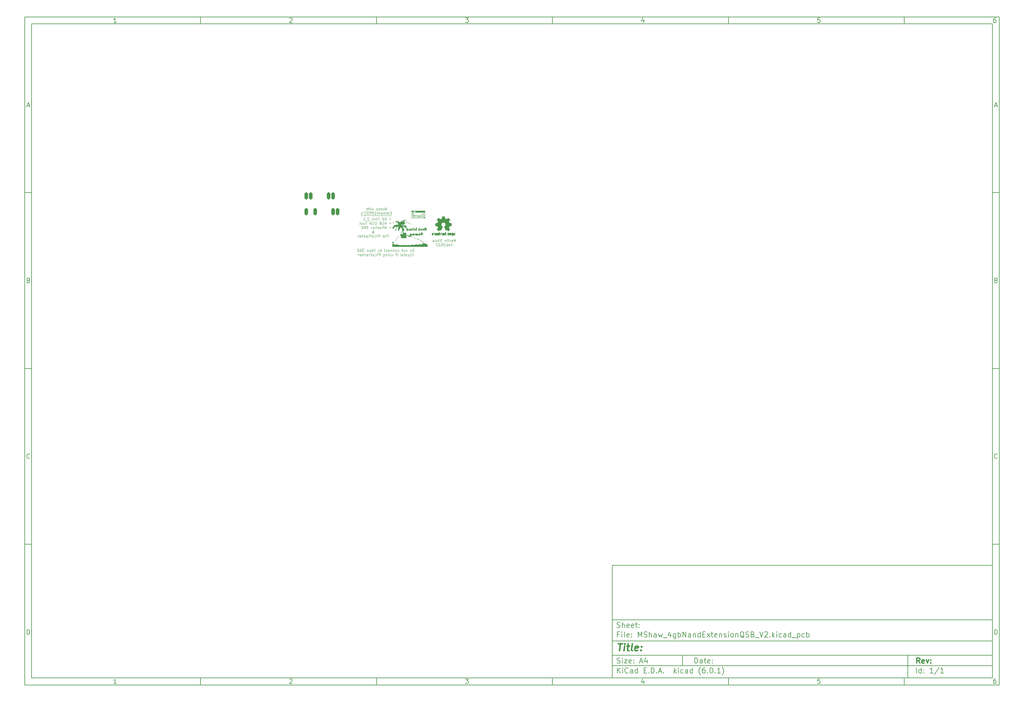
<source format=gbo>
%TF.GenerationSoftware,KiCad,Pcbnew,(6.0.1)*%
%TF.CreationDate,2022-02-28T01:07:11-07:00*%
%TF.ProjectId,MShaw_4gbNandExtensionQSB_V2,4d536861-775f-4346-9762-4e616e644578,rev?*%
%TF.SameCoordinates,Original*%
%TF.FileFunction,Legend,Bot*%
%TF.FilePolarity,Positive*%
%FSLAX46Y46*%
G04 Gerber Fmt 4.6, Leading zero omitted, Abs format (unit mm)*
G04 Created by KiCad (PCBNEW (6.0.1)) date 2022-02-28 01:07:11*
%MOMM*%
%LPD*%
G01*
G04 APERTURE LIST*
G04 Aperture macros list*
%AMRoundRect*
0 Rectangle with rounded corners*
0 $1 Rounding radius*
0 $2 $3 $4 $5 $6 $7 $8 $9 X,Y pos of 4 corners*
0 Add a 4 corners polygon primitive as box body*
4,1,4,$2,$3,$4,$5,$6,$7,$8,$9,$2,$3,0*
0 Add four circle primitives for the rounded corners*
1,1,$1+$1,$2,$3*
1,1,$1+$1,$4,$5*
1,1,$1+$1,$6,$7*
1,1,$1+$1,$8,$9*
0 Add four rect primitives between the rounded corners*
20,1,$1+$1,$2,$3,$4,$5,0*
20,1,$1+$1,$4,$5,$6,$7,0*
20,1,$1+$1,$6,$7,$8,$9,0*
20,1,$1+$1,$8,$9,$2,$3,0*%
G04 Aperture macros list end*
%ADD10C,0.100000*%
%ADD11C,0.150000*%
%ADD12C,0.300000*%
%ADD13C,0.400000*%
%ADD14C,0.075000*%
%ADD15C,0.010000*%
%ADD16RoundRect,0.250000X0.250000X-0.750000X0.250000X0.750000X-0.250000X0.750000X-0.250000X-0.750000X0*%
G04 APERTURE END LIST*
D10*
D11*
X177002200Y-166007200D02*
X177002200Y-198007200D01*
X285002200Y-198007200D01*
X285002200Y-166007200D01*
X177002200Y-166007200D01*
D10*
D11*
X10000000Y-10000000D02*
X10000000Y-200007200D01*
X287002200Y-200007200D01*
X287002200Y-10000000D01*
X10000000Y-10000000D01*
D10*
D11*
X12000000Y-12000000D02*
X12000000Y-198007200D01*
X285002200Y-198007200D01*
X285002200Y-12000000D01*
X12000000Y-12000000D01*
D10*
D11*
X60000000Y-12000000D02*
X60000000Y-10000000D01*
D10*
D11*
X110000000Y-12000000D02*
X110000000Y-10000000D01*
D10*
D11*
X160000000Y-12000000D02*
X160000000Y-10000000D01*
D10*
D11*
X210000000Y-12000000D02*
X210000000Y-10000000D01*
D10*
D11*
X260000000Y-12000000D02*
X260000000Y-10000000D01*
D10*
D11*
X36065476Y-11588095D02*
X35322619Y-11588095D01*
X35694047Y-11588095D02*
X35694047Y-10288095D01*
X35570238Y-10473809D01*
X35446428Y-10597619D01*
X35322619Y-10659523D01*
D10*
D11*
X85322619Y-10411904D02*
X85384523Y-10350000D01*
X85508333Y-10288095D01*
X85817857Y-10288095D01*
X85941666Y-10350000D01*
X86003571Y-10411904D01*
X86065476Y-10535714D01*
X86065476Y-10659523D01*
X86003571Y-10845238D01*
X85260714Y-11588095D01*
X86065476Y-11588095D01*
D10*
D11*
X135260714Y-10288095D02*
X136065476Y-10288095D01*
X135632142Y-10783333D01*
X135817857Y-10783333D01*
X135941666Y-10845238D01*
X136003571Y-10907142D01*
X136065476Y-11030952D01*
X136065476Y-11340476D01*
X136003571Y-11464285D01*
X135941666Y-11526190D01*
X135817857Y-11588095D01*
X135446428Y-11588095D01*
X135322619Y-11526190D01*
X135260714Y-11464285D01*
D10*
D11*
X185941666Y-10721428D02*
X185941666Y-11588095D01*
X185632142Y-10226190D02*
X185322619Y-11154761D01*
X186127380Y-11154761D01*
D10*
D11*
X236003571Y-10288095D02*
X235384523Y-10288095D01*
X235322619Y-10907142D01*
X235384523Y-10845238D01*
X235508333Y-10783333D01*
X235817857Y-10783333D01*
X235941666Y-10845238D01*
X236003571Y-10907142D01*
X236065476Y-11030952D01*
X236065476Y-11340476D01*
X236003571Y-11464285D01*
X235941666Y-11526190D01*
X235817857Y-11588095D01*
X235508333Y-11588095D01*
X235384523Y-11526190D01*
X235322619Y-11464285D01*
D10*
D11*
X285941666Y-10288095D02*
X285694047Y-10288095D01*
X285570238Y-10350000D01*
X285508333Y-10411904D01*
X285384523Y-10597619D01*
X285322619Y-10845238D01*
X285322619Y-11340476D01*
X285384523Y-11464285D01*
X285446428Y-11526190D01*
X285570238Y-11588095D01*
X285817857Y-11588095D01*
X285941666Y-11526190D01*
X286003571Y-11464285D01*
X286065476Y-11340476D01*
X286065476Y-11030952D01*
X286003571Y-10907142D01*
X285941666Y-10845238D01*
X285817857Y-10783333D01*
X285570238Y-10783333D01*
X285446428Y-10845238D01*
X285384523Y-10907142D01*
X285322619Y-11030952D01*
D10*
D11*
X60000000Y-198007200D02*
X60000000Y-200007200D01*
D10*
D11*
X110000000Y-198007200D02*
X110000000Y-200007200D01*
D10*
D11*
X160000000Y-198007200D02*
X160000000Y-200007200D01*
D10*
D11*
X210000000Y-198007200D02*
X210000000Y-200007200D01*
D10*
D11*
X260000000Y-198007200D02*
X260000000Y-200007200D01*
D10*
D11*
X36065476Y-199595295D02*
X35322619Y-199595295D01*
X35694047Y-199595295D02*
X35694047Y-198295295D01*
X35570238Y-198481009D01*
X35446428Y-198604819D01*
X35322619Y-198666723D01*
D10*
D11*
X85322619Y-198419104D02*
X85384523Y-198357200D01*
X85508333Y-198295295D01*
X85817857Y-198295295D01*
X85941666Y-198357200D01*
X86003571Y-198419104D01*
X86065476Y-198542914D01*
X86065476Y-198666723D01*
X86003571Y-198852438D01*
X85260714Y-199595295D01*
X86065476Y-199595295D01*
D10*
D11*
X135260714Y-198295295D02*
X136065476Y-198295295D01*
X135632142Y-198790533D01*
X135817857Y-198790533D01*
X135941666Y-198852438D01*
X136003571Y-198914342D01*
X136065476Y-199038152D01*
X136065476Y-199347676D01*
X136003571Y-199471485D01*
X135941666Y-199533390D01*
X135817857Y-199595295D01*
X135446428Y-199595295D01*
X135322619Y-199533390D01*
X135260714Y-199471485D01*
D10*
D11*
X185941666Y-198728628D02*
X185941666Y-199595295D01*
X185632142Y-198233390D02*
X185322619Y-199161961D01*
X186127380Y-199161961D01*
D10*
D11*
X236003571Y-198295295D02*
X235384523Y-198295295D01*
X235322619Y-198914342D01*
X235384523Y-198852438D01*
X235508333Y-198790533D01*
X235817857Y-198790533D01*
X235941666Y-198852438D01*
X236003571Y-198914342D01*
X236065476Y-199038152D01*
X236065476Y-199347676D01*
X236003571Y-199471485D01*
X235941666Y-199533390D01*
X235817857Y-199595295D01*
X235508333Y-199595295D01*
X235384523Y-199533390D01*
X235322619Y-199471485D01*
D10*
D11*
X285941666Y-198295295D02*
X285694047Y-198295295D01*
X285570238Y-198357200D01*
X285508333Y-198419104D01*
X285384523Y-198604819D01*
X285322619Y-198852438D01*
X285322619Y-199347676D01*
X285384523Y-199471485D01*
X285446428Y-199533390D01*
X285570238Y-199595295D01*
X285817857Y-199595295D01*
X285941666Y-199533390D01*
X286003571Y-199471485D01*
X286065476Y-199347676D01*
X286065476Y-199038152D01*
X286003571Y-198914342D01*
X285941666Y-198852438D01*
X285817857Y-198790533D01*
X285570238Y-198790533D01*
X285446428Y-198852438D01*
X285384523Y-198914342D01*
X285322619Y-199038152D01*
D10*
D11*
X10000000Y-60000000D02*
X12000000Y-60000000D01*
D10*
D11*
X10000000Y-110000000D02*
X12000000Y-110000000D01*
D10*
D11*
X10000000Y-160000000D02*
X12000000Y-160000000D01*
D10*
D11*
X10690476Y-35216666D02*
X11309523Y-35216666D01*
X10566666Y-35588095D02*
X11000000Y-34288095D01*
X11433333Y-35588095D01*
D10*
D11*
X11092857Y-84907142D02*
X11278571Y-84969047D01*
X11340476Y-85030952D01*
X11402380Y-85154761D01*
X11402380Y-85340476D01*
X11340476Y-85464285D01*
X11278571Y-85526190D01*
X11154761Y-85588095D01*
X10659523Y-85588095D01*
X10659523Y-84288095D01*
X11092857Y-84288095D01*
X11216666Y-84350000D01*
X11278571Y-84411904D01*
X11340476Y-84535714D01*
X11340476Y-84659523D01*
X11278571Y-84783333D01*
X11216666Y-84845238D01*
X11092857Y-84907142D01*
X10659523Y-84907142D01*
D10*
D11*
X11402380Y-135464285D02*
X11340476Y-135526190D01*
X11154761Y-135588095D01*
X11030952Y-135588095D01*
X10845238Y-135526190D01*
X10721428Y-135402380D01*
X10659523Y-135278571D01*
X10597619Y-135030952D01*
X10597619Y-134845238D01*
X10659523Y-134597619D01*
X10721428Y-134473809D01*
X10845238Y-134350000D01*
X11030952Y-134288095D01*
X11154761Y-134288095D01*
X11340476Y-134350000D01*
X11402380Y-134411904D01*
D10*
D11*
X10659523Y-185588095D02*
X10659523Y-184288095D01*
X10969047Y-184288095D01*
X11154761Y-184350000D01*
X11278571Y-184473809D01*
X11340476Y-184597619D01*
X11402380Y-184845238D01*
X11402380Y-185030952D01*
X11340476Y-185278571D01*
X11278571Y-185402380D01*
X11154761Y-185526190D01*
X10969047Y-185588095D01*
X10659523Y-185588095D01*
D10*
D11*
X287002200Y-60000000D02*
X285002200Y-60000000D01*
D10*
D11*
X287002200Y-110000000D02*
X285002200Y-110000000D01*
D10*
D11*
X287002200Y-160000000D02*
X285002200Y-160000000D01*
D10*
D11*
X285692676Y-35216666D02*
X286311723Y-35216666D01*
X285568866Y-35588095D02*
X286002200Y-34288095D01*
X286435533Y-35588095D01*
D10*
D11*
X286095057Y-84907142D02*
X286280771Y-84969047D01*
X286342676Y-85030952D01*
X286404580Y-85154761D01*
X286404580Y-85340476D01*
X286342676Y-85464285D01*
X286280771Y-85526190D01*
X286156961Y-85588095D01*
X285661723Y-85588095D01*
X285661723Y-84288095D01*
X286095057Y-84288095D01*
X286218866Y-84350000D01*
X286280771Y-84411904D01*
X286342676Y-84535714D01*
X286342676Y-84659523D01*
X286280771Y-84783333D01*
X286218866Y-84845238D01*
X286095057Y-84907142D01*
X285661723Y-84907142D01*
D10*
D11*
X286404580Y-135464285D02*
X286342676Y-135526190D01*
X286156961Y-135588095D01*
X286033152Y-135588095D01*
X285847438Y-135526190D01*
X285723628Y-135402380D01*
X285661723Y-135278571D01*
X285599819Y-135030952D01*
X285599819Y-134845238D01*
X285661723Y-134597619D01*
X285723628Y-134473809D01*
X285847438Y-134350000D01*
X286033152Y-134288095D01*
X286156961Y-134288095D01*
X286342676Y-134350000D01*
X286404580Y-134411904D01*
D10*
D11*
X285661723Y-185588095D02*
X285661723Y-184288095D01*
X285971247Y-184288095D01*
X286156961Y-184350000D01*
X286280771Y-184473809D01*
X286342676Y-184597619D01*
X286404580Y-184845238D01*
X286404580Y-185030952D01*
X286342676Y-185278571D01*
X286280771Y-185402380D01*
X286156961Y-185526190D01*
X285971247Y-185588095D01*
X285661723Y-185588095D01*
D10*
D11*
X200434342Y-193785771D02*
X200434342Y-192285771D01*
X200791485Y-192285771D01*
X201005771Y-192357200D01*
X201148628Y-192500057D01*
X201220057Y-192642914D01*
X201291485Y-192928628D01*
X201291485Y-193142914D01*
X201220057Y-193428628D01*
X201148628Y-193571485D01*
X201005771Y-193714342D01*
X200791485Y-193785771D01*
X200434342Y-193785771D01*
X202577200Y-193785771D02*
X202577200Y-193000057D01*
X202505771Y-192857200D01*
X202362914Y-192785771D01*
X202077200Y-192785771D01*
X201934342Y-192857200D01*
X202577200Y-193714342D02*
X202434342Y-193785771D01*
X202077200Y-193785771D01*
X201934342Y-193714342D01*
X201862914Y-193571485D01*
X201862914Y-193428628D01*
X201934342Y-193285771D01*
X202077200Y-193214342D01*
X202434342Y-193214342D01*
X202577200Y-193142914D01*
X203077200Y-192785771D02*
X203648628Y-192785771D01*
X203291485Y-192285771D02*
X203291485Y-193571485D01*
X203362914Y-193714342D01*
X203505771Y-193785771D01*
X203648628Y-193785771D01*
X204720057Y-193714342D02*
X204577200Y-193785771D01*
X204291485Y-193785771D01*
X204148628Y-193714342D01*
X204077200Y-193571485D01*
X204077200Y-193000057D01*
X204148628Y-192857200D01*
X204291485Y-192785771D01*
X204577200Y-192785771D01*
X204720057Y-192857200D01*
X204791485Y-193000057D01*
X204791485Y-193142914D01*
X204077200Y-193285771D01*
X205434342Y-193642914D02*
X205505771Y-193714342D01*
X205434342Y-193785771D01*
X205362914Y-193714342D01*
X205434342Y-193642914D01*
X205434342Y-193785771D01*
X205434342Y-192857200D02*
X205505771Y-192928628D01*
X205434342Y-193000057D01*
X205362914Y-192928628D01*
X205434342Y-192857200D01*
X205434342Y-193000057D01*
D10*
D11*
X177002200Y-194507200D02*
X285002200Y-194507200D01*
D10*
D11*
X178434342Y-196585771D02*
X178434342Y-195085771D01*
X179291485Y-196585771D02*
X178648628Y-195728628D01*
X179291485Y-195085771D02*
X178434342Y-195942914D01*
X179934342Y-196585771D02*
X179934342Y-195585771D01*
X179934342Y-195085771D02*
X179862914Y-195157200D01*
X179934342Y-195228628D01*
X180005771Y-195157200D01*
X179934342Y-195085771D01*
X179934342Y-195228628D01*
X181505771Y-196442914D02*
X181434342Y-196514342D01*
X181220057Y-196585771D01*
X181077200Y-196585771D01*
X180862914Y-196514342D01*
X180720057Y-196371485D01*
X180648628Y-196228628D01*
X180577200Y-195942914D01*
X180577200Y-195728628D01*
X180648628Y-195442914D01*
X180720057Y-195300057D01*
X180862914Y-195157200D01*
X181077200Y-195085771D01*
X181220057Y-195085771D01*
X181434342Y-195157200D01*
X181505771Y-195228628D01*
X182791485Y-196585771D02*
X182791485Y-195800057D01*
X182720057Y-195657200D01*
X182577200Y-195585771D01*
X182291485Y-195585771D01*
X182148628Y-195657200D01*
X182791485Y-196514342D02*
X182648628Y-196585771D01*
X182291485Y-196585771D01*
X182148628Y-196514342D01*
X182077200Y-196371485D01*
X182077200Y-196228628D01*
X182148628Y-196085771D01*
X182291485Y-196014342D01*
X182648628Y-196014342D01*
X182791485Y-195942914D01*
X184148628Y-196585771D02*
X184148628Y-195085771D01*
X184148628Y-196514342D02*
X184005771Y-196585771D01*
X183720057Y-196585771D01*
X183577200Y-196514342D01*
X183505771Y-196442914D01*
X183434342Y-196300057D01*
X183434342Y-195871485D01*
X183505771Y-195728628D01*
X183577200Y-195657200D01*
X183720057Y-195585771D01*
X184005771Y-195585771D01*
X184148628Y-195657200D01*
X186005771Y-195800057D02*
X186505771Y-195800057D01*
X186720057Y-196585771D02*
X186005771Y-196585771D01*
X186005771Y-195085771D01*
X186720057Y-195085771D01*
X187362914Y-196442914D02*
X187434342Y-196514342D01*
X187362914Y-196585771D01*
X187291485Y-196514342D01*
X187362914Y-196442914D01*
X187362914Y-196585771D01*
X188077200Y-196585771D02*
X188077200Y-195085771D01*
X188434342Y-195085771D01*
X188648628Y-195157200D01*
X188791485Y-195300057D01*
X188862914Y-195442914D01*
X188934342Y-195728628D01*
X188934342Y-195942914D01*
X188862914Y-196228628D01*
X188791485Y-196371485D01*
X188648628Y-196514342D01*
X188434342Y-196585771D01*
X188077200Y-196585771D01*
X189577200Y-196442914D02*
X189648628Y-196514342D01*
X189577200Y-196585771D01*
X189505771Y-196514342D01*
X189577200Y-196442914D01*
X189577200Y-196585771D01*
X190220057Y-196157200D02*
X190934342Y-196157200D01*
X190077200Y-196585771D02*
X190577200Y-195085771D01*
X191077200Y-196585771D01*
X191577200Y-196442914D02*
X191648628Y-196514342D01*
X191577200Y-196585771D01*
X191505771Y-196514342D01*
X191577200Y-196442914D01*
X191577200Y-196585771D01*
X194577200Y-196585771D02*
X194577200Y-195085771D01*
X194720057Y-196014342D02*
X195148628Y-196585771D01*
X195148628Y-195585771D02*
X194577200Y-196157200D01*
X195791485Y-196585771D02*
X195791485Y-195585771D01*
X195791485Y-195085771D02*
X195720057Y-195157200D01*
X195791485Y-195228628D01*
X195862914Y-195157200D01*
X195791485Y-195085771D01*
X195791485Y-195228628D01*
X197148628Y-196514342D02*
X197005771Y-196585771D01*
X196720057Y-196585771D01*
X196577200Y-196514342D01*
X196505771Y-196442914D01*
X196434342Y-196300057D01*
X196434342Y-195871485D01*
X196505771Y-195728628D01*
X196577200Y-195657200D01*
X196720057Y-195585771D01*
X197005771Y-195585771D01*
X197148628Y-195657200D01*
X198434342Y-196585771D02*
X198434342Y-195800057D01*
X198362914Y-195657200D01*
X198220057Y-195585771D01*
X197934342Y-195585771D01*
X197791485Y-195657200D01*
X198434342Y-196514342D02*
X198291485Y-196585771D01*
X197934342Y-196585771D01*
X197791485Y-196514342D01*
X197720057Y-196371485D01*
X197720057Y-196228628D01*
X197791485Y-196085771D01*
X197934342Y-196014342D01*
X198291485Y-196014342D01*
X198434342Y-195942914D01*
X199791485Y-196585771D02*
X199791485Y-195085771D01*
X199791485Y-196514342D02*
X199648628Y-196585771D01*
X199362914Y-196585771D01*
X199220057Y-196514342D01*
X199148628Y-196442914D01*
X199077200Y-196300057D01*
X199077200Y-195871485D01*
X199148628Y-195728628D01*
X199220057Y-195657200D01*
X199362914Y-195585771D01*
X199648628Y-195585771D01*
X199791485Y-195657200D01*
X202077200Y-197157200D02*
X202005771Y-197085771D01*
X201862914Y-196871485D01*
X201791485Y-196728628D01*
X201720057Y-196514342D01*
X201648628Y-196157200D01*
X201648628Y-195871485D01*
X201720057Y-195514342D01*
X201791485Y-195300057D01*
X201862914Y-195157200D01*
X202005771Y-194942914D01*
X202077200Y-194871485D01*
X203291485Y-195085771D02*
X203005771Y-195085771D01*
X202862914Y-195157200D01*
X202791485Y-195228628D01*
X202648628Y-195442914D01*
X202577200Y-195728628D01*
X202577200Y-196300057D01*
X202648628Y-196442914D01*
X202720057Y-196514342D01*
X202862914Y-196585771D01*
X203148628Y-196585771D01*
X203291485Y-196514342D01*
X203362914Y-196442914D01*
X203434342Y-196300057D01*
X203434342Y-195942914D01*
X203362914Y-195800057D01*
X203291485Y-195728628D01*
X203148628Y-195657200D01*
X202862914Y-195657200D01*
X202720057Y-195728628D01*
X202648628Y-195800057D01*
X202577200Y-195942914D01*
X204077200Y-196442914D02*
X204148628Y-196514342D01*
X204077200Y-196585771D01*
X204005771Y-196514342D01*
X204077200Y-196442914D01*
X204077200Y-196585771D01*
X205077200Y-195085771D02*
X205220057Y-195085771D01*
X205362914Y-195157200D01*
X205434342Y-195228628D01*
X205505771Y-195371485D01*
X205577200Y-195657200D01*
X205577200Y-196014342D01*
X205505771Y-196300057D01*
X205434342Y-196442914D01*
X205362914Y-196514342D01*
X205220057Y-196585771D01*
X205077200Y-196585771D01*
X204934342Y-196514342D01*
X204862914Y-196442914D01*
X204791485Y-196300057D01*
X204720057Y-196014342D01*
X204720057Y-195657200D01*
X204791485Y-195371485D01*
X204862914Y-195228628D01*
X204934342Y-195157200D01*
X205077200Y-195085771D01*
X206220057Y-196442914D02*
X206291485Y-196514342D01*
X206220057Y-196585771D01*
X206148628Y-196514342D01*
X206220057Y-196442914D01*
X206220057Y-196585771D01*
X207720057Y-196585771D02*
X206862914Y-196585771D01*
X207291485Y-196585771D02*
X207291485Y-195085771D01*
X207148628Y-195300057D01*
X207005771Y-195442914D01*
X206862914Y-195514342D01*
X208220057Y-197157200D02*
X208291485Y-197085771D01*
X208434342Y-196871485D01*
X208505771Y-196728628D01*
X208577200Y-196514342D01*
X208648628Y-196157200D01*
X208648628Y-195871485D01*
X208577200Y-195514342D01*
X208505771Y-195300057D01*
X208434342Y-195157200D01*
X208291485Y-194942914D01*
X208220057Y-194871485D01*
D10*
D11*
X177002200Y-191507200D02*
X285002200Y-191507200D01*
D10*
D12*
X264411485Y-193785771D02*
X263911485Y-193071485D01*
X263554342Y-193785771D02*
X263554342Y-192285771D01*
X264125771Y-192285771D01*
X264268628Y-192357200D01*
X264340057Y-192428628D01*
X264411485Y-192571485D01*
X264411485Y-192785771D01*
X264340057Y-192928628D01*
X264268628Y-193000057D01*
X264125771Y-193071485D01*
X263554342Y-193071485D01*
X265625771Y-193714342D02*
X265482914Y-193785771D01*
X265197200Y-193785771D01*
X265054342Y-193714342D01*
X264982914Y-193571485D01*
X264982914Y-193000057D01*
X265054342Y-192857200D01*
X265197200Y-192785771D01*
X265482914Y-192785771D01*
X265625771Y-192857200D01*
X265697200Y-193000057D01*
X265697200Y-193142914D01*
X264982914Y-193285771D01*
X266197200Y-192785771D02*
X266554342Y-193785771D01*
X266911485Y-192785771D01*
X267482914Y-193642914D02*
X267554342Y-193714342D01*
X267482914Y-193785771D01*
X267411485Y-193714342D01*
X267482914Y-193642914D01*
X267482914Y-193785771D01*
X267482914Y-192857200D02*
X267554342Y-192928628D01*
X267482914Y-193000057D01*
X267411485Y-192928628D01*
X267482914Y-192857200D01*
X267482914Y-193000057D01*
D10*
D11*
X178362914Y-193714342D02*
X178577200Y-193785771D01*
X178934342Y-193785771D01*
X179077200Y-193714342D01*
X179148628Y-193642914D01*
X179220057Y-193500057D01*
X179220057Y-193357200D01*
X179148628Y-193214342D01*
X179077200Y-193142914D01*
X178934342Y-193071485D01*
X178648628Y-193000057D01*
X178505771Y-192928628D01*
X178434342Y-192857200D01*
X178362914Y-192714342D01*
X178362914Y-192571485D01*
X178434342Y-192428628D01*
X178505771Y-192357200D01*
X178648628Y-192285771D01*
X179005771Y-192285771D01*
X179220057Y-192357200D01*
X179862914Y-193785771D02*
X179862914Y-192785771D01*
X179862914Y-192285771D02*
X179791485Y-192357200D01*
X179862914Y-192428628D01*
X179934342Y-192357200D01*
X179862914Y-192285771D01*
X179862914Y-192428628D01*
X180434342Y-192785771D02*
X181220057Y-192785771D01*
X180434342Y-193785771D01*
X181220057Y-193785771D01*
X182362914Y-193714342D02*
X182220057Y-193785771D01*
X181934342Y-193785771D01*
X181791485Y-193714342D01*
X181720057Y-193571485D01*
X181720057Y-193000057D01*
X181791485Y-192857200D01*
X181934342Y-192785771D01*
X182220057Y-192785771D01*
X182362914Y-192857200D01*
X182434342Y-193000057D01*
X182434342Y-193142914D01*
X181720057Y-193285771D01*
X183077200Y-193642914D02*
X183148628Y-193714342D01*
X183077200Y-193785771D01*
X183005771Y-193714342D01*
X183077200Y-193642914D01*
X183077200Y-193785771D01*
X183077200Y-192857200D02*
X183148628Y-192928628D01*
X183077200Y-193000057D01*
X183005771Y-192928628D01*
X183077200Y-192857200D01*
X183077200Y-193000057D01*
X184862914Y-193357200D02*
X185577200Y-193357200D01*
X184720057Y-193785771D02*
X185220057Y-192285771D01*
X185720057Y-193785771D01*
X186862914Y-192785771D02*
X186862914Y-193785771D01*
X186505771Y-192214342D02*
X186148628Y-193285771D01*
X187077200Y-193285771D01*
D10*
D11*
X263434342Y-196585771D02*
X263434342Y-195085771D01*
X264791485Y-196585771D02*
X264791485Y-195085771D01*
X264791485Y-196514342D02*
X264648628Y-196585771D01*
X264362914Y-196585771D01*
X264220057Y-196514342D01*
X264148628Y-196442914D01*
X264077200Y-196300057D01*
X264077200Y-195871485D01*
X264148628Y-195728628D01*
X264220057Y-195657200D01*
X264362914Y-195585771D01*
X264648628Y-195585771D01*
X264791485Y-195657200D01*
X265505771Y-196442914D02*
X265577200Y-196514342D01*
X265505771Y-196585771D01*
X265434342Y-196514342D01*
X265505771Y-196442914D01*
X265505771Y-196585771D01*
X265505771Y-195657200D02*
X265577200Y-195728628D01*
X265505771Y-195800057D01*
X265434342Y-195728628D01*
X265505771Y-195657200D01*
X265505771Y-195800057D01*
X268148628Y-196585771D02*
X267291485Y-196585771D01*
X267720057Y-196585771D02*
X267720057Y-195085771D01*
X267577200Y-195300057D01*
X267434342Y-195442914D01*
X267291485Y-195514342D01*
X269862914Y-195014342D02*
X268577200Y-196942914D01*
X271148628Y-196585771D02*
X270291485Y-196585771D01*
X270720057Y-196585771D02*
X270720057Y-195085771D01*
X270577200Y-195300057D01*
X270434342Y-195442914D01*
X270291485Y-195514342D01*
D10*
D11*
X177002200Y-187507200D02*
X285002200Y-187507200D01*
D10*
D13*
X178714580Y-188211961D02*
X179857438Y-188211961D01*
X179036009Y-190211961D02*
X179286009Y-188211961D01*
X180274104Y-190211961D02*
X180440771Y-188878628D01*
X180524104Y-188211961D02*
X180416961Y-188307200D01*
X180500295Y-188402438D01*
X180607438Y-188307200D01*
X180524104Y-188211961D01*
X180500295Y-188402438D01*
X181107438Y-188878628D02*
X181869342Y-188878628D01*
X181476485Y-188211961D02*
X181262200Y-189926247D01*
X181333628Y-190116723D01*
X181512200Y-190211961D01*
X181702676Y-190211961D01*
X182655057Y-190211961D02*
X182476485Y-190116723D01*
X182405057Y-189926247D01*
X182619342Y-188211961D01*
X184190771Y-190116723D02*
X183988390Y-190211961D01*
X183607438Y-190211961D01*
X183428866Y-190116723D01*
X183357438Y-189926247D01*
X183452676Y-189164342D01*
X183571723Y-188973866D01*
X183774104Y-188878628D01*
X184155057Y-188878628D01*
X184333628Y-188973866D01*
X184405057Y-189164342D01*
X184381247Y-189354819D01*
X183405057Y-189545295D01*
X185155057Y-190021485D02*
X185238390Y-190116723D01*
X185131247Y-190211961D01*
X185047914Y-190116723D01*
X185155057Y-190021485D01*
X185131247Y-190211961D01*
X185286009Y-188973866D02*
X185369342Y-189069104D01*
X185262200Y-189164342D01*
X185178866Y-189069104D01*
X185286009Y-188973866D01*
X185262200Y-189164342D01*
D10*
D11*
X178934342Y-185600057D02*
X178434342Y-185600057D01*
X178434342Y-186385771D02*
X178434342Y-184885771D01*
X179148628Y-184885771D01*
X179720057Y-186385771D02*
X179720057Y-185385771D01*
X179720057Y-184885771D02*
X179648628Y-184957200D01*
X179720057Y-185028628D01*
X179791485Y-184957200D01*
X179720057Y-184885771D01*
X179720057Y-185028628D01*
X180648628Y-186385771D02*
X180505771Y-186314342D01*
X180434342Y-186171485D01*
X180434342Y-184885771D01*
X181791485Y-186314342D02*
X181648628Y-186385771D01*
X181362914Y-186385771D01*
X181220057Y-186314342D01*
X181148628Y-186171485D01*
X181148628Y-185600057D01*
X181220057Y-185457200D01*
X181362914Y-185385771D01*
X181648628Y-185385771D01*
X181791485Y-185457200D01*
X181862914Y-185600057D01*
X181862914Y-185742914D01*
X181148628Y-185885771D01*
X182505771Y-186242914D02*
X182577200Y-186314342D01*
X182505771Y-186385771D01*
X182434342Y-186314342D01*
X182505771Y-186242914D01*
X182505771Y-186385771D01*
X182505771Y-185457200D02*
X182577200Y-185528628D01*
X182505771Y-185600057D01*
X182434342Y-185528628D01*
X182505771Y-185457200D01*
X182505771Y-185600057D01*
X184362914Y-186385771D02*
X184362914Y-184885771D01*
X184862914Y-185957200D01*
X185362914Y-184885771D01*
X185362914Y-186385771D01*
X186005771Y-186314342D02*
X186220057Y-186385771D01*
X186577200Y-186385771D01*
X186720057Y-186314342D01*
X186791485Y-186242914D01*
X186862914Y-186100057D01*
X186862914Y-185957200D01*
X186791485Y-185814342D01*
X186720057Y-185742914D01*
X186577200Y-185671485D01*
X186291485Y-185600057D01*
X186148628Y-185528628D01*
X186077200Y-185457200D01*
X186005771Y-185314342D01*
X186005771Y-185171485D01*
X186077200Y-185028628D01*
X186148628Y-184957200D01*
X186291485Y-184885771D01*
X186648628Y-184885771D01*
X186862914Y-184957200D01*
X187505771Y-186385771D02*
X187505771Y-184885771D01*
X188148628Y-186385771D02*
X188148628Y-185600057D01*
X188077200Y-185457200D01*
X187934342Y-185385771D01*
X187720057Y-185385771D01*
X187577200Y-185457200D01*
X187505771Y-185528628D01*
X189505771Y-186385771D02*
X189505771Y-185600057D01*
X189434342Y-185457200D01*
X189291485Y-185385771D01*
X189005771Y-185385771D01*
X188862914Y-185457200D01*
X189505771Y-186314342D02*
X189362914Y-186385771D01*
X189005771Y-186385771D01*
X188862914Y-186314342D01*
X188791485Y-186171485D01*
X188791485Y-186028628D01*
X188862914Y-185885771D01*
X189005771Y-185814342D01*
X189362914Y-185814342D01*
X189505771Y-185742914D01*
X190077200Y-185385771D02*
X190362914Y-186385771D01*
X190648628Y-185671485D01*
X190934342Y-186385771D01*
X191220057Y-185385771D01*
X191434342Y-186528628D02*
X192577200Y-186528628D01*
X193577200Y-185385771D02*
X193577200Y-186385771D01*
X193220057Y-184814342D02*
X192862914Y-185885771D01*
X193791485Y-185885771D01*
X195005771Y-185385771D02*
X195005771Y-186600057D01*
X194934342Y-186742914D01*
X194862914Y-186814342D01*
X194720057Y-186885771D01*
X194505771Y-186885771D01*
X194362914Y-186814342D01*
X195005771Y-186314342D02*
X194862914Y-186385771D01*
X194577200Y-186385771D01*
X194434342Y-186314342D01*
X194362914Y-186242914D01*
X194291485Y-186100057D01*
X194291485Y-185671485D01*
X194362914Y-185528628D01*
X194434342Y-185457200D01*
X194577200Y-185385771D01*
X194862914Y-185385771D01*
X195005771Y-185457200D01*
X195720057Y-186385771D02*
X195720057Y-184885771D01*
X195720057Y-185457200D02*
X195862914Y-185385771D01*
X196148628Y-185385771D01*
X196291485Y-185457200D01*
X196362914Y-185528628D01*
X196434342Y-185671485D01*
X196434342Y-186100057D01*
X196362914Y-186242914D01*
X196291485Y-186314342D01*
X196148628Y-186385771D01*
X195862914Y-186385771D01*
X195720057Y-186314342D01*
X197077200Y-186385771D02*
X197077200Y-184885771D01*
X197934342Y-186385771D01*
X197934342Y-184885771D01*
X199291485Y-186385771D02*
X199291485Y-185600057D01*
X199220057Y-185457200D01*
X199077200Y-185385771D01*
X198791485Y-185385771D01*
X198648628Y-185457200D01*
X199291485Y-186314342D02*
X199148628Y-186385771D01*
X198791485Y-186385771D01*
X198648628Y-186314342D01*
X198577200Y-186171485D01*
X198577200Y-186028628D01*
X198648628Y-185885771D01*
X198791485Y-185814342D01*
X199148628Y-185814342D01*
X199291485Y-185742914D01*
X200005771Y-185385771D02*
X200005771Y-186385771D01*
X200005771Y-185528628D02*
X200077200Y-185457200D01*
X200220057Y-185385771D01*
X200434342Y-185385771D01*
X200577200Y-185457200D01*
X200648628Y-185600057D01*
X200648628Y-186385771D01*
X202005771Y-186385771D02*
X202005771Y-184885771D01*
X202005771Y-186314342D02*
X201862914Y-186385771D01*
X201577200Y-186385771D01*
X201434342Y-186314342D01*
X201362914Y-186242914D01*
X201291485Y-186100057D01*
X201291485Y-185671485D01*
X201362914Y-185528628D01*
X201434342Y-185457200D01*
X201577200Y-185385771D01*
X201862914Y-185385771D01*
X202005771Y-185457200D01*
X202720057Y-185600057D02*
X203220057Y-185600057D01*
X203434342Y-186385771D02*
X202720057Y-186385771D01*
X202720057Y-184885771D01*
X203434342Y-184885771D01*
X203934342Y-186385771D02*
X204720057Y-185385771D01*
X203934342Y-185385771D02*
X204720057Y-186385771D01*
X205077200Y-185385771D02*
X205648628Y-185385771D01*
X205291485Y-184885771D02*
X205291485Y-186171485D01*
X205362914Y-186314342D01*
X205505771Y-186385771D01*
X205648628Y-186385771D01*
X206720057Y-186314342D02*
X206577200Y-186385771D01*
X206291485Y-186385771D01*
X206148628Y-186314342D01*
X206077200Y-186171485D01*
X206077200Y-185600057D01*
X206148628Y-185457200D01*
X206291485Y-185385771D01*
X206577200Y-185385771D01*
X206720057Y-185457200D01*
X206791485Y-185600057D01*
X206791485Y-185742914D01*
X206077200Y-185885771D01*
X207434342Y-185385771D02*
X207434342Y-186385771D01*
X207434342Y-185528628D02*
X207505771Y-185457200D01*
X207648628Y-185385771D01*
X207862914Y-185385771D01*
X208005771Y-185457200D01*
X208077200Y-185600057D01*
X208077200Y-186385771D01*
X208720057Y-186314342D02*
X208862914Y-186385771D01*
X209148628Y-186385771D01*
X209291485Y-186314342D01*
X209362914Y-186171485D01*
X209362914Y-186100057D01*
X209291485Y-185957200D01*
X209148628Y-185885771D01*
X208934342Y-185885771D01*
X208791485Y-185814342D01*
X208720057Y-185671485D01*
X208720057Y-185600057D01*
X208791485Y-185457200D01*
X208934342Y-185385771D01*
X209148628Y-185385771D01*
X209291485Y-185457200D01*
X210005771Y-186385771D02*
X210005771Y-185385771D01*
X210005771Y-184885771D02*
X209934342Y-184957200D01*
X210005771Y-185028628D01*
X210077200Y-184957200D01*
X210005771Y-184885771D01*
X210005771Y-185028628D01*
X210934342Y-186385771D02*
X210791485Y-186314342D01*
X210720057Y-186242914D01*
X210648628Y-186100057D01*
X210648628Y-185671485D01*
X210720057Y-185528628D01*
X210791485Y-185457200D01*
X210934342Y-185385771D01*
X211148628Y-185385771D01*
X211291485Y-185457200D01*
X211362914Y-185528628D01*
X211434342Y-185671485D01*
X211434342Y-186100057D01*
X211362914Y-186242914D01*
X211291485Y-186314342D01*
X211148628Y-186385771D01*
X210934342Y-186385771D01*
X212077200Y-185385771D02*
X212077200Y-186385771D01*
X212077200Y-185528628D02*
X212148628Y-185457200D01*
X212291485Y-185385771D01*
X212505771Y-185385771D01*
X212648628Y-185457200D01*
X212720057Y-185600057D01*
X212720057Y-186385771D01*
X214434342Y-186528628D02*
X214291485Y-186457200D01*
X214148628Y-186314342D01*
X213934342Y-186100057D01*
X213791485Y-186028628D01*
X213648628Y-186028628D01*
X213720057Y-186385771D02*
X213577200Y-186314342D01*
X213434342Y-186171485D01*
X213362914Y-185885771D01*
X213362914Y-185385771D01*
X213434342Y-185100057D01*
X213577200Y-184957200D01*
X213720057Y-184885771D01*
X214005771Y-184885771D01*
X214148628Y-184957200D01*
X214291485Y-185100057D01*
X214362914Y-185385771D01*
X214362914Y-185885771D01*
X214291485Y-186171485D01*
X214148628Y-186314342D01*
X214005771Y-186385771D01*
X213720057Y-186385771D01*
X214934342Y-186314342D02*
X215148628Y-186385771D01*
X215505771Y-186385771D01*
X215648628Y-186314342D01*
X215720057Y-186242914D01*
X215791485Y-186100057D01*
X215791485Y-185957200D01*
X215720057Y-185814342D01*
X215648628Y-185742914D01*
X215505771Y-185671485D01*
X215220057Y-185600057D01*
X215077200Y-185528628D01*
X215005771Y-185457200D01*
X214934342Y-185314342D01*
X214934342Y-185171485D01*
X215005771Y-185028628D01*
X215077200Y-184957200D01*
X215220057Y-184885771D01*
X215577200Y-184885771D01*
X215791485Y-184957200D01*
X216934342Y-185600057D02*
X217148628Y-185671485D01*
X217220057Y-185742914D01*
X217291485Y-185885771D01*
X217291485Y-186100057D01*
X217220057Y-186242914D01*
X217148628Y-186314342D01*
X217005771Y-186385771D01*
X216434342Y-186385771D01*
X216434342Y-184885771D01*
X216934342Y-184885771D01*
X217077200Y-184957200D01*
X217148628Y-185028628D01*
X217220057Y-185171485D01*
X217220057Y-185314342D01*
X217148628Y-185457200D01*
X217077200Y-185528628D01*
X216934342Y-185600057D01*
X216434342Y-185600057D01*
X217577200Y-186528628D02*
X218720057Y-186528628D01*
X218862914Y-184885771D02*
X219362914Y-186385771D01*
X219862914Y-184885771D01*
X220291485Y-185028628D02*
X220362914Y-184957200D01*
X220505771Y-184885771D01*
X220862914Y-184885771D01*
X221005771Y-184957200D01*
X221077200Y-185028628D01*
X221148628Y-185171485D01*
X221148628Y-185314342D01*
X221077200Y-185528628D01*
X220220057Y-186385771D01*
X221148628Y-186385771D01*
X221791485Y-186242914D02*
X221862914Y-186314342D01*
X221791485Y-186385771D01*
X221720057Y-186314342D01*
X221791485Y-186242914D01*
X221791485Y-186385771D01*
X222505771Y-186385771D02*
X222505771Y-184885771D01*
X222648628Y-185814342D02*
X223077200Y-186385771D01*
X223077200Y-185385771D02*
X222505771Y-185957200D01*
X223720057Y-186385771D02*
X223720057Y-185385771D01*
X223720057Y-184885771D02*
X223648628Y-184957200D01*
X223720057Y-185028628D01*
X223791485Y-184957200D01*
X223720057Y-184885771D01*
X223720057Y-185028628D01*
X225077200Y-186314342D02*
X224934342Y-186385771D01*
X224648628Y-186385771D01*
X224505771Y-186314342D01*
X224434342Y-186242914D01*
X224362914Y-186100057D01*
X224362914Y-185671485D01*
X224434342Y-185528628D01*
X224505771Y-185457200D01*
X224648628Y-185385771D01*
X224934342Y-185385771D01*
X225077200Y-185457200D01*
X226362914Y-186385771D02*
X226362914Y-185600057D01*
X226291485Y-185457200D01*
X226148628Y-185385771D01*
X225862914Y-185385771D01*
X225720057Y-185457200D01*
X226362914Y-186314342D02*
X226220057Y-186385771D01*
X225862914Y-186385771D01*
X225720057Y-186314342D01*
X225648628Y-186171485D01*
X225648628Y-186028628D01*
X225720057Y-185885771D01*
X225862914Y-185814342D01*
X226220057Y-185814342D01*
X226362914Y-185742914D01*
X227720057Y-186385771D02*
X227720057Y-184885771D01*
X227720057Y-186314342D02*
X227577200Y-186385771D01*
X227291485Y-186385771D01*
X227148628Y-186314342D01*
X227077200Y-186242914D01*
X227005771Y-186100057D01*
X227005771Y-185671485D01*
X227077200Y-185528628D01*
X227148628Y-185457200D01*
X227291485Y-185385771D01*
X227577200Y-185385771D01*
X227720057Y-185457200D01*
X228077200Y-186528628D02*
X229220057Y-186528628D01*
X229577200Y-185385771D02*
X229577200Y-186885771D01*
X229577200Y-185457200D02*
X229720057Y-185385771D01*
X230005771Y-185385771D01*
X230148628Y-185457200D01*
X230220057Y-185528628D01*
X230291485Y-185671485D01*
X230291485Y-186100057D01*
X230220057Y-186242914D01*
X230148628Y-186314342D01*
X230005771Y-186385771D01*
X229720057Y-186385771D01*
X229577200Y-186314342D01*
X231577200Y-186314342D02*
X231434342Y-186385771D01*
X231148628Y-186385771D01*
X231005771Y-186314342D01*
X230934342Y-186242914D01*
X230862914Y-186100057D01*
X230862914Y-185671485D01*
X230934342Y-185528628D01*
X231005771Y-185457200D01*
X231148628Y-185385771D01*
X231434342Y-185385771D01*
X231577200Y-185457200D01*
X232220057Y-186385771D02*
X232220057Y-184885771D01*
X232220057Y-185457200D02*
X232362914Y-185385771D01*
X232648628Y-185385771D01*
X232791485Y-185457200D01*
X232862914Y-185528628D01*
X232934342Y-185671485D01*
X232934342Y-186100057D01*
X232862914Y-186242914D01*
X232791485Y-186314342D01*
X232648628Y-186385771D01*
X232362914Y-186385771D01*
X232220057Y-186314342D01*
D10*
D11*
X177002200Y-181507200D02*
X285002200Y-181507200D01*
D10*
D11*
X178362914Y-183614342D02*
X178577200Y-183685771D01*
X178934342Y-183685771D01*
X179077200Y-183614342D01*
X179148628Y-183542914D01*
X179220057Y-183400057D01*
X179220057Y-183257200D01*
X179148628Y-183114342D01*
X179077200Y-183042914D01*
X178934342Y-182971485D01*
X178648628Y-182900057D01*
X178505771Y-182828628D01*
X178434342Y-182757200D01*
X178362914Y-182614342D01*
X178362914Y-182471485D01*
X178434342Y-182328628D01*
X178505771Y-182257200D01*
X178648628Y-182185771D01*
X179005771Y-182185771D01*
X179220057Y-182257200D01*
X179862914Y-183685771D02*
X179862914Y-182185771D01*
X180505771Y-183685771D02*
X180505771Y-182900057D01*
X180434342Y-182757200D01*
X180291485Y-182685771D01*
X180077200Y-182685771D01*
X179934342Y-182757200D01*
X179862914Y-182828628D01*
X181791485Y-183614342D02*
X181648628Y-183685771D01*
X181362914Y-183685771D01*
X181220057Y-183614342D01*
X181148628Y-183471485D01*
X181148628Y-182900057D01*
X181220057Y-182757200D01*
X181362914Y-182685771D01*
X181648628Y-182685771D01*
X181791485Y-182757200D01*
X181862914Y-182900057D01*
X181862914Y-183042914D01*
X181148628Y-183185771D01*
X183077200Y-183614342D02*
X182934342Y-183685771D01*
X182648628Y-183685771D01*
X182505771Y-183614342D01*
X182434342Y-183471485D01*
X182434342Y-182900057D01*
X182505771Y-182757200D01*
X182648628Y-182685771D01*
X182934342Y-182685771D01*
X183077200Y-182757200D01*
X183148628Y-182900057D01*
X183148628Y-183042914D01*
X182434342Y-183185771D01*
X183577200Y-182685771D02*
X184148628Y-182685771D01*
X183791485Y-182185771D02*
X183791485Y-183471485D01*
X183862914Y-183614342D01*
X184005771Y-183685771D01*
X184148628Y-183685771D01*
X184648628Y-183542914D02*
X184720057Y-183614342D01*
X184648628Y-183685771D01*
X184577200Y-183614342D01*
X184648628Y-183542914D01*
X184648628Y-183685771D01*
X184648628Y-182757200D02*
X184720057Y-182828628D01*
X184648628Y-182900057D01*
X184577200Y-182828628D01*
X184648628Y-182757200D01*
X184648628Y-182900057D01*
D10*
D12*
D10*
D11*
D10*
D11*
D10*
D11*
D10*
D11*
D10*
D11*
X197002200Y-191507200D02*
X197002200Y-194507200D01*
D10*
D11*
X261002200Y-191507200D02*
X261002200Y-198007200D01*
D14*
X120617857Y-76765535D02*
X120617857Y-76015535D01*
X120439285Y-76015535D01*
X120332142Y-76051250D01*
X120260714Y-76122678D01*
X120225000Y-76194107D01*
X120189285Y-76336964D01*
X120189285Y-76444107D01*
X120225000Y-76586964D01*
X120260714Y-76658392D01*
X120332142Y-76729821D01*
X120439285Y-76765535D01*
X120617857Y-76765535D01*
X119760714Y-76765535D02*
X119832142Y-76729821D01*
X119867857Y-76694107D01*
X119903571Y-76622678D01*
X119903571Y-76408392D01*
X119867857Y-76336964D01*
X119832142Y-76301250D01*
X119760714Y-76265535D01*
X119653571Y-76265535D01*
X119582142Y-76301250D01*
X119546428Y-76336964D01*
X119510714Y-76408392D01*
X119510714Y-76622678D01*
X119546428Y-76694107D01*
X119582142Y-76729821D01*
X119653571Y-76765535D01*
X119760714Y-76765535D01*
X118617857Y-76265535D02*
X118617857Y-76765535D01*
X118617857Y-76336964D02*
X118582142Y-76301250D01*
X118510714Y-76265535D01*
X118403571Y-76265535D01*
X118332142Y-76301250D01*
X118296428Y-76372678D01*
X118296428Y-76765535D01*
X117832142Y-76765535D02*
X117903571Y-76729821D01*
X117939285Y-76694107D01*
X117975000Y-76622678D01*
X117975000Y-76408392D01*
X117939285Y-76336964D01*
X117903571Y-76301250D01*
X117832142Y-76265535D01*
X117725000Y-76265535D01*
X117653571Y-76301250D01*
X117617857Y-76336964D01*
X117582142Y-76408392D01*
X117582142Y-76622678D01*
X117617857Y-76694107D01*
X117653571Y-76729821D01*
X117725000Y-76765535D01*
X117832142Y-76765535D01*
X117367857Y-76265535D02*
X117082142Y-76265535D01*
X117260714Y-76015535D02*
X117260714Y-76658392D01*
X117225000Y-76729821D01*
X117153571Y-76765535D01*
X117082142Y-76765535D01*
X115939285Y-76729821D02*
X116010714Y-76765535D01*
X116153571Y-76765535D01*
X116225000Y-76729821D01*
X116260714Y-76694107D01*
X116296428Y-76622678D01*
X116296428Y-76408392D01*
X116260714Y-76336964D01*
X116225000Y-76301250D01*
X116153571Y-76265535D01*
X116010714Y-76265535D01*
X115939285Y-76301250D01*
X115510714Y-76765535D02*
X115582142Y-76729821D01*
X115617857Y-76694107D01*
X115653571Y-76622678D01*
X115653571Y-76408392D01*
X115617857Y-76336964D01*
X115582142Y-76301250D01*
X115510714Y-76265535D01*
X115403571Y-76265535D01*
X115332142Y-76301250D01*
X115296428Y-76336964D01*
X115260714Y-76408392D01*
X115260714Y-76622678D01*
X115296428Y-76694107D01*
X115332142Y-76729821D01*
X115403571Y-76765535D01*
X115510714Y-76765535D01*
X114939285Y-76265535D02*
X114939285Y-76765535D01*
X114939285Y-76336964D02*
X114903571Y-76301250D01*
X114832142Y-76265535D01*
X114725000Y-76265535D01*
X114653571Y-76301250D01*
X114617857Y-76372678D01*
X114617857Y-76765535D01*
X114260714Y-76265535D02*
X114260714Y-76765535D01*
X114260714Y-76336964D02*
X114225000Y-76301250D01*
X114153571Y-76265535D01*
X114046428Y-76265535D01*
X113975000Y-76301250D01*
X113939285Y-76372678D01*
X113939285Y-76765535D01*
X113296428Y-76729821D02*
X113367857Y-76765535D01*
X113510714Y-76765535D01*
X113582142Y-76729821D01*
X113617857Y-76658392D01*
X113617857Y-76372678D01*
X113582142Y-76301250D01*
X113510714Y-76265535D01*
X113367857Y-76265535D01*
X113296428Y-76301250D01*
X113260714Y-76372678D01*
X113260714Y-76444107D01*
X113617857Y-76515535D01*
X112617857Y-76729821D02*
X112689285Y-76765535D01*
X112832142Y-76765535D01*
X112903571Y-76729821D01*
X112939285Y-76694107D01*
X112975000Y-76622678D01*
X112975000Y-76408392D01*
X112939285Y-76336964D01*
X112903571Y-76301250D01*
X112832142Y-76265535D01*
X112689285Y-76265535D01*
X112617857Y-76301250D01*
X112403571Y-76265535D02*
X112117857Y-76265535D01*
X112296428Y-76015535D02*
X112296428Y-76658392D01*
X112260714Y-76729821D01*
X112189285Y-76765535D01*
X112117857Y-76765535D01*
X111403571Y-76265535D02*
X111117857Y-76265535D01*
X111296428Y-76015535D02*
X111296428Y-76658392D01*
X111260714Y-76729821D01*
X111189285Y-76765535D01*
X111117857Y-76765535D01*
X110760714Y-76765535D02*
X110832142Y-76729821D01*
X110867857Y-76694107D01*
X110903571Y-76622678D01*
X110903571Y-76408392D01*
X110867857Y-76336964D01*
X110832142Y-76301250D01*
X110760714Y-76265535D01*
X110653571Y-76265535D01*
X110582142Y-76301250D01*
X110546428Y-76336964D01*
X110510714Y-76408392D01*
X110510714Y-76622678D01*
X110546428Y-76694107D01*
X110582142Y-76729821D01*
X110653571Y-76765535D01*
X110760714Y-76765535D01*
X109689285Y-76015535D02*
X109189285Y-76765535D01*
X109189285Y-76015535D02*
X109689285Y-76765535D01*
X108903571Y-76765535D02*
X108903571Y-76015535D01*
X108903571Y-76301250D02*
X108832142Y-76265535D01*
X108689285Y-76265535D01*
X108617857Y-76301250D01*
X108582142Y-76336964D01*
X108546428Y-76408392D01*
X108546428Y-76622678D01*
X108582142Y-76694107D01*
X108617857Y-76729821D01*
X108689285Y-76765535D01*
X108832142Y-76765535D01*
X108903571Y-76729821D01*
X108117857Y-76765535D02*
X108189285Y-76729821D01*
X108225000Y-76694107D01*
X108260714Y-76622678D01*
X108260714Y-76408392D01*
X108225000Y-76336964D01*
X108189285Y-76301250D01*
X108117857Y-76265535D01*
X108010714Y-76265535D01*
X107939285Y-76301250D01*
X107903571Y-76336964D01*
X107867857Y-76408392D01*
X107867857Y-76622678D01*
X107903571Y-76694107D01*
X107939285Y-76729821D01*
X108010714Y-76765535D01*
X108117857Y-76765535D01*
X107617857Y-76765535D02*
X107225000Y-76265535D01*
X107617857Y-76265535D02*
X107225000Y-76765535D01*
X106439285Y-76015535D02*
X105975000Y-76015535D01*
X106225000Y-76301250D01*
X106117857Y-76301250D01*
X106046428Y-76336964D01*
X106010714Y-76372678D01*
X105975000Y-76444107D01*
X105975000Y-76622678D01*
X106010714Y-76694107D01*
X106046428Y-76729821D01*
X106117857Y-76765535D01*
X106332142Y-76765535D01*
X106403571Y-76729821D01*
X106439285Y-76694107D01*
X105332142Y-76015535D02*
X105475000Y-76015535D01*
X105546428Y-76051250D01*
X105582142Y-76086964D01*
X105653571Y-76194107D01*
X105689285Y-76336964D01*
X105689285Y-76622678D01*
X105653571Y-76694107D01*
X105617857Y-76729821D01*
X105546428Y-76765535D01*
X105403571Y-76765535D01*
X105332142Y-76729821D01*
X105296428Y-76694107D01*
X105260714Y-76622678D01*
X105260714Y-76444107D01*
X105296428Y-76372678D01*
X105332142Y-76336964D01*
X105403571Y-76301250D01*
X105546428Y-76301250D01*
X105617857Y-76336964D01*
X105653571Y-76372678D01*
X105689285Y-76444107D01*
X104796428Y-76015535D02*
X104725000Y-76015535D01*
X104653571Y-76051250D01*
X104617857Y-76086964D01*
X104582142Y-76158392D01*
X104546428Y-76301250D01*
X104546428Y-76479821D01*
X104582142Y-76622678D01*
X104617857Y-76694107D01*
X104653571Y-76729821D01*
X104725000Y-76765535D01*
X104796428Y-76765535D01*
X104867857Y-76729821D01*
X104903571Y-76694107D01*
X104939285Y-76622678D01*
X104975000Y-76479821D01*
X104975000Y-76301250D01*
X104939285Y-76158392D01*
X104903571Y-76086964D01*
X104867857Y-76051250D01*
X104796428Y-76015535D01*
X119957142Y-77901607D02*
X119992857Y-77937321D01*
X120100000Y-77973035D01*
X120171428Y-77973035D01*
X120278571Y-77937321D01*
X120350000Y-77865892D01*
X120385714Y-77794464D01*
X120421428Y-77651607D01*
X120421428Y-77544464D01*
X120385714Y-77401607D01*
X120350000Y-77330178D01*
X120278571Y-77258750D01*
X120171428Y-77223035D01*
X120100000Y-77223035D01*
X119992857Y-77258750D01*
X119957142Y-77294464D01*
X119635714Y-77973035D02*
X119635714Y-77473035D01*
X119635714Y-77615892D02*
X119600000Y-77544464D01*
X119564285Y-77508750D01*
X119492857Y-77473035D01*
X119421428Y-77473035D01*
X119242857Y-77473035D02*
X119064285Y-77973035D01*
X118885714Y-77473035D02*
X119064285Y-77973035D01*
X119135714Y-78151607D01*
X119171428Y-78187321D01*
X119242857Y-78223035D01*
X118635714Y-77937321D02*
X118564285Y-77973035D01*
X118421428Y-77973035D01*
X118350000Y-77937321D01*
X118314285Y-77865892D01*
X118314285Y-77830178D01*
X118350000Y-77758750D01*
X118421428Y-77723035D01*
X118528571Y-77723035D01*
X118600000Y-77687321D01*
X118635714Y-77615892D01*
X118635714Y-77580178D01*
X118600000Y-77508750D01*
X118528571Y-77473035D01*
X118421428Y-77473035D01*
X118350000Y-77508750D01*
X118100000Y-77473035D02*
X117814285Y-77473035D01*
X117992857Y-77223035D02*
X117992857Y-77865892D01*
X117957142Y-77937321D01*
X117885714Y-77973035D01*
X117814285Y-77973035D01*
X117242857Y-77973035D02*
X117242857Y-77580178D01*
X117278571Y-77508750D01*
X117350000Y-77473035D01*
X117492857Y-77473035D01*
X117564285Y-77508750D01*
X117242857Y-77937321D02*
X117314285Y-77973035D01*
X117492857Y-77973035D01*
X117564285Y-77937321D01*
X117600000Y-77865892D01*
X117600000Y-77794464D01*
X117564285Y-77723035D01*
X117492857Y-77687321D01*
X117314285Y-77687321D01*
X117242857Y-77651607D01*
X116778571Y-77973035D02*
X116850000Y-77937321D01*
X116885714Y-77865892D01*
X116885714Y-77223035D01*
X115921428Y-77973035D02*
X115921428Y-77473035D01*
X115921428Y-77223035D02*
X115957142Y-77258750D01*
X115921428Y-77294464D01*
X115885714Y-77258750D01*
X115921428Y-77223035D01*
X115921428Y-77294464D01*
X115671428Y-77473035D02*
X115385714Y-77473035D01*
X115564285Y-77973035D02*
X115564285Y-77330178D01*
X115528571Y-77258750D01*
X115457142Y-77223035D01*
X115385714Y-77223035D01*
X114242857Y-77473035D02*
X114242857Y-77973035D01*
X114564285Y-77473035D02*
X114564285Y-77865892D01*
X114528571Y-77937321D01*
X114457142Y-77973035D01*
X114350000Y-77973035D01*
X114278571Y-77937321D01*
X114242857Y-77901607D01*
X113921428Y-77937321D02*
X113850000Y-77973035D01*
X113707142Y-77973035D01*
X113635714Y-77937321D01*
X113600000Y-77865892D01*
X113600000Y-77830178D01*
X113635714Y-77758750D01*
X113707142Y-77723035D01*
X113814285Y-77723035D01*
X113885714Y-77687321D01*
X113921428Y-77615892D01*
X113921428Y-77580178D01*
X113885714Y-77508750D01*
X113814285Y-77473035D01*
X113707142Y-77473035D01*
X113635714Y-77508750D01*
X113278571Y-77973035D02*
X113278571Y-77473035D01*
X113278571Y-77223035D02*
X113314285Y-77258750D01*
X113278571Y-77294464D01*
X113242857Y-77258750D01*
X113278571Y-77223035D01*
X113278571Y-77294464D01*
X112921428Y-77473035D02*
X112921428Y-77973035D01*
X112921428Y-77544464D02*
X112885714Y-77508750D01*
X112814285Y-77473035D01*
X112707142Y-77473035D01*
X112635714Y-77508750D01*
X112600000Y-77580178D01*
X112600000Y-77973035D01*
X111921428Y-77473035D02*
X111921428Y-78080178D01*
X111957142Y-78151607D01*
X111992857Y-78187321D01*
X112064285Y-78223035D01*
X112171428Y-78223035D01*
X112242857Y-78187321D01*
X111921428Y-77937321D02*
X111992857Y-77973035D01*
X112135714Y-77973035D01*
X112207142Y-77937321D01*
X112242857Y-77901607D01*
X112278571Y-77830178D01*
X112278571Y-77615892D01*
X112242857Y-77544464D01*
X112207142Y-77508750D01*
X112135714Y-77473035D01*
X111992857Y-77473035D01*
X111921428Y-77508750D01*
X110992857Y-77973035D02*
X110992857Y-77223035D01*
X110707142Y-77223035D01*
X110635714Y-77258750D01*
X110600000Y-77294464D01*
X110564285Y-77365892D01*
X110564285Y-77473035D01*
X110600000Y-77544464D01*
X110635714Y-77580178D01*
X110707142Y-77615892D01*
X110992857Y-77615892D01*
X110242857Y-77973035D02*
X110242857Y-77473035D01*
X110242857Y-77223035D02*
X110278571Y-77258750D01*
X110242857Y-77294464D01*
X110207142Y-77258750D01*
X110242857Y-77223035D01*
X110242857Y-77294464D01*
X109564285Y-77937321D02*
X109635714Y-77973035D01*
X109778571Y-77973035D01*
X109850000Y-77937321D01*
X109885714Y-77901607D01*
X109921428Y-77830178D01*
X109921428Y-77615892D01*
X109885714Y-77544464D01*
X109850000Y-77508750D01*
X109778571Y-77473035D01*
X109635714Y-77473035D01*
X109564285Y-77508750D01*
X109135714Y-77973035D02*
X109207142Y-77937321D01*
X109242857Y-77901607D01*
X109278571Y-77830178D01*
X109278571Y-77615892D01*
X109242857Y-77544464D01*
X109207142Y-77508750D01*
X109135714Y-77473035D01*
X109028571Y-77473035D01*
X108957142Y-77508750D01*
X108921428Y-77544464D01*
X108885714Y-77615892D01*
X108885714Y-77830178D01*
X108921428Y-77901607D01*
X108957142Y-77937321D01*
X109028571Y-77973035D01*
X109135714Y-77973035D01*
X108314285Y-77580178D02*
X108564285Y-77580178D01*
X108564285Y-77973035D02*
X108564285Y-77223035D01*
X108207142Y-77223035D01*
X107814285Y-77973035D02*
X107885714Y-77937321D01*
X107921428Y-77865892D01*
X107921428Y-77223035D01*
X107207142Y-77973035D02*
X107207142Y-77580178D01*
X107242857Y-77508750D01*
X107314285Y-77473035D01*
X107457142Y-77473035D01*
X107528571Y-77508750D01*
X107207142Y-77937321D02*
X107278571Y-77973035D01*
X107457142Y-77973035D01*
X107528571Y-77937321D01*
X107564285Y-77865892D01*
X107564285Y-77794464D01*
X107528571Y-77723035D01*
X107457142Y-77687321D01*
X107278571Y-77687321D01*
X107207142Y-77651607D01*
X106885714Y-77937321D02*
X106814285Y-77973035D01*
X106671428Y-77973035D01*
X106600000Y-77937321D01*
X106564285Y-77865892D01*
X106564285Y-77830178D01*
X106600000Y-77758750D01*
X106671428Y-77723035D01*
X106778571Y-77723035D01*
X106850000Y-77687321D01*
X106885714Y-77615892D01*
X106885714Y-77580178D01*
X106850000Y-77508750D01*
X106778571Y-77473035D01*
X106671428Y-77473035D01*
X106600000Y-77508750D01*
X106242857Y-77973035D02*
X106242857Y-77223035D01*
X105921428Y-77973035D02*
X105921428Y-77580178D01*
X105957142Y-77508750D01*
X106028571Y-77473035D01*
X106135714Y-77473035D01*
X106207142Y-77508750D01*
X106242857Y-77544464D01*
X105278571Y-77937321D02*
X105350000Y-77973035D01*
X105492857Y-77973035D01*
X105564285Y-77937321D01*
X105600000Y-77865892D01*
X105600000Y-77580178D01*
X105564285Y-77508750D01*
X105492857Y-77473035D01*
X105350000Y-77473035D01*
X105278571Y-77508750D01*
X105242857Y-77580178D01*
X105242857Y-77651607D01*
X105600000Y-77723035D01*
X104921428Y-77973035D02*
X104921428Y-77473035D01*
X104921428Y-77615892D02*
X104885714Y-77544464D01*
X104850000Y-77508750D01*
X104778571Y-77473035D01*
X104707142Y-77473035D01*
D10*
X112775714Y-67802321D02*
X112668571Y-67838035D01*
X112490000Y-67838035D01*
X112418571Y-67802321D01*
X112382857Y-67766607D01*
X112347142Y-67695178D01*
X112347142Y-67623750D01*
X112382857Y-67552321D01*
X112418571Y-67516607D01*
X112490000Y-67480892D01*
X112632857Y-67445178D01*
X112704285Y-67409464D01*
X112740000Y-67373750D01*
X112775714Y-67302321D01*
X112775714Y-67230892D01*
X112740000Y-67159464D01*
X112704285Y-67123750D01*
X112632857Y-67088035D01*
X112454285Y-67088035D01*
X112347142Y-67123750D01*
X112025714Y-67838035D02*
X112025714Y-67088035D01*
X111847142Y-67088035D01*
X111740000Y-67123750D01*
X111668571Y-67195178D01*
X111632857Y-67266607D01*
X111597142Y-67409464D01*
X111597142Y-67516607D01*
X111632857Y-67659464D01*
X111668571Y-67730892D01*
X111740000Y-67802321D01*
X111847142Y-67838035D01*
X112025714Y-67838035D01*
X110811428Y-67088035D02*
X110382857Y-67088035D01*
X110597142Y-67838035D02*
X110597142Y-67088035D01*
X110025714Y-67838035D02*
X110097142Y-67802321D01*
X110132857Y-67766607D01*
X110168571Y-67695178D01*
X110168571Y-67480892D01*
X110132857Y-67409464D01*
X110097142Y-67373750D01*
X110025714Y-67338035D01*
X109918571Y-67338035D01*
X109847142Y-67373750D01*
X109811428Y-67409464D01*
X109775714Y-67480892D01*
X109775714Y-67695178D01*
X109811428Y-67766607D01*
X109847142Y-67802321D01*
X109918571Y-67838035D01*
X110025714Y-67838035D01*
X109347142Y-67838035D02*
X109418571Y-67802321D01*
X109454285Y-67766607D01*
X109490000Y-67695178D01*
X109490000Y-67480892D01*
X109454285Y-67409464D01*
X109418571Y-67373750D01*
X109347142Y-67338035D01*
X109240000Y-67338035D01*
X109168571Y-67373750D01*
X109132857Y-67409464D01*
X109097142Y-67480892D01*
X109097142Y-67695178D01*
X109132857Y-67766607D01*
X109168571Y-67802321D01*
X109240000Y-67838035D01*
X109347142Y-67838035D01*
X108668571Y-67838035D02*
X108740000Y-67802321D01*
X108775714Y-67730892D01*
X108775714Y-67088035D01*
X107847142Y-67159464D02*
X107811428Y-67123750D01*
X107740000Y-67088035D01*
X107561428Y-67088035D01*
X107490000Y-67123750D01*
X107454285Y-67159464D01*
X107418571Y-67230892D01*
X107418571Y-67302321D01*
X107454285Y-67409464D01*
X107882857Y-67838035D01*
X107418571Y-67838035D01*
X107097142Y-67766607D02*
X107061428Y-67802321D01*
X107097142Y-67838035D01*
X107132857Y-67802321D01*
X107097142Y-67766607D01*
X107097142Y-67838035D01*
X106775714Y-67159464D02*
X106740000Y-67123750D01*
X106668571Y-67088035D01*
X106490000Y-67088035D01*
X106418571Y-67123750D01*
X106382857Y-67159464D01*
X106347142Y-67230892D01*
X106347142Y-67302321D01*
X106382857Y-67409464D01*
X106811428Y-67838035D01*
X106347142Y-67838035D01*
X112454285Y-68545535D02*
X112454285Y-69045535D01*
X112632857Y-68259821D02*
X112811428Y-68795535D01*
X112347142Y-68795535D01*
X111668571Y-68331250D02*
X111740000Y-68295535D01*
X111847142Y-68295535D01*
X111954285Y-68331250D01*
X112025714Y-68402678D01*
X112061428Y-68474107D01*
X112097142Y-68616964D01*
X112097142Y-68724107D01*
X112061428Y-68866964D01*
X112025714Y-68938392D01*
X111954285Y-69009821D01*
X111847142Y-69045535D01*
X111775714Y-69045535D01*
X111668571Y-69009821D01*
X111632857Y-68974107D01*
X111632857Y-68724107D01*
X111775714Y-68724107D01*
X111061428Y-68652678D02*
X110954285Y-68688392D01*
X110918571Y-68724107D01*
X110882857Y-68795535D01*
X110882857Y-68902678D01*
X110918571Y-68974107D01*
X110954285Y-69009821D01*
X111025714Y-69045535D01*
X111311428Y-69045535D01*
X111311428Y-68295535D01*
X111061428Y-68295535D01*
X110990000Y-68331250D01*
X110954285Y-68366964D01*
X110918571Y-68438392D01*
X110918571Y-68509821D01*
X110954285Y-68581250D01*
X110990000Y-68616964D01*
X111061428Y-68652678D01*
X111311428Y-68652678D01*
X109990000Y-68295535D02*
X109990000Y-68902678D01*
X109954285Y-68974107D01*
X109918571Y-69009821D01*
X109847142Y-69045535D01*
X109704285Y-69045535D01*
X109632857Y-69009821D01*
X109597142Y-68974107D01*
X109561428Y-68902678D01*
X109561428Y-68295535D01*
X109240000Y-69009821D02*
X109132857Y-69045535D01*
X108954285Y-69045535D01*
X108882857Y-69009821D01*
X108847142Y-68974107D01*
X108811428Y-68902678D01*
X108811428Y-68831250D01*
X108847142Y-68759821D01*
X108882857Y-68724107D01*
X108954285Y-68688392D01*
X109097142Y-68652678D01*
X109168571Y-68616964D01*
X109204285Y-68581250D01*
X109240000Y-68509821D01*
X109240000Y-68438392D01*
X109204285Y-68366964D01*
X109168571Y-68331250D01*
X109097142Y-68295535D01*
X108918571Y-68295535D01*
X108811428Y-68331250D01*
X108240000Y-68652678D02*
X108132857Y-68688392D01*
X108097142Y-68724107D01*
X108061428Y-68795535D01*
X108061428Y-68902678D01*
X108097142Y-68974107D01*
X108132857Y-69009821D01*
X108204285Y-69045535D01*
X108490000Y-69045535D01*
X108490000Y-68295535D01*
X108240000Y-68295535D01*
X108168571Y-68331250D01*
X108132857Y-68366964D01*
X108097142Y-68438392D01*
X108097142Y-68509821D01*
X108132857Y-68581250D01*
X108168571Y-68616964D01*
X108240000Y-68652678D01*
X108490000Y-68652678D01*
X107275714Y-68295535D02*
X106847142Y-68295535D01*
X107061428Y-69045535D02*
X107061428Y-68295535D01*
X106490000Y-69045535D02*
X106561428Y-69009821D01*
X106597142Y-68974107D01*
X106632857Y-68902678D01*
X106632857Y-68688392D01*
X106597142Y-68616964D01*
X106561428Y-68581250D01*
X106490000Y-68545535D01*
X106382857Y-68545535D01*
X106311428Y-68581250D01*
X106275714Y-68616964D01*
X106240000Y-68688392D01*
X106240000Y-68902678D01*
X106275714Y-68974107D01*
X106311428Y-69009821D01*
X106382857Y-69045535D01*
X106490000Y-69045535D01*
X105811428Y-69045535D02*
X105882857Y-69009821D01*
X105918571Y-68974107D01*
X105954285Y-68902678D01*
X105954285Y-68688392D01*
X105918571Y-68616964D01*
X105882857Y-68581250D01*
X105811428Y-68545535D01*
X105704285Y-68545535D01*
X105632857Y-68581250D01*
X105597142Y-68616964D01*
X105561428Y-68688392D01*
X105561428Y-68902678D01*
X105597142Y-68974107D01*
X105632857Y-69009821D01*
X105704285Y-69045535D01*
X105811428Y-69045535D01*
X105132857Y-69045535D02*
X105204285Y-69009821D01*
X105240000Y-68938392D01*
X105240000Y-68295535D01*
X112829285Y-69503035D02*
X112329285Y-70253035D01*
X112329285Y-69503035D02*
X112829285Y-70253035D01*
X112150714Y-69753035D02*
X111865000Y-69753035D01*
X112043571Y-70253035D02*
X112043571Y-69610178D01*
X112007857Y-69538750D01*
X111936428Y-69503035D01*
X111865000Y-69503035D01*
X111507857Y-70253035D02*
X111579285Y-70217321D01*
X111615000Y-70145892D01*
X111615000Y-69503035D01*
X110900714Y-70253035D02*
X110900714Y-69860178D01*
X110936428Y-69788750D01*
X111007857Y-69753035D01*
X111150714Y-69753035D01*
X111222142Y-69788750D01*
X110900714Y-70217321D02*
X110972142Y-70253035D01*
X111150714Y-70253035D01*
X111222142Y-70217321D01*
X111257857Y-70145892D01*
X111257857Y-70074464D01*
X111222142Y-70003035D01*
X111150714Y-69967321D01*
X110972142Y-69967321D01*
X110900714Y-69931607D01*
X110579285Y-70217321D02*
X110507857Y-70253035D01*
X110365000Y-70253035D01*
X110293571Y-70217321D01*
X110257857Y-70145892D01*
X110257857Y-70110178D01*
X110293571Y-70038750D01*
X110365000Y-70003035D01*
X110472142Y-70003035D01*
X110543571Y-69967321D01*
X110579285Y-69895892D01*
X110579285Y-69860178D01*
X110543571Y-69788750D01*
X110472142Y-69753035D01*
X110365000Y-69753035D01*
X110293571Y-69788750D01*
X109936428Y-70253035D02*
X109936428Y-69503035D01*
X109615000Y-70253035D02*
X109615000Y-69860178D01*
X109650714Y-69788750D01*
X109722142Y-69753035D01*
X109829285Y-69753035D01*
X109900714Y-69788750D01*
X109936428Y-69824464D01*
X108972142Y-70217321D02*
X109043571Y-70253035D01*
X109186428Y-70253035D01*
X109257857Y-70217321D01*
X109293571Y-70145892D01*
X109293571Y-69860178D01*
X109257857Y-69788750D01*
X109186428Y-69753035D01*
X109043571Y-69753035D01*
X108972142Y-69788750D01*
X108936428Y-69860178D01*
X108936428Y-69931607D01*
X109293571Y-70003035D01*
X108615000Y-70253035D02*
X108615000Y-69753035D01*
X108615000Y-69895892D02*
X108579285Y-69824464D01*
X108543571Y-69788750D01*
X108472142Y-69753035D01*
X108400714Y-69753035D01*
X107650714Y-69503035D02*
X107186428Y-69503035D01*
X107436428Y-69788750D01*
X107329285Y-69788750D01*
X107257857Y-69824464D01*
X107222142Y-69860178D01*
X107186428Y-69931607D01*
X107186428Y-70110178D01*
X107222142Y-70181607D01*
X107257857Y-70217321D01*
X107329285Y-70253035D01*
X107543571Y-70253035D01*
X107615000Y-70217321D01*
X107650714Y-70181607D01*
X106543571Y-69503035D02*
X106686428Y-69503035D01*
X106757857Y-69538750D01*
X106793571Y-69574464D01*
X106865000Y-69681607D01*
X106900714Y-69824464D01*
X106900714Y-70110178D01*
X106865000Y-70181607D01*
X106829285Y-70217321D01*
X106757857Y-70253035D01*
X106615000Y-70253035D01*
X106543571Y-70217321D01*
X106507857Y-70181607D01*
X106472142Y-70110178D01*
X106472142Y-69931607D01*
X106507857Y-69860178D01*
X106543571Y-69824464D01*
X106615000Y-69788750D01*
X106757857Y-69788750D01*
X106829285Y-69824464D01*
X106865000Y-69860178D01*
X106900714Y-69931607D01*
X106007857Y-69503035D02*
X105936428Y-69503035D01*
X105865000Y-69538750D01*
X105829285Y-69574464D01*
X105793571Y-69645892D01*
X105757857Y-69788750D01*
X105757857Y-69967321D01*
X105793571Y-70110178D01*
X105829285Y-70181607D01*
X105865000Y-70217321D01*
X105936428Y-70253035D01*
X106007857Y-70253035D01*
X106079285Y-70217321D01*
X106115000Y-70181607D01*
X106150714Y-70110178D01*
X106186428Y-69967321D01*
X106186428Y-69788750D01*
X106150714Y-69645892D01*
X106115000Y-69574464D01*
X106079285Y-69538750D01*
X106007857Y-69503035D01*
X108668571Y-71460535D02*
X108704285Y-71460535D01*
X108775714Y-71424821D01*
X108882857Y-71317678D01*
X109061428Y-71103392D01*
X109132857Y-70996250D01*
X109168571Y-70889107D01*
X109168571Y-70817678D01*
X109132857Y-70746250D01*
X109061428Y-70710535D01*
X109025714Y-70710535D01*
X108954285Y-70746250D01*
X108918571Y-70817678D01*
X108918571Y-70853392D01*
X108954285Y-70924821D01*
X108990000Y-70960535D01*
X109204285Y-71103392D01*
X109240000Y-71139107D01*
X109275714Y-71210535D01*
X109275714Y-71317678D01*
X109240000Y-71389107D01*
X109204285Y-71424821D01*
X109132857Y-71460535D01*
X109025714Y-71460535D01*
X108954285Y-71424821D01*
X108918571Y-71389107D01*
X108811428Y-71246250D01*
X108775714Y-71139107D01*
X108775714Y-71067678D01*
X113418571Y-71918035D02*
X112990000Y-71918035D01*
X113204285Y-72668035D02*
X113204285Y-71918035D01*
X112740000Y-72668035D02*
X112740000Y-71918035D01*
X112418571Y-72668035D02*
X112418571Y-72275178D01*
X112454285Y-72203750D01*
X112525714Y-72168035D01*
X112632857Y-72168035D01*
X112704285Y-72203750D01*
X112740000Y-72239464D01*
X111775714Y-72632321D02*
X111847142Y-72668035D01*
X111990000Y-72668035D01*
X112061428Y-72632321D01*
X112097142Y-72560892D01*
X112097142Y-72275178D01*
X112061428Y-72203750D01*
X111990000Y-72168035D01*
X111847142Y-72168035D01*
X111775714Y-72203750D01*
X111740000Y-72275178D01*
X111740000Y-72346607D01*
X112097142Y-72418035D01*
X110847142Y-72668035D02*
X110847142Y-71918035D01*
X110561428Y-71918035D01*
X110490000Y-71953750D01*
X110454285Y-71989464D01*
X110418571Y-72060892D01*
X110418571Y-72168035D01*
X110454285Y-72239464D01*
X110490000Y-72275178D01*
X110561428Y-72310892D01*
X110847142Y-72310892D01*
X110097142Y-72668035D02*
X110097142Y-72168035D01*
X110097142Y-71918035D02*
X110132857Y-71953750D01*
X110097142Y-71989464D01*
X110061428Y-71953750D01*
X110097142Y-71918035D01*
X110097142Y-71989464D01*
X109418571Y-72632321D02*
X109490000Y-72668035D01*
X109632857Y-72668035D01*
X109704285Y-72632321D01*
X109740000Y-72596607D01*
X109775714Y-72525178D01*
X109775714Y-72310892D01*
X109740000Y-72239464D01*
X109704285Y-72203750D01*
X109632857Y-72168035D01*
X109490000Y-72168035D01*
X109418571Y-72203750D01*
X108990000Y-72668035D02*
X109061428Y-72632321D01*
X109097142Y-72596607D01*
X109132857Y-72525178D01*
X109132857Y-72310892D01*
X109097142Y-72239464D01*
X109061428Y-72203750D01*
X108990000Y-72168035D01*
X108882857Y-72168035D01*
X108811428Y-72203750D01*
X108775714Y-72239464D01*
X108740000Y-72310892D01*
X108740000Y-72525178D01*
X108775714Y-72596607D01*
X108811428Y-72632321D01*
X108882857Y-72668035D01*
X108990000Y-72668035D01*
X108168571Y-72275178D02*
X108418571Y-72275178D01*
X108418571Y-72668035D02*
X108418571Y-71918035D01*
X108061428Y-71918035D01*
X107668571Y-72668035D02*
X107740000Y-72632321D01*
X107775714Y-72560892D01*
X107775714Y-71918035D01*
X107061428Y-72668035D02*
X107061428Y-72275178D01*
X107097142Y-72203750D01*
X107168571Y-72168035D01*
X107311428Y-72168035D01*
X107382857Y-72203750D01*
X107061428Y-72632321D02*
X107132857Y-72668035D01*
X107311428Y-72668035D01*
X107382857Y-72632321D01*
X107418571Y-72560892D01*
X107418571Y-72489464D01*
X107382857Y-72418035D01*
X107311428Y-72382321D01*
X107132857Y-72382321D01*
X107061428Y-72346607D01*
X106740000Y-72632321D02*
X106668571Y-72668035D01*
X106525714Y-72668035D01*
X106454285Y-72632321D01*
X106418571Y-72560892D01*
X106418571Y-72525178D01*
X106454285Y-72453750D01*
X106525714Y-72418035D01*
X106632857Y-72418035D01*
X106704285Y-72382321D01*
X106740000Y-72310892D01*
X106740000Y-72275178D01*
X106704285Y-72203750D01*
X106632857Y-72168035D01*
X106525714Y-72168035D01*
X106454285Y-72203750D01*
X106097142Y-72668035D02*
X106097142Y-71918035D01*
X105775714Y-72668035D02*
X105775714Y-72275178D01*
X105811428Y-72203750D01*
X105882857Y-72168035D01*
X105990000Y-72168035D01*
X106061428Y-72203750D01*
X106097142Y-72239464D01*
X105132857Y-72632321D02*
X105204285Y-72668035D01*
X105347142Y-72668035D01*
X105418571Y-72632321D01*
X105454285Y-72560892D01*
X105454285Y-72275178D01*
X105418571Y-72203750D01*
X105347142Y-72168035D01*
X105204285Y-72168035D01*
X105132857Y-72203750D01*
X105097142Y-72275178D01*
X105097142Y-72346607D01*
X105454285Y-72418035D01*
X104775714Y-72668035D02*
X104775714Y-72168035D01*
X104775714Y-72310892D02*
X104740000Y-72239464D01*
X104704285Y-72203750D01*
X104632857Y-72168035D01*
X104561428Y-72168035D01*
D11*
X114000000Y-68700000D02*
G75*
G03*
X114000000Y-68700000I-100000J0D01*
G01*
D10*
X105525000Y-66450000D02*
X114275000Y-66450000D01*
D11*
X114000000Y-69900000D02*
G75*
G03*
X114000000Y-69900000I-100000J0D01*
G01*
X114000000Y-67500000D02*
G75*
G03*
X114000000Y-67500000I-100000J0D01*
G01*
D10*
X132416542Y-73954335D02*
X132416542Y-73204335D01*
X132166542Y-73740050D01*
X131916542Y-73204335D01*
X131916542Y-73954335D01*
X131273685Y-73918621D02*
X131345114Y-73954335D01*
X131487971Y-73954335D01*
X131559400Y-73918621D01*
X131595114Y-73847192D01*
X131595114Y-73561478D01*
X131559400Y-73490050D01*
X131487971Y-73454335D01*
X131345114Y-73454335D01*
X131273685Y-73490050D01*
X131237971Y-73561478D01*
X131237971Y-73632907D01*
X131595114Y-73704335D01*
X130916542Y-73954335D02*
X130916542Y-73454335D01*
X130916542Y-73597192D02*
X130880828Y-73525764D01*
X130845114Y-73490050D01*
X130773685Y-73454335D01*
X130702257Y-73454335D01*
X130345114Y-73954335D02*
X130416542Y-73918621D01*
X130452257Y-73847192D01*
X130452257Y-73204335D01*
X130059400Y-73954335D02*
X130059400Y-73454335D01*
X130059400Y-73204335D02*
X130095114Y-73240050D01*
X130059400Y-73275764D01*
X130023685Y-73240050D01*
X130059400Y-73204335D01*
X130059400Y-73275764D01*
X129702257Y-73454335D02*
X129702257Y-73954335D01*
X129702257Y-73525764D02*
X129666542Y-73490050D01*
X129595114Y-73454335D01*
X129487971Y-73454335D01*
X129416542Y-73490050D01*
X129380828Y-73561478D01*
X129380828Y-73954335D01*
X128487971Y-73918621D02*
X128380828Y-73954335D01*
X128202257Y-73954335D01*
X128130828Y-73918621D01*
X128095114Y-73882907D01*
X128059400Y-73811478D01*
X128059400Y-73740050D01*
X128095114Y-73668621D01*
X128130828Y-73632907D01*
X128202257Y-73597192D01*
X128345114Y-73561478D01*
X128416542Y-73525764D01*
X128452257Y-73490050D01*
X128487971Y-73418621D01*
X128487971Y-73347192D01*
X128452257Y-73275764D01*
X128416542Y-73240050D01*
X128345114Y-73204335D01*
X128166542Y-73204335D01*
X128059400Y-73240050D01*
X127737971Y-73954335D02*
X127737971Y-73204335D01*
X127416542Y-73954335D02*
X127416542Y-73561478D01*
X127452257Y-73490050D01*
X127523685Y-73454335D01*
X127630828Y-73454335D01*
X127702257Y-73490050D01*
X127737971Y-73525764D01*
X126737971Y-73954335D02*
X126737971Y-73561478D01*
X126773685Y-73490050D01*
X126845114Y-73454335D01*
X126987971Y-73454335D01*
X127059400Y-73490050D01*
X126737971Y-73918621D02*
X126809400Y-73954335D01*
X126987971Y-73954335D01*
X127059400Y-73918621D01*
X127095114Y-73847192D01*
X127095114Y-73775764D01*
X127059400Y-73704335D01*
X126987971Y-73668621D01*
X126809400Y-73668621D01*
X126737971Y-73632907D01*
X126452257Y-73454335D02*
X126309400Y-73954335D01*
X126166542Y-73597192D01*
X126023685Y-73954335D01*
X125880828Y-73454335D01*
X131166542Y-74768978D02*
X131416542Y-74768978D01*
X131416542Y-75161835D02*
X131416542Y-74411835D01*
X131059400Y-74411835D01*
X130487971Y-75126121D02*
X130559400Y-75161835D01*
X130702257Y-75161835D01*
X130773685Y-75126121D01*
X130809400Y-75054692D01*
X130809400Y-74768978D01*
X130773685Y-74697550D01*
X130702257Y-74661835D01*
X130559400Y-74661835D01*
X130487971Y-74697550D01*
X130452257Y-74768978D01*
X130452257Y-74840407D01*
X130809400Y-74911835D01*
X130130828Y-75161835D02*
X130130828Y-74411835D01*
X130130828Y-74697550D02*
X130059400Y-74661835D01*
X129916542Y-74661835D01*
X129845114Y-74697550D01*
X129809400Y-74733264D01*
X129773685Y-74804692D01*
X129773685Y-75018978D01*
X129809400Y-75090407D01*
X129845114Y-75126121D01*
X129916542Y-75161835D01*
X130059400Y-75161835D01*
X130130828Y-75126121D01*
X129487971Y-74483264D02*
X129452257Y-74447550D01*
X129380828Y-74411835D01*
X129202257Y-74411835D01*
X129130828Y-74447550D01*
X129095114Y-74483264D01*
X129059400Y-74554692D01*
X129059400Y-74626121D01*
X129095114Y-74733264D01*
X129523685Y-75161835D01*
X129059400Y-75161835D01*
X128595114Y-74411835D02*
X128523685Y-74411835D01*
X128452257Y-74447550D01*
X128416542Y-74483264D01*
X128380828Y-74554692D01*
X128345114Y-74697550D01*
X128345114Y-74876121D01*
X128380828Y-75018978D01*
X128416542Y-75090407D01*
X128452257Y-75126121D01*
X128523685Y-75161835D01*
X128595114Y-75161835D01*
X128666542Y-75126121D01*
X128702257Y-75090407D01*
X128737971Y-75018978D01*
X128773685Y-74876121D01*
X128773685Y-74697550D01*
X128737971Y-74554692D01*
X128702257Y-74483264D01*
X128666542Y-74447550D01*
X128595114Y-74411835D01*
X128059400Y-74483264D02*
X128023685Y-74447550D01*
X127952257Y-74411835D01*
X127773685Y-74411835D01*
X127702257Y-74447550D01*
X127666542Y-74483264D01*
X127630828Y-74554692D01*
X127630828Y-74626121D01*
X127666542Y-74733264D01*
X128095114Y-75161835D01*
X127630828Y-75161835D01*
X127345114Y-74483264D02*
X127309400Y-74447550D01*
X127237971Y-74411835D01*
X127059400Y-74411835D01*
X126987971Y-74447550D01*
X126952257Y-74483264D01*
X126916542Y-74554692D01*
X126916542Y-74626121D01*
X126952257Y-74733264D01*
X127380828Y-75161835D01*
X126916542Y-75161835D01*
X112860714Y-64185535D02*
X112682142Y-64935535D01*
X112539285Y-64399821D01*
X112396428Y-64935535D01*
X112217857Y-64185535D01*
X111825000Y-64935535D02*
X111896428Y-64899821D01*
X111932142Y-64864107D01*
X111967857Y-64792678D01*
X111967857Y-64578392D01*
X111932142Y-64506964D01*
X111896428Y-64471250D01*
X111825000Y-64435535D01*
X111717857Y-64435535D01*
X111646428Y-64471250D01*
X111610714Y-64506964D01*
X111575000Y-64578392D01*
X111575000Y-64792678D01*
X111610714Y-64864107D01*
X111646428Y-64899821D01*
X111717857Y-64935535D01*
X111825000Y-64935535D01*
X111253571Y-64935535D02*
X111253571Y-64435535D01*
X111253571Y-64578392D02*
X111217857Y-64506964D01*
X111182142Y-64471250D01*
X111110714Y-64435535D01*
X111039285Y-64435535D01*
X110789285Y-64935535D02*
X110789285Y-64185535D01*
X110717857Y-64649821D02*
X110503571Y-64935535D01*
X110503571Y-64435535D02*
X110789285Y-64721250D01*
X110217857Y-64899821D02*
X110146428Y-64935535D01*
X110003571Y-64935535D01*
X109932142Y-64899821D01*
X109896428Y-64828392D01*
X109896428Y-64792678D01*
X109932142Y-64721250D01*
X110003571Y-64685535D01*
X110110714Y-64685535D01*
X110182142Y-64649821D01*
X110217857Y-64578392D01*
X110217857Y-64542678D01*
X110182142Y-64471250D01*
X110110714Y-64435535D01*
X110003571Y-64435535D01*
X109932142Y-64471250D01*
X109075000Y-64435535D02*
X108932142Y-64935535D01*
X108789285Y-64578392D01*
X108646428Y-64935535D01*
X108503571Y-64435535D01*
X108217857Y-64935535D02*
X108217857Y-64435535D01*
X108217857Y-64185535D02*
X108253571Y-64221250D01*
X108217857Y-64256964D01*
X108182142Y-64221250D01*
X108217857Y-64185535D01*
X108217857Y-64256964D01*
X107967857Y-64435535D02*
X107682142Y-64435535D01*
X107860714Y-64185535D02*
X107860714Y-64828392D01*
X107825000Y-64899821D01*
X107753571Y-64935535D01*
X107682142Y-64935535D01*
X107432142Y-64935535D02*
X107432142Y-64185535D01*
X107110714Y-64935535D02*
X107110714Y-64542678D01*
X107146428Y-64471250D01*
X107217857Y-64435535D01*
X107325000Y-64435535D01*
X107396428Y-64471250D01*
X107432142Y-64506964D01*
X114271428Y-65750178D02*
X114021428Y-65750178D01*
X113914285Y-66143035D02*
X114271428Y-66143035D01*
X114271428Y-65393035D01*
X113914285Y-65393035D01*
X113485714Y-66143035D02*
X113557142Y-66107321D01*
X113592857Y-66035892D01*
X113592857Y-65393035D01*
X112914285Y-66107321D02*
X112985714Y-66143035D01*
X113128571Y-66143035D01*
X113200000Y-66107321D01*
X113235714Y-66035892D01*
X113235714Y-65750178D01*
X113200000Y-65678750D01*
X113128571Y-65643035D01*
X112985714Y-65643035D01*
X112914285Y-65678750D01*
X112878571Y-65750178D01*
X112878571Y-65821607D01*
X113235714Y-65893035D01*
X112557142Y-66143035D02*
X112557142Y-65643035D01*
X112557142Y-65714464D02*
X112521428Y-65678750D01*
X112450000Y-65643035D01*
X112342857Y-65643035D01*
X112271428Y-65678750D01*
X112235714Y-65750178D01*
X112235714Y-66143035D01*
X112235714Y-65750178D02*
X112200000Y-65678750D01*
X112128571Y-65643035D01*
X112021428Y-65643035D01*
X111950000Y-65678750D01*
X111914285Y-65750178D01*
X111914285Y-66143035D01*
X111271428Y-66107321D02*
X111342857Y-66143035D01*
X111485714Y-66143035D01*
X111557142Y-66107321D01*
X111592857Y-66035892D01*
X111592857Y-65750178D01*
X111557142Y-65678750D01*
X111485714Y-65643035D01*
X111342857Y-65643035D01*
X111271428Y-65678750D01*
X111235714Y-65750178D01*
X111235714Y-65821607D01*
X111592857Y-65893035D01*
X110914285Y-65643035D02*
X110914285Y-66143035D01*
X110914285Y-65714464D02*
X110878571Y-65678750D01*
X110807142Y-65643035D01*
X110700000Y-65643035D01*
X110628571Y-65678750D01*
X110592857Y-65750178D01*
X110592857Y-66143035D01*
X110342857Y-65643035D02*
X110057142Y-65643035D01*
X110235714Y-65393035D02*
X110235714Y-66035892D01*
X110200000Y-66107321D01*
X110128571Y-66143035D01*
X110057142Y-66143035D01*
X109414285Y-66143035D02*
X109842857Y-66143035D01*
X109628571Y-66143035D02*
X109628571Y-65393035D01*
X109700000Y-65500178D01*
X109771428Y-65571607D01*
X109842857Y-65607321D01*
X108985714Y-65714464D02*
X109057142Y-65678750D01*
X109092857Y-65643035D01*
X109128571Y-65571607D01*
X109128571Y-65535892D01*
X109092857Y-65464464D01*
X109057142Y-65428750D01*
X108985714Y-65393035D01*
X108842857Y-65393035D01*
X108771428Y-65428750D01*
X108735714Y-65464464D01*
X108700000Y-65535892D01*
X108700000Y-65571607D01*
X108735714Y-65643035D01*
X108771428Y-65678750D01*
X108842857Y-65714464D01*
X108985714Y-65714464D01*
X109057142Y-65750178D01*
X109092857Y-65785892D01*
X109128571Y-65857321D01*
X109128571Y-66000178D01*
X109092857Y-66071607D01*
X109057142Y-66107321D01*
X108985714Y-66143035D01*
X108842857Y-66143035D01*
X108771428Y-66107321D01*
X108735714Y-66071607D01*
X108700000Y-66000178D01*
X108700000Y-65857321D01*
X108735714Y-65785892D01*
X108771428Y-65750178D01*
X108842857Y-65714464D01*
X108021428Y-65393035D02*
X108378571Y-65393035D01*
X108414285Y-65750178D01*
X108378571Y-65714464D01*
X108307142Y-65678750D01*
X108128571Y-65678750D01*
X108057142Y-65714464D01*
X108021428Y-65750178D01*
X107985714Y-65821607D01*
X107985714Y-66000178D01*
X108021428Y-66071607D01*
X108057142Y-66107321D01*
X108128571Y-66143035D01*
X108307142Y-66143035D01*
X108378571Y-66107321D01*
X108414285Y-66071607D01*
X107628571Y-66143035D02*
X107485714Y-66143035D01*
X107414285Y-66107321D01*
X107378571Y-66071607D01*
X107307142Y-65964464D01*
X107271428Y-65821607D01*
X107271428Y-65535892D01*
X107307142Y-65464464D01*
X107342857Y-65428750D01*
X107414285Y-65393035D01*
X107557142Y-65393035D01*
X107628571Y-65428750D01*
X107664285Y-65464464D01*
X107700000Y-65535892D01*
X107700000Y-65714464D01*
X107664285Y-65785892D01*
X107628571Y-65821607D01*
X107557142Y-65857321D01*
X107414285Y-65857321D01*
X107342857Y-65821607D01*
X107307142Y-65785892D01*
X107271428Y-65714464D01*
X106985714Y-65464464D02*
X106950000Y-65428750D01*
X106878571Y-65393035D01*
X106700000Y-65393035D01*
X106628571Y-65428750D01*
X106592857Y-65464464D01*
X106557142Y-65535892D01*
X106557142Y-65607321D01*
X106592857Y-65714464D01*
X107021428Y-66143035D01*
X106557142Y-66143035D01*
X106200000Y-65393035D02*
X106271428Y-65535892D01*
X105914285Y-66107321D02*
X105842857Y-66143035D01*
X105700000Y-66143035D01*
X105628571Y-66107321D01*
X105592857Y-66035892D01*
X105592857Y-66000178D01*
X105628571Y-65928750D01*
X105700000Y-65893035D01*
X105807142Y-65893035D01*
X105878571Y-65857321D01*
X105914285Y-65785892D01*
X105914285Y-65750178D01*
X105878571Y-65678750D01*
X105807142Y-65643035D01*
X105700000Y-65643035D01*
X105628571Y-65678750D01*
D15*
%TO.C,REF\u002A\u002A*%
X131940085Y-71416362D02*
X131872055Y-71452133D01*
X131872055Y-71452133D02*
X131821849Y-71509701D01*
X131821849Y-71509701D02*
X131804015Y-71546712D01*
X131804015Y-71546712D02*
X131790137Y-71602282D01*
X131790137Y-71602282D02*
X131783033Y-71672496D01*
X131783033Y-71672496D02*
X131782360Y-71749127D01*
X131782360Y-71749127D02*
X131787773Y-71823952D01*
X131787773Y-71823952D02*
X131798930Y-71888742D01*
X131798930Y-71888742D02*
X131815486Y-71935273D01*
X131815486Y-71935273D02*
X131820574Y-71943287D01*
X131820574Y-71943287D02*
X131880845Y-72003107D01*
X131880845Y-72003107D02*
X131952431Y-72038935D01*
X131952431Y-72038935D02*
X132030108Y-72049420D01*
X132030108Y-72049420D02*
X132108652Y-72033210D01*
X132108652Y-72033210D02*
X132130511Y-72023492D01*
X132130511Y-72023492D02*
X132173078Y-71993543D01*
X132173078Y-71993543D02*
X132210437Y-71953833D01*
X132210437Y-71953833D02*
X132213968Y-71948797D01*
X132213968Y-71948797D02*
X132228319Y-71924524D01*
X132228319Y-71924524D02*
X132237806Y-71898578D01*
X132237806Y-71898578D02*
X132243410Y-71864422D01*
X132243410Y-71864422D02*
X132246114Y-71815519D01*
X132246114Y-71815519D02*
X132246901Y-71745335D01*
X132246901Y-71745335D02*
X132246914Y-71729600D01*
X132246914Y-71729600D02*
X132246878Y-71724592D01*
X132246878Y-71724592D02*
X132101771Y-71724592D01*
X132101771Y-71724592D02*
X132100927Y-71790830D01*
X132100927Y-71790830D02*
X132097604Y-71834786D01*
X132097604Y-71834786D02*
X132090617Y-71863179D01*
X132090617Y-71863179D02*
X132078784Y-71882725D01*
X132078784Y-71882725D02*
X132072743Y-71889257D01*
X132072743Y-71889257D02*
X132038014Y-71914080D01*
X132038014Y-71914080D02*
X132004297Y-71912948D01*
X132004297Y-71912948D02*
X131970205Y-71891416D01*
X131970205Y-71891416D02*
X131949871Y-71868429D01*
X131949871Y-71868429D02*
X131937829Y-71834878D01*
X131937829Y-71834878D02*
X131931066Y-71781969D01*
X131931066Y-71781969D02*
X131930602Y-71775799D01*
X131930602Y-71775799D02*
X131929448Y-71679913D01*
X131929448Y-71679913D02*
X131941512Y-71608699D01*
X131941512Y-71608699D02*
X131966630Y-71562594D01*
X131966630Y-71562594D02*
X132004640Y-71542035D01*
X132004640Y-71542035D02*
X132018208Y-71540914D01*
X132018208Y-71540914D02*
X132053836Y-71546552D01*
X132053836Y-71546552D02*
X132078206Y-71566086D01*
X132078206Y-71566086D02*
X132093107Y-71603442D01*
X132093107Y-71603442D02*
X132100325Y-71662550D01*
X132100325Y-71662550D02*
X132101771Y-71724592D01*
X132101771Y-71724592D02*
X132246878Y-71724592D01*
X132246878Y-71724592D02*
X132246374Y-71654813D01*
X132246374Y-71654813D02*
X132244104Y-71602559D01*
X132244104Y-71602559D02*
X132239132Y-71566349D01*
X132239132Y-71566349D02*
X132230487Y-71539699D01*
X132230487Y-71539699D02*
X132217195Y-71516122D01*
X132217195Y-71516122D02*
X132214257Y-71511738D01*
X132214257Y-71511738D02*
X132164887Y-71452649D01*
X132164887Y-71452649D02*
X132111091Y-71418347D01*
X132111091Y-71418347D02*
X132045598Y-71404731D01*
X132045598Y-71404731D02*
X132023358Y-71404065D01*
X132023358Y-71404065D02*
X131940085Y-71416362D01*
X131940085Y-71416362D02*
X131940085Y-71416362D01*
G36*
X132246901Y-71745335D02*
G01*
X132246114Y-71815519D01*
X132243410Y-71864422D01*
X132237806Y-71898578D01*
X132228319Y-71924524D01*
X132213968Y-71948797D01*
X132210437Y-71953833D01*
X132173078Y-71993543D01*
X132130511Y-72023492D01*
X132108652Y-72033210D01*
X132030108Y-72049420D01*
X131952431Y-72038935D01*
X131880845Y-72003107D01*
X131820574Y-71943287D01*
X131815486Y-71935273D01*
X131798930Y-71888742D01*
X131787773Y-71823952D01*
X131782360Y-71749127D01*
X131782968Y-71679913D01*
X131929448Y-71679913D01*
X131930602Y-71775799D01*
X131931066Y-71781969D01*
X131937829Y-71834878D01*
X131949871Y-71868429D01*
X131970205Y-71891416D01*
X132004297Y-71912948D01*
X132038014Y-71914080D01*
X132072743Y-71889257D01*
X132078784Y-71882725D01*
X132090617Y-71863179D01*
X132097604Y-71834786D01*
X132100927Y-71790830D01*
X132101771Y-71724592D01*
X132100325Y-71662550D01*
X132093107Y-71603442D01*
X132078206Y-71566086D01*
X132053836Y-71546552D01*
X132018208Y-71540914D01*
X132004640Y-71542035D01*
X131966630Y-71562594D01*
X131941512Y-71608699D01*
X131929448Y-71679913D01*
X131782968Y-71679913D01*
X131783033Y-71672496D01*
X131790137Y-71602282D01*
X131804015Y-71546712D01*
X131821849Y-71509701D01*
X131872055Y-71452133D01*
X131940085Y-71416362D01*
X132023358Y-71404065D01*
X132045598Y-71404731D01*
X132111091Y-71418347D01*
X132164887Y-71452649D01*
X132214257Y-71511738D01*
X132217195Y-71516122D01*
X132230487Y-71539699D01*
X132239132Y-71566349D01*
X132244104Y-71602559D01*
X132246374Y-71654813D01*
X132246878Y-71724592D01*
X132246914Y-71729600D01*
X132246901Y-71745335D01*
G37*
X132246901Y-71745335D02*
X132246114Y-71815519D01*
X132243410Y-71864422D01*
X132237806Y-71898578D01*
X132228319Y-71924524D01*
X132213968Y-71948797D01*
X132210437Y-71953833D01*
X132173078Y-71993543D01*
X132130511Y-72023492D01*
X132108652Y-72033210D01*
X132030108Y-72049420D01*
X131952431Y-72038935D01*
X131880845Y-72003107D01*
X131820574Y-71943287D01*
X131815486Y-71935273D01*
X131798930Y-71888742D01*
X131787773Y-71823952D01*
X131782360Y-71749127D01*
X131782968Y-71679913D01*
X131929448Y-71679913D01*
X131930602Y-71775799D01*
X131931066Y-71781969D01*
X131937829Y-71834878D01*
X131949871Y-71868429D01*
X131970205Y-71891416D01*
X132004297Y-71912948D01*
X132038014Y-71914080D01*
X132072743Y-71889257D01*
X132078784Y-71882725D01*
X132090617Y-71863179D01*
X132097604Y-71834786D01*
X132100927Y-71790830D01*
X132101771Y-71724592D01*
X132100325Y-71662550D01*
X132093107Y-71603442D01*
X132078206Y-71566086D01*
X132053836Y-71546552D01*
X132018208Y-71540914D01*
X132004640Y-71542035D01*
X131966630Y-71562594D01*
X131941512Y-71608699D01*
X131929448Y-71679913D01*
X131782968Y-71679913D01*
X131783033Y-71672496D01*
X131790137Y-71602282D01*
X131804015Y-71546712D01*
X131821849Y-71509701D01*
X131872055Y-71452133D01*
X131940085Y-71416362D01*
X132023358Y-71404065D01*
X132045598Y-71404731D01*
X132111091Y-71418347D01*
X132164887Y-71452649D01*
X132214257Y-71511738D01*
X132217195Y-71516122D01*
X132230487Y-71539699D01*
X132239132Y-71566349D01*
X132244104Y-71602559D01*
X132246374Y-71654813D01*
X132246878Y-71724592D01*
X132246914Y-71729600D01*
X132246901Y-71745335D01*
X126328600Y-71453152D02*
X126311252Y-71460734D01*
X126311252Y-71460734D02*
X126269844Y-71493528D01*
X126269844Y-71493528D02*
X126234435Y-71540947D01*
X126234435Y-71540947D02*
X126212536Y-71591551D01*
X126212536Y-71591551D02*
X126208971Y-71616498D01*
X126208971Y-71616498D02*
X126220921Y-71651327D01*
X126220921Y-71651327D02*
X126247133Y-71669757D01*
X126247133Y-71669757D02*
X126275236Y-71680916D01*
X126275236Y-71680916D02*
X126288105Y-71682972D01*
X126288105Y-71682972D02*
X126294371Y-71668049D01*
X126294371Y-71668049D02*
X126306744Y-71635575D01*
X126306744Y-71635575D02*
X126312172Y-71620902D01*
X126312172Y-71620902D02*
X126342610Y-71570144D01*
X126342610Y-71570144D02*
X126386680Y-71544827D01*
X126386680Y-71544827D02*
X126443190Y-71545606D01*
X126443190Y-71545606D02*
X126447375Y-71546603D01*
X126447375Y-71546603D02*
X126477545Y-71560907D01*
X126477545Y-71560907D02*
X126499724Y-71588793D01*
X126499724Y-71588793D02*
X126514873Y-71633687D01*
X126514873Y-71633687D02*
X126523950Y-71699015D01*
X126523950Y-71699015D02*
X126527914Y-71788204D01*
X126527914Y-71788204D02*
X126528286Y-71835661D01*
X126528286Y-71835661D02*
X126528470Y-71910471D01*
X126528470Y-71910471D02*
X126529678Y-71961469D01*
X126529678Y-71961469D02*
X126532891Y-71993871D01*
X126532891Y-71993871D02*
X126539091Y-72012895D01*
X126539091Y-72012895D02*
X126549260Y-72023756D01*
X126549260Y-72023756D02*
X126564381Y-72031672D01*
X126564381Y-72031672D02*
X126565254Y-72032070D01*
X126565254Y-72032070D02*
X126594372Y-72044381D01*
X126594372Y-72044381D02*
X126608797Y-72048914D01*
X126608797Y-72048914D02*
X126611014Y-72035209D01*
X126611014Y-72035209D02*
X126612911Y-71997325D01*
X126612911Y-71997325D02*
X126614353Y-71940115D01*
X126614353Y-71940115D02*
X126615202Y-71868427D01*
X126615202Y-71868427D02*
X126615371Y-71815965D01*
X126615371Y-71815965D02*
X126614508Y-71714447D01*
X126614508Y-71714447D02*
X126611130Y-71637432D01*
X126611130Y-71637432D02*
X126604058Y-71580423D01*
X126604058Y-71580423D02*
X126592112Y-71538926D01*
X126592112Y-71538926D02*
X126574110Y-71508443D01*
X126574110Y-71508443D02*
X126548873Y-71484480D01*
X126548873Y-71484480D02*
X126523953Y-71467755D01*
X126523953Y-71467755D02*
X126464029Y-71445497D01*
X126464029Y-71445497D02*
X126394289Y-71440476D01*
X126394289Y-71440476D02*
X126328600Y-71453152D01*
X126328600Y-71453152D02*
X126328600Y-71453152D01*
G36*
X126464029Y-71445497D02*
G01*
X126523953Y-71467755D01*
X126548873Y-71484480D01*
X126574110Y-71508443D01*
X126592112Y-71538926D01*
X126604058Y-71580423D01*
X126611130Y-71637432D01*
X126614508Y-71714447D01*
X126615371Y-71815965D01*
X126615202Y-71868427D01*
X126614353Y-71940115D01*
X126612911Y-71997325D01*
X126611014Y-72035209D01*
X126608797Y-72048914D01*
X126594372Y-72044381D01*
X126565254Y-72032070D01*
X126564381Y-72031672D01*
X126549260Y-72023756D01*
X126539091Y-72012895D01*
X126532891Y-71993871D01*
X126529678Y-71961469D01*
X126528470Y-71910471D01*
X126528286Y-71835661D01*
X126527914Y-71788204D01*
X126523950Y-71699015D01*
X126514873Y-71633687D01*
X126499724Y-71588793D01*
X126477545Y-71560907D01*
X126447375Y-71546603D01*
X126443190Y-71545606D01*
X126386680Y-71544827D01*
X126342610Y-71570144D01*
X126312172Y-71620902D01*
X126306744Y-71635575D01*
X126294371Y-71668049D01*
X126288105Y-71682972D01*
X126275236Y-71680916D01*
X126247133Y-71669757D01*
X126220921Y-71651327D01*
X126208971Y-71616498D01*
X126212536Y-71591551D01*
X126234435Y-71540947D01*
X126269844Y-71493528D01*
X126311252Y-71460734D01*
X126328600Y-71453152D01*
X126394289Y-71440476D01*
X126464029Y-71445497D01*
G37*
X126464029Y-71445497D02*
X126523953Y-71467755D01*
X126548873Y-71484480D01*
X126574110Y-71508443D01*
X126592112Y-71538926D01*
X126604058Y-71580423D01*
X126611130Y-71637432D01*
X126614508Y-71714447D01*
X126615371Y-71815965D01*
X126615202Y-71868427D01*
X126614353Y-71940115D01*
X126612911Y-71997325D01*
X126611014Y-72035209D01*
X126608797Y-72048914D01*
X126594372Y-72044381D01*
X126565254Y-72032070D01*
X126564381Y-72031672D01*
X126549260Y-72023756D01*
X126539091Y-72012895D01*
X126532891Y-71993871D01*
X126529678Y-71961469D01*
X126528470Y-71910471D01*
X126528286Y-71835661D01*
X126527914Y-71788204D01*
X126523950Y-71699015D01*
X126514873Y-71633687D01*
X126499724Y-71588793D01*
X126477545Y-71560907D01*
X126447375Y-71546603D01*
X126443190Y-71545606D01*
X126386680Y-71544827D01*
X126342610Y-71570144D01*
X126312172Y-71620902D01*
X126306744Y-71635575D01*
X126294371Y-71668049D01*
X126288105Y-71682972D01*
X126275236Y-71680916D01*
X126247133Y-71669757D01*
X126220921Y-71651327D01*
X126208971Y-71616498D01*
X126212536Y-71591551D01*
X126234435Y-71540947D01*
X126269844Y-71493528D01*
X126311252Y-71460734D01*
X126328600Y-71453152D01*
X126394289Y-71440476D01*
X126464029Y-71445497D01*
X131381456Y-71414318D02*
X131325999Y-71441968D01*
X131325999Y-71441968D02*
X131277052Y-71492880D01*
X131277052Y-71492880D02*
X131263571Y-71511738D01*
X131263571Y-71511738D02*
X131248886Y-71536415D01*
X131248886Y-71536415D02*
X131239358Y-71563216D01*
X131239358Y-71563216D02*
X131233907Y-71598987D01*
X131233907Y-71598987D02*
X131231453Y-71650569D01*
X131231453Y-71650569D02*
X131230914Y-71718667D01*
X131230914Y-71718667D02*
X131233348Y-71811988D01*
X131233348Y-71811988D02*
X131241806Y-71882057D01*
X131241806Y-71882057D02*
X131258026Y-71934331D01*
X131258026Y-71934331D02*
X131283746Y-71974269D01*
X131283746Y-71974269D02*
X131320703Y-72007329D01*
X131320703Y-72007329D02*
X131323418Y-72009286D01*
X131323418Y-72009286D02*
X131359840Y-72029308D01*
X131359840Y-72029308D02*
X131403698Y-72039215D01*
X131403698Y-72039215D02*
X131459476Y-72041657D01*
X131459476Y-72041657D02*
X131550152Y-72041657D01*
X131550152Y-72041657D02*
X131550190Y-72129683D01*
X131550190Y-72129683D02*
X131551034Y-72178708D01*
X131551034Y-72178708D02*
X131556176Y-72207465D01*
X131556176Y-72207465D02*
X131569613Y-72224711D01*
X131569613Y-72224711D02*
X131595342Y-72239208D01*
X131595342Y-72239208D02*
X131601521Y-72242169D01*
X131601521Y-72242169D02*
X131630436Y-72256048D01*
X131630436Y-72256048D02*
X131652824Y-72264814D01*
X131652824Y-72264814D02*
X131669471Y-72265571D01*
X131669471Y-72265571D02*
X131681164Y-72255423D01*
X131681164Y-72255423D02*
X131688690Y-72231473D01*
X131688690Y-72231473D02*
X131692834Y-72190826D01*
X131692834Y-72190826D02*
X131694385Y-72130586D01*
X131694385Y-72130586D02*
X131694129Y-72047855D01*
X131694129Y-72047855D02*
X131692851Y-71939739D01*
X131692851Y-71939739D02*
X131692452Y-71907400D01*
X131692452Y-71907400D02*
X131691015Y-71795924D01*
X131691015Y-71795924D02*
X131689728Y-71723003D01*
X131689728Y-71723003D02*
X131550229Y-71723003D01*
X131550229Y-71723003D02*
X131549445Y-71784899D01*
X131549445Y-71784899D02*
X131545960Y-71825397D01*
X131545960Y-71825397D02*
X131538076Y-71852108D01*
X131538076Y-71852108D02*
X131524095Y-71872644D01*
X131524095Y-71872644D02*
X131514603Y-71882660D01*
X131514603Y-71882660D02*
X131475796Y-71911967D01*
X131475796Y-71911967D02*
X131441437Y-71914352D01*
X131441437Y-71914352D02*
X131405984Y-71890150D01*
X131405984Y-71890150D02*
X131405086Y-71889257D01*
X131405086Y-71889257D02*
X131390661Y-71870553D01*
X131390661Y-71870553D02*
X131381887Y-71845132D01*
X131381887Y-71845132D02*
X131377461Y-71805984D01*
X131377461Y-71805984D02*
X131376082Y-71746097D01*
X131376082Y-71746097D02*
X131376057Y-71732830D01*
X131376057Y-71732830D02*
X131379388Y-71650301D01*
X131379388Y-71650301D02*
X131390231Y-71593091D01*
X131390231Y-71593091D02*
X131409860Y-71558166D01*
X131409860Y-71558166D02*
X131439550Y-71542494D01*
X131439550Y-71542494D02*
X131456709Y-71540914D01*
X131456709Y-71540914D02*
X131497434Y-71548326D01*
X131497434Y-71548326D02*
X131525368Y-71572730D01*
X131525368Y-71572730D02*
X131542183Y-71617380D01*
X131542183Y-71617380D02*
X131549550Y-71685530D01*
X131549550Y-71685530D02*
X131550229Y-71723003D01*
X131550229Y-71723003D02*
X131689728Y-71723003D01*
X131689728Y-71723003D02*
X131689492Y-71709645D01*
X131689492Y-71709645D02*
X131687523Y-71644733D01*
X131687523Y-71644733D02*
X131684750Y-71597358D01*
X131684750Y-71597358D02*
X131680812Y-71563690D01*
X131680812Y-71563690D02*
X131675351Y-71539898D01*
X131675351Y-71539898D02*
X131668008Y-71522153D01*
X131668008Y-71522153D02*
X131658423Y-71506624D01*
X131658423Y-71506624D02*
X131654313Y-71500781D01*
X131654313Y-71500781D02*
X131599795Y-71445585D01*
X131599795Y-71445585D02*
X131530864Y-71414290D01*
X131530864Y-71414290D02*
X131451128Y-71405565D01*
X131451128Y-71405565D02*
X131381456Y-71414318D01*
X131381456Y-71414318D02*
X131381456Y-71414318D01*
G36*
X131692452Y-71907400D02*
G01*
X131692851Y-71939739D01*
X131694129Y-72047855D01*
X131694385Y-72130586D01*
X131692834Y-72190826D01*
X131688690Y-72231473D01*
X131681164Y-72255423D01*
X131669471Y-72265571D01*
X131652824Y-72264814D01*
X131630436Y-72256048D01*
X131601521Y-72242169D01*
X131595342Y-72239208D01*
X131569613Y-72224711D01*
X131556176Y-72207465D01*
X131551034Y-72178708D01*
X131550190Y-72129683D01*
X131550152Y-72041657D01*
X131459476Y-72041657D01*
X131403698Y-72039215D01*
X131359840Y-72029308D01*
X131323418Y-72009286D01*
X131320703Y-72007329D01*
X131283746Y-71974269D01*
X131258026Y-71934331D01*
X131241806Y-71882057D01*
X131233348Y-71811988D01*
X131231283Y-71732830D01*
X131376057Y-71732830D01*
X131376082Y-71746097D01*
X131377461Y-71805984D01*
X131381887Y-71845132D01*
X131390661Y-71870553D01*
X131405086Y-71889257D01*
X131405984Y-71890150D01*
X131441437Y-71914352D01*
X131475796Y-71911967D01*
X131514603Y-71882660D01*
X131524095Y-71872644D01*
X131538076Y-71852108D01*
X131545960Y-71825397D01*
X131549445Y-71784899D01*
X131550229Y-71723003D01*
X131549550Y-71685530D01*
X131542183Y-71617380D01*
X131525368Y-71572730D01*
X131497434Y-71548326D01*
X131456709Y-71540914D01*
X131439550Y-71542494D01*
X131409860Y-71558166D01*
X131390231Y-71593091D01*
X131379388Y-71650301D01*
X131376057Y-71732830D01*
X131231283Y-71732830D01*
X131230914Y-71718667D01*
X131231453Y-71650569D01*
X131233907Y-71598987D01*
X131239358Y-71563216D01*
X131248886Y-71536415D01*
X131263571Y-71511738D01*
X131277052Y-71492880D01*
X131325999Y-71441968D01*
X131381456Y-71414318D01*
X131451128Y-71405565D01*
X131530864Y-71414290D01*
X131599795Y-71445585D01*
X131654313Y-71500781D01*
X131658423Y-71506624D01*
X131668008Y-71522153D01*
X131675351Y-71539898D01*
X131680812Y-71563690D01*
X131684750Y-71597358D01*
X131687523Y-71644733D01*
X131689492Y-71709645D01*
X131689728Y-71723003D01*
X131691015Y-71795924D01*
X131692452Y-71907400D01*
G37*
X131692452Y-71907400D02*
X131692851Y-71939739D01*
X131694129Y-72047855D01*
X131694385Y-72130586D01*
X131692834Y-72190826D01*
X131688690Y-72231473D01*
X131681164Y-72255423D01*
X131669471Y-72265571D01*
X131652824Y-72264814D01*
X131630436Y-72256048D01*
X131601521Y-72242169D01*
X131595342Y-72239208D01*
X131569613Y-72224711D01*
X131556176Y-72207465D01*
X131551034Y-72178708D01*
X131550190Y-72129683D01*
X131550152Y-72041657D01*
X131459476Y-72041657D01*
X131403698Y-72039215D01*
X131359840Y-72029308D01*
X131323418Y-72009286D01*
X131320703Y-72007329D01*
X131283746Y-71974269D01*
X131258026Y-71934331D01*
X131241806Y-71882057D01*
X131233348Y-71811988D01*
X131231283Y-71732830D01*
X131376057Y-71732830D01*
X131376082Y-71746097D01*
X131377461Y-71805984D01*
X131381887Y-71845132D01*
X131390661Y-71870553D01*
X131405086Y-71889257D01*
X131405984Y-71890150D01*
X131441437Y-71914352D01*
X131475796Y-71911967D01*
X131514603Y-71882660D01*
X131524095Y-71872644D01*
X131538076Y-71852108D01*
X131545960Y-71825397D01*
X131549445Y-71784899D01*
X131550229Y-71723003D01*
X131549550Y-71685530D01*
X131542183Y-71617380D01*
X131525368Y-71572730D01*
X131497434Y-71548326D01*
X131456709Y-71540914D01*
X131439550Y-71542494D01*
X131409860Y-71558166D01*
X131390231Y-71593091D01*
X131379388Y-71650301D01*
X131376057Y-71732830D01*
X131231283Y-71732830D01*
X131230914Y-71718667D01*
X131231453Y-71650569D01*
X131233907Y-71598987D01*
X131239358Y-71563216D01*
X131248886Y-71536415D01*
X131263571Y-71511738D01*
X131277052Y-71492880D01*
X131325999Y-71441968D01*
X131381456Y-71414318D01*
X131451128Y-71405565D01*
X131530864Y-71414290D01*
X131599795Y-71445585D01*
X131654313Y-71500781D01*
X131658423Y-71506624D01*
X131668008Y-71522153D01*
X131675351Y-71539898D01*
X131680812Y-71563690D01*
X131684750Y-71597358D01*
X131687523Y-71644733D01*
X131689492Y-71709645D01*
X131689728Y-71723003D01*
X131691015Y-71795924D01*
X131692452Y-71907400D01*
X128877290Y-66736748D02*
X128798746Y-66737178D01*
X128798746Y-66737178D02*
X128741902Y-66738342D01*
X128741902Y-66738342D02*
X128703095Y-66740607D01*
X128703095Y-66740607D02*
X128678662Y-66744340D01*
X128678662Y-66744340D02*
X128664938Y-66749906D01*
X128664938Y-66749906D02*
X128658260Y-66757673D01*
X128658260Y-66757673D02*
X128654964Y-66768005D01*
X128654964Y-66768005D02*
X128654644Y-66769343D01*
X128654644Y-66769343D02*
X128649638Y-66793479D01*
X128649638Y-66793479D02*
X128640371Y-66841101D01*
X128640371Y-66841101D02*
X128627808Y-66907141D01*
X128627808Y-66907141D02*
X128612913Y-66986528D01*
X128612913Y-66986528D02*
X128596649Y-67074196D01*
X128596649Y-67074196D02*
X128596081Y-67077275D01*
X128596081Y-67077275D02*
X128579790Y-67163189D01*
X128579790Y-67163189D02*
X128564548Y-67239096D01*
X128564548Y-67239096D02*
X128551339Y-67300445D01*
X128551339Y-67300445D02*
X128541146Y-67342682D01*
X128541146Y-67342682D02*
X128534952Y-67361255D01*
X128534952Y-67361255D02*
X128534657Y-67361584D01*
X128534657Y-67361584D02*
X128516412Y-67370653D01*
X128516412Y-67370653D02*
X128478795Y-67385767D01*
X128478795Y-67385767D02*
X128429929Y-67403662D01*
X128429929Y-67403662D02*
X128429657Y-67403758D01*
X128429657Y-67403758D02*
X128368107Y-67426893D01*
X128368107Y-67426893D02*
X128295543Y-67456365D01*
X128295543Y-67456365D02*
X128227143Y-67485997D01*
X128227143Y-67485997D02*
X128223906Y-67487462D01*
X128223906Y-67487462D02*
X128112498Y-67538026D01*
X128112498Y-67538026D02*
X127865801Y-67369560D01*
X127865801Y-67369560D02*
X127790123Y-67318203D01*
X127790123Y-67318203D02*
X127721569Y-67272289D01*
X127721569Y-67272289D02*
X127664112Y-67234430D01*
X127664112Y-67234430D02*
X127621724Y-67207237D01*
X127621724Y-67207237D02*
X127598375Y-67193321D01*
X127598375Y-67193321D02*
X127596158Y-67192289D01*
X127596158Y-67192289D02*
X127579190Y-67196884D01*
X127579190Y-67196884D02*
X127547499Y-67219055D01*
X127547499Y-67219055D02*
X127499848Y-67259847D01*
X127499848Y-67259847D02*
X127435002Y-67320305D01*
X127435002Y-67320305D02*
X127368803Y-67384627D01*
X127368803Y-67384627D02*
X127304986Y-67448012D01*
X127304986Y-67448012D02*
X127247871Y-67505851D01*
X127247871Y-67505851D02*
X127200895Y-67554575D01*
X127200895Y-67554575D02*
X127167497Y-67590610D01*
X127167497Y-67590610D02*
X127151115Y-67610384D01*
X127151115Y-67610384D02*
X127150506Y-67611402D01*
X127150506Y-67611402D02*
X127148695Y-67624972D01*
X127148695Y-67624972D02*
X127155517Y-67647133D01*
X127155517Y-67647133D02*
X127172660Y-67680878D01*
X127172660Y-67680878D02*
X127201807Y-67729200D01*
X127201807Y-67729200D02*
X127244645Y-67795092D01*
X127244645Y-67795092D02*
X127301752Y-67879917D01*
X127301752Y-67879917D02*
X127352434Y-67954577D01*
X127352434Y-67954577D02*
X127397739Y-68021540D01*
X127397739Y-68021540D02*
X127435050Y-68076916D01*
X127435050Y-68076916D02*
X127461748Y-68116820D01*
X127461748Y-68116820D02*
X127475215Y-68137362D01*
X127475215Y-68137362D02*
X127476063Y-68138756D01*
X127476063Y-68138756D02*
X127474419Y-68158438D01*
X127474419Y-68158438D02*
X127461955Y-68196693D01*
X127461955Y-68196693D02*
X127441152Y-68246289D01*
X127441152Y-68246289D02*
X127433738Y-68262128D01*
X127433738Y-68262128D02*
X127401386Y-68332690D01*
X127401386Y-68332690D02*
X127366872Y-68412753D01*
X127366872Y-68412753D02*
X127338835Y-68482029D01*
X127338835Y-68482029D02*
X127318632Y-68533445D01*
X127318632Y-68533445D02*
X127302585Y-68572519D01*
X127302585Y-68572519D02*
X127293312Y-68592941D01*
X127293312Y-68592941D02*
X127292159Y-68594514D01*
X127292159Y-68594514D02*
X127275104Y-68597121D01*
X127275104Y-68597121D02*
X127234902Y-68604263D01*
X127234902Y-68604263D02*
X127176898Y-68614923D01*
X127176898Y-68614923D02*
X127106437Y-68628085D01*
X127106437Y-68628085D02*
X127028865Y-68642733D01*
X127028865Y-68642733D02*
X126949528Y-68657849D01*
X126949528Y-68657849D02*
X126873769Y-68672418D01*
X126873769Y-68672418D02*
X126806936Y-68685422D01*
X126806936Y-68685422D02*
X126754372Y-68695845D01*
X126754372Y-68695845D02*
X126721424Y-68702670D01*
X126721424Y-68702670D02*
X126713343Y-68704599D01*
X126713343Y-68704599D02*
X126704995Y-68709362D01*
X126704995Y-68709362D02*
X126698694Y-68720118D01*
X126698694Y-68720118D02*
X126694155Y-68740498D01*
X126694155Y-68740498D02*
X126691096Y-68774134D01*
X126691096Y-68774134D02*
X126689233Y-68824655D01*
X126689233Y-68824655D02*
X126688282Y-68895692D01*
X126688282Y-68895692D02*
X126687960Y-68990876D01*
X126687960Y-68990876D02*
X126687943Y-69029892D01*
X126687943Y-69029892D02*
X126687943Y-69347199D01*
X126687943Y-69347199D02*
X126764143Y-69362239D01*
X126764143Y-69362239D02*
X126806537Y-69370395D01*
X126806537Y-69370395D02*
X126869800Y-69382299D01*
X126869800Y-69382299D02*
X126946238Y-69396516D01*
X126946238Y-69396516D02*
X127028157Y-69411610D01*
X127028157Y-69411610D02*
X127050800Y-69415755D01*
X127050800Y-69415755D02*
X127126394Y-69430453D01*
X127126394Y-69430453D02*
X127192247Y-69444905D01*
X127192247Y-69444905D02*
X127242834Y-69457775D01*
X127242834Y-69457775D02*
X127272626Y-69467722D01*
X127272626Y-69467722D02*
X127277588Y-69470687D01*
X127277588Y-69470687D02*
X127289774Y-69491683D01*
X127289774Y-69491683D02*
X127307247Y-69532367D01*
X127307247Y-69532367D02*
X127326623Y-69584722D01*
X127326623Y-69584722D02*
X127330466Y-69596000D01*
X127330466Y-69596000D02*
X127355861Y-69665923D01*
X127355861Y-69665923D02*
X127387383Y-69744818D01*
X127387383Y-69744818D02*
X127418231Y-69815666D01*
X127418231Y-69815666D02*
X127418383Y-69815995D01*
X127418383Y-69815995D02*
X127469753Y-69927133D01*
X127469753Y-69927133D02*
X127300801Y-70175653D01*
X127300801Y-70175653D02*
X127131848Y-70424172D01*
X127131848Y-70424172D02*
X127348771Y-70641458D01*
X127348771Y-70641458D02*
X127414381Y-70706126D01*
X127414381Y-70706126D02*
X127474221Y-70763133D01*
X127474221Y-70763133D02*
X127524933Y-70809433D01*
X127524933Y-70809433D02*
X127563154Y-70841984D01*
X127563154Y-70841984D02*
X127585525Y-70857743D01*
X127585525Y-70857743D02*
X127588734Y-70858743D01*
X127588734Y-70858743D02*
X127607574Y-70850869D01*
X127607574Y-70850869D02*
X127646020Y-70828978D01*
X127646020Y-70828978D02*
X127699870Y-70795667D01*
X127699870Y-70795667D02*
X127764924Y-70753531D01*
X127764924Y-70753531D02*
X127835260Y-70706343D01*
X127835260Y-70706343D02*
X127906645Y-70658210D01*
X127906645Y-70658210D02*
X127970292Y-70616328D01*
X127970292Y-70616328D02*
X128022159Y-70583271D01*
X128022159Y-70583271D02*
X128058205Y-70561618D01*
X128058205Y-70561618D02*
X128074333Y-70553943D01*
X128074333Y-70553943D02*
X128094011Y-70560437D01*
X128094011Y-70560437D02*
X128131325Y-70577550D01*
X128131325Y-70577550D02*
X128178579Y-70601726D01*
X128178579Y-70601726D02*
X128183588Y-70604413D01*
X128183588Y-70604413D02*
X128247223Y-70636327D01*
X128247223Y-70636327D02*
X128290859Y-70651979D01*
X128290859Y-70651979D02*
X128317998Y-70652145D01*
X128317998Y-70652145D02*
X128332143Y-70637604D01*
X128332143Y-70637604D02*
X128332225Y-70637400D01*
X128332225Y-70637400D02*
X128339295Y-70620179D01*
X128339295Y-70620179D02*
X128356158Y-70579299D01*
X128356158Y-70579299D02*
X128381505Y-70517925D01*
X128381505Y-70517925D02*
X128414029Y-70439219D01*
X128414029Y-70439219D02*
X128452422Y-70346347D01*
X128452422Y-70346347D02*
X128495378Y-70242472D01*
X128495378Y-70242472D02*
X128536978Y-70141902D01*
X128536978Y-70141902D02*
X128582696Y-70030916D01*
X128582696Y-70030916D02*
X128624674Y-69928103D01*
X128624674Y-69928103D02*
X128661652Y-69836615D01*
X128661652Y-69836615D02*
X128692373Y-69759601D01*
X128692373Y-69759601D02*
X128715578Y-69700215D01*
X128715578Y-69700215D02*
X128730010Y-69661609D01*
X128730010Y-69661609D02*
X128734457Y-69647200D01*
X128734457Y-69647200D02*
X128723304Y-69630672D01*
X128723304Y-69630672D02*
X128694131Y-69604330D01*
X128694131Y-69604330D02*
X128655229Y-69575287D01*
X128655229Y-69575287D02*
X128544443Y-69483439D01*
X128544443Y-69483439D02*
X128457849Y-69378159D01*
X128457849Y-69378159D02*
X128396484Y-69261666D01*
X128396484Y-69261666D02*
X128361385Y-69136176D01*
X128361385Y-69136176D02*
X128353592Y-69003907D01*
X128353592Y-69003907D02*
X128359257Y-68942857D01*
X128359257Y-68942857D02*
X128390122Y-68816195D01*
X128390122Y-68816195D02*
X128443280Y-68704341D01*
X128443280Y-68704341D02*
X128515433Y-68608401D01*
X128515433Y-68608401D02*
X128603283Y-68529476D01*
X128603283Y-68529476D02*
X128703535Y-68468670D01*
X128703535Y-68468670D02*
X128812890Y-68427087D01*
X128812890Y-68427087D02*
X128928053Y-68405828D01*
X128928053Y-68405828D02*
X129045725Y-68405999D01*
X129045725Y-68405999D02*
X129162610Y-68428701D01*
X129162610Y-68428701D02*
X129275411Y-68475038D01*
X129275411Y-68475038D02*
X129380831Y-68546113D01*
X129380831Y-68546113D02*
X129424832Y-68586311D01*
X129424832Y-68586311D02*
X129509221Y-68689529D01*
X129509221Y-68689529D02*
X129567978Y-68802325D01*
X129567978Y-68802325D02*
X129601496Y-68921410D01*
X129601496Y-68921410D02*
X129610165Y-69043495D01*
X129610165Y-69043495D02*
X129594377Y-69165293D01*
X129594377Y-69165293D02*
X129554522Y-69283516D01*
X129554522Y-69283516D02*
X129490993Y-69394875D01*
X129490993Y-69394875D02*
X129404179Y-69496084D01*
X129404179Y-69496084D02*
X129307171Y-69575287D01*
X129307171Y-69575287D02*
X129266763Y-69605562D01*
X129266763Y-69605562D02*
X129238218Y-69631619D01*
X129238218Y-69631619D02*
X129227943Y-69647225D01*
X129227943Y-69647225D02*
X129233323Y-69664243D01*
X129233323Y-69664243D02*
X129248625Y-69704900D01*
X129248625Y-69704900D02*
X129272588Y-69766042D01*
X129272588Y-69766042D02*
X129303956Y-69844519D01*
X129303956Y-69844519D02*
X129341468Y-69937180D01*
X129341468Y-69937180D02*
X129383867Y-70040872D01*
X129383867Y-70040872D02*
X129425537Y-70141926D01*
X129425537Y-70141926D02*
X129471510Y-70253007D01*
X129471510Y-70253007D02*
X129514093Y-70355941D01*
X129514093Y-70355941D02*
X129551979Y-70447565D01*
X129551979Y-70447565D02*
X129583860Y-70524716D01*
X129583860Y-70524716D02*
X129608429Y-70584231D01*
X129608429Y-70584231D02*
X129624380Y-70622944D01*
X129624380Y-70622944D02*
X129630290Y-70637400D01*
X129630290Y-70637400D02*
X129644252Y-70652085D01*
X129644252Y-70652085D02*
X129671260Y-70652042D01*
X129671260Y-70652042D02*
X129714787Y-70636499D01*
X129714787Y-70636499D02*
X129778310Y-70604684D01*
X129778310Y-70604684D02*
X129778812Y-70604413D01*
X129778812Y-70604413D02*
X129826640Y-70579723D01*
X129826640Y-70579723D02*
X129865303Y-70561738D01*
X129865303Y-70561738D02*
X129887105Y-70554014D01*
X129887105Y-70554014D02*
X129888067Y-70553943D01*
X129888067Y-70553943D02*
X129904479Y-70561778D01*
X129904479Y-70561778D02*
X129940713Y-70583565D01*
X129940713Y-70583565D02*
X129992726Y-70616728D01*
X129992726Y-70616728D02*
X130056475Y-70658691D01*
X130056475Y-70658691D02*
X130127140Y-70706343D01*
X130127140Y-70706343D02*
X130199084Y-70754591D01*
X130199084Y-70754591D02*
X130263926Y-70796551D01*
X130263926Y-70796551D02*
X130317465Y-70829627D01*
X130317465Y-70829627D02*
X130355503Y-70851221D01*
X130355503Y-70851221D02*
X130373667Y-70858743D01*
X130373667Y-70858743D02*
X130390392Y-70848857D01*
X130390392Y-70848857D02*
X130424020Y-70821226D01*
X130424020Y-70821226D02*
X130471190Y-70778895D01*
X130471190Y-70778895D02*
X130528542Y-70724905D01*
X130528542Y-70724905D02*
X130592716Y-70662299D01*
X130592716Y-70662299D02*
X130613703Y-70641383D01*
X130613703Y-70641383D02*
X130830701Y-70424023D01*
X130830701Y-70424023D02*
X130665532Y-70181620D01*
X130665532Y-70181620D02*
X130615336Y-70107181D01*
X130615336Y-70107181D02*
X130571281Y-70040372D01*
X130571281Y-70040372D02*
X130535838Y-69985065D01*
X130535838Y-69985065D02*
X130511481Y-69945129D01*
X130511481Y-69945129D02*
X130500678Y-69924436D01*
X130500678Y-69924436D02*
X130500362Y-69922963D01*
X130500362Y-69922963D02*
X130506057Y-69903458D01*
X130506057Y-69903458D02*
X130521374Y-69864222D01*
X130521374Y-69864222D02*
X130543663Y-69811830D01*
X130543663Y-69811830D02*
X130559307Y-69776755D01*
X130559307Y-69776755D02*
X130588559Y-69709601D01*
X130588559Y-69709601D02*
X130616106Y-69641758D01*
X130616106Y-69641758D02*
X130637463Y-69584434D01*
X130637463Y-69584434D02*
X130643265Y-69566972D01*
X130643265Y-69566972D02*
X130659748Y-69520338D01*
X130659748Y-69520338D02*
X130675860Y-69484305D01*
X130675860Y-69484305D02*
X130684710Y-69470687D01*
X130684710Y-69470687D02*
X130704240Y-69462352D01*
X130704240Y-69462352D02*
X130746866Y-69450537D01*
X130746866Y-69450537D02*
X130807055Y-69436581D01*
X130807055Y-69436581D02*
X130879278Y-69421822D01*
X130879278Y-69421822D02*
X130911600Y-69415755D01*
X130911600Y-69415755D02*
X130993678Y-69400673D01*
X130993678Y-69400673D02*
X131072405Y-69386069D01*
X131072405Y-69386069D02*
X131140091Y-69373380D01*
X131140091Y-69373380D02*
X131189040Y-69364042D01*
X131189040Y-69364042D02*
X131198257Y-69362239D01*
X131198257Y-69362239D02*
X131274457Y-69347199D01*
X131274457Y-69347199D02*
X131274457Y-69029892D01*
X131274457Y-69029892D02*
X131274286Y-68925554D01*
X131274286Y-68925554D02*
X131273584Y-68846613D01*
X131273584Y-68846613D02*
X131272066Y-68789438D01*
X131272066Y-68789438D02*
X131269451Y-68750399D01*
X131269451Y-68750399D02*
X131265454Y-68725865D01*
X131265454Y-68725865D02*
X131259791Y-68712205D01*
X131259791Y-68712205D02*
X131252180Y-68705789D01*
X131252180Y-68705789D02*
X131249057Y-68704599D01*
X131249057Y-68704599D02*
X131230222Y-68700380D01*
X131230222Y-68700380D02*
X131188612Y-68691962D01*
X131188612Y-68691962D02*
X131129570Y-68680361D01*
X131129570Y-68680361D02*
X131058443Y-68666595D01*
X131058443Y-68666595D02*
X130980575Y-68651680D01*
X130980575Y-68651680D02*
X130901313Y-68636632D01*
X130901313Y-68636632D02*
X130826002Y-68622469D01*
X130826002Y-68622469D02*
X130759987Y-68610206D01*
X130759987Y-68610206D02*
X130708613Y-68600861D01*
X130708613Y-68600861D02*
X130677225Y-68595450D01*
X130677225Y-68595450D02*
X130670241Y-68594514D01*
X130670241Y-68594514D02*
X130663915Y-68581996D01*
X130663915Y-68581996D02*
X130649910Y-68548646D01*
X130649910Y-68548646D02*
X130630845Y-68500777D01*
X130630845Y-68500777D02*
X130623566Y-68482029D01*
X130623566Y-68482029D02*
X130594204Y-68409595D01*
X130594204Y-68409595D02*
X130559629Y-68329570D01*
X130559629Y-68329570D02*
X130528663Y-68262128D01*
X130528663Y-68262128D02*
X130505877Y-68210559D01*
X130505877Y-68210559D02*
X130490718Y-68168185D01*
X130490718Y-68168185D02*
X130485658Y-68142234D01*
X130485658Y-68142234D02*
X130486464Y-68138756D01*
X130486464Y-68138756D02*
X130497159Y-68122336D01*
X130497159Y-68122336D02*
X130521580Y-68085817D01*
X130521580Y-68085817D02*
X130557105Y-68033087D01*
X130557105Y-68033087D02*
X130601113Y-67968035D01*
X130601113Y-67968035D02*
X130650983Y-67894551D01*
X130650983Y-67894551D02*
X130660844Y-67880045D01*
X130660844Y-67880045D02*
X130718708Y-67794104D01*
X130718708Y-67794104D02*
X130761244Y-67728661D01*
X130761244Y-67728661D02*
X130790146Y-67680704D01*
X130790146Y-67680704D02*
X130807110Y-67647220D01*
X130807110Y-67647220D02*
X130813833Y-67625195D01*
X130813833Y-67625195D02*
X130812010Y-67611617D01*
X130812010Y-67611617D02*
X130811964Y-67611531D01*
X130811964Y-67611531D02*
X130797614Y-67593697D01*
X130797614Y-67593697D02*
X130765877Y-67559217D01*
X130765877Y-67559217D02*
X130720190Y-67511668D01*
X130720190Y-67511668D02*
X130663996Y-67454622D01*
X130663996Y-67454622D02*
X130600732Y-67391655D01*
X130600732Y-67391655D02*
X130593598Y-67384627D01*
X130593598Y-67384627D02*
X130513870Y-67307420D01*
X130513870Y-67307420D02*
X130452343Y-67250730D01*
X130452343Y-67250730D02*
X130407779Y-67213510D01*
X130407779Y-67213510D02*
X130378943Y-67194715D01*
X130378943Y-67194715D02*
X130366242Y-67192289D01*
X130366242Y-67192289D02*
X130347706Y-67202871D01*
X130347706Y-67202871D02*
X130309239Y-67227316D01*
X130309239Y-67227316D02*
X130254814Y-67263012D01*
X130254814Y-67263012D02*
X130188402Y-67307347D01*
X130188402Y-67307347D02*
X130113975Y-67357711D01*
X130113975Y-67357711D02*
X130096599Y-67369560D01*
X130096599Y-67369560D02*
X129849903Y-67538026D01*
X129849903Y-67538026D02*
X129738494Y-67487462D01*
X129738494Y-67487462D02*
X129670743Y-67457995D01*
X129670743Y-67457995D02*
X129598017Y-67428359D01*
X129598017Y-67428359D02*
X129535497Y-67404730D01*
X129535497Y-67404730D02*
X129532743Y-67403758D01*
X129532743Y-67403758D02*
X129483840Y-67385857D01*
X129483840Y-67385857D02*
X129446143Y-67370720D01*
X129446143Y-67370720D02*
X129427775Y-67361610D01*
X129427775Y-67361610D02*
X129427744Y-67361584D01*
X129427744Y-67361584D02*
X129421915Y-67345117D01*
X129421915Y-67345117D02*
X129412008Y-67304619D01*
X129412008Y-67304619D02*
X129399005Y-67244642D01*
X129399005Y-67244642D02*
X129383891Y-67169740D01*
X129383891Y-67169740D02*
X129367648Y-67084464D01*
X129367648Y-67084464D02*
X129366319Y-67077275D01*
X129366319Y-67077275D02*
X129350025Y-66989414D01*
X129350025Y-66989414D02*
X129335067Y-66909660D01*
X129335067Y-66909660D02*
X129322409Y-66843081D01*
X129322409Y-66843081D02*
X129313014Y-66794747D01*
X129313014Y-66794747D02*
X129307846Y-66769725D01*
X129307846Y-66769725D02*
X129307756Y-66769343D01*
X129307756Y-66769343D02*
X129304611Y-66758699D01*
X129304611Y-66758699D02*
X129298496Y-66750662D01*
X129298496Y-66750662D02*
X129285747Y-66744867D01*
X129285747Y-66744867D02*
X129262700Y-66740947D01*
X129262700Y-66740947D02*
X129225691Y-66738535D01*
X129225691Y-66738535D02*
X129171056Y-66737265D01*
X129171056Y-66737265D02*
X129095133Y-66736771D01*
X129095133Y-66736771D02*
X128994256Y-66736686D01*
X128994256Y-66736686D02*
X128981200Y-66736686D01*
X128981200Y-66736686D02*
X128877290Y-66736748D01*
X128877290Y-66736748D02*
X128877290Y-66736748D01*
G36*
X129095133Y-66736771D02*
G01*
X129171056Y-66737265D01*
X129225691Y-66738535D01*
X129262700Y-66740947D01*
X129285747Y-66744867D01*
X129298496Y-66750662D01*
X129304611Y-66758699D01*
X129307756Y-66769343D01*
X129307846Y-66769725D01*
X129313014Y-66794747D01*
X129322409Y-66843081D01*
X129335067Y-66909660D01*
X129350025Y-66989414D01*
X129366319Y-67077275D01*
X129367648Y-67084464D01*
X129383891Y-67169740D01*
X129399005Y-67244642D01*
X129412008Y-67304619D01*
X129421915Y-67345117D01*
X129427744Y-67361584D01*
X129427775Y-67361610D01*
X129446143Y-67370720D01*
X129483840Y-67385857D01*
X129532743Y-67403758D01*
X129535497Y-67404730D01*
X129598017Y-67428359D01*
X129670743Y-67457995D01*
X129738494Y-67487462D01*
X129849903Y-67538026D01*
X130096599Y-67369560D01*
X130113975Y-67357711D01*
X130188402Y-67307347D01*
X130254814Y-67263012D01*
X130309239Y-67227316D01*
X130347706Y-67202871D01*
X130366242Y-67192289D01*
X130378943Y-67194715D01*
X130407779Y-67213510D01*
X130452343Y-67250730D01*
X130513870Y-67307420D01*
X130593598Y-67384627D01*
X130600732Y-67391655D01*
X130663996Y-67454622D01*
X130720190Y-67511668D01*
X130765877Y-67559217D01*
X130797614Y-67593697D01*
X130811964Y-67611531D01*
X130812010Y-67611617D01*
X130813833Y-67625195D01*
X130807110Y-67647220D01*
X130790146Y-67680704D01*
X130761244Y-67728661D01*
X130718708Y-67794104D01*
X130660844Y-67880045D01*
X130650983Y-67894551D01*
X130601113Y-67968035D01*
X130557105Y-68033087D01*
X130521580Y-68085817D01*
X130497159Y-68122336D01*
X130486464Y-68138756D01*
X130485658Y-68142234D01*
X130490718Y-68168185D01*
X130505877Y-68210559D01*
X130528663Y-68262128D01*
X130559629Y-68329570D01*
X130594204Y-68409595D01*
X130623566Y-68482029D01*
X130630845Y-68500777D01*
X130649910Y-68548646D01*
X130663915Y-68581996D01*
X130670241Y-68594514D01*
X130677225Y-68595450D01*
X130708613Y-68600861D01*
X130759987Y-68610206D01*
X130826002Y-68622469D01*
X130901313Y-68636632D01*
X130980575Y-68651680D01*
X131058443Y-68666595D01*
X131129570Y-68680361D01*
X131188612Y-68691962D01*
X131230222Y-68700380D01*
X131249057Y-68704599D01*
X131252180Y-68705789D01*
X131259791Y-68712205D01*
X131265454Y-68725865D01*
X131269451Y-68750399D01*
X131272066Y-68789438D01*
X131273584Y-68846613D01*
X131274286Y-68925554D01*
X131274457Y-69029892D01*
X131274457Y-69347199D01*
X131198257Y-69362239D01*
X131189040Y-69364042D01*
X131140091Y-69373380D01*
X131072405Y-69386069D01*
X130993678Y-69400673D01*
X130911600Y-69415755D01*
X130879278Y-69421822D01*
X130807055Y-69436581D01*
X130746866Y-69450537D01*
X130704240Y-69462352D01*
X130684710Y-69470687D01*
X130675860Y-69484305D01*
X130659748Y-69520338D01*
X130643265Y-69566972D01*
X130637463Y-69584434D01*
X130616106Y-69641758D01*
X130588559Y-69709601D01*
X130559307Y-69776755D01*
X130543663Y-69811830D01*
X130521374Y-69864222D01*
X130506057Y-69903458D01*
X130500362Y-69922963D01*
X130500678Y-69924436D01*
X130511481Y-69945129D01*
X130535838Y-69985065D01*
X130571281Y-70040372D01*
X130615336Y-70107181D01*
X130665532Y-70181620D01*
X130830701Y-70424023D01*
X130613703Y-70641383D01*
X130592716Y-70662299D01*
X130528542Y-70724905D01*
X130471190Y-70778895D01*
X130424020Y-70821226D01*
X130390392Y-70848857D01*
X130373667Y-70858743D01*
X130355503Y-70851221D01*
X130317465Y-70829627D01*
X130263926Y-70796551D01*
X130199084Y-70754591D01*
X130127140Y-70706343D01*
X130056475Y-70658691D01*
X129992726Y-70616728D01*
X129940713Y-70583565D01*
X129904479Y-70561778D01*
X129888067Y-70553943D01*
X129887105Y-70554014D01*
X129865303Y-70561738D01*
X129826640Y-70579723D01*
X129778812Y-70604413D01*
X129778310Y-70604684D01*
X129714787Y-70636499D01*
X129671260Y-70652042D01*
X129644252Y-70652085D01*
X129630290Y-70637400D01*
X129624380Y-70622944D01*
X129608429Y-70584231D01*
X129583860Y-70524716D01*
X129551979Y-70447565D01*
X129514093Y-70355941D01*
X129471510Y-70253007D01*
X129425537Y-70141926D01*
X129383867Y-70040872D01*
X129341468Y-69937180D01*
X129303956Y-69844519D01*
X129272588Y-69766042D01*
X129248625Y-69704900D01*
X129233323Y-69664243D01*
X129227943Y-69647225D01*
X129238218Y-69631619D01*
X129266763Y-69605562D01*
X129307171Y-69575287D01*
X129404179Y-69496084D01*
X129490993Y-69394875D01*
X129554522Y-69283516D01*
X129594377Y-69165293D01*
X129610165Y-69043495D01*
X129601496Y-68921410D01*
X129567978Y-68802325D01*
X129509221Y-68689529D01*
X129424832Y-68586311D01*
X129380831Y-68546113D01*
X129275411Y-68475038D01*
X129162610Y-68428701D01*
X129045725Y-68405999D01*
X128928053Y-68405828D01*
X128812890Y-68427087D01*
X128703535Y-68468670D01*
X128603283Y-68529476D01*
X128515433Y-68608401D01*
X128443280Y-68704341D01*
X128390122Y-68816195D01*
X128359257Y-68942857D01*
X128353592Y-69003907D01*
X128361385Y-69136176D01*
X128396484Y-69261666D01*
X128457849Y-69378159D01*
X128544443Y-69483439D01*
X128655229Y-69575287D01*
X128694131Y-69604330D01*
X128723304Y-69630672D01*
X128734457Y-69647200D01*
X128730010Y-69661609D01*
X128715578Y-69700215D01*
X128692373Y-69759601D01*
X128661652Y-69836615D01*
X128624674Y-69928103D01*
X128582696Y-70030916D01*
X128536978Y-70141902D01*
X128495378Y-70242472D01*
X128452422Y-70346347D01*
X128414029Y-70439219D01*
X128381505Y-70517925D01*
X128356158Y-70579299D01*
X128339295Y-70620179D01*
X128332225Y-70637400D01*
X128332143Y-70637604D01*
X128317998Y-70652145D01*
X128290859Y-70651979D01*
X128247223Y-70636327D01*
X128183588Y-70604413D01*
X128178579Y-70601726D01*
X128131325Y-70577550D01*
X128094011Y-70560437D01*
X128074333Y-70553943D01*
X128058205Y-70561618D01*
X128022159Y-70583271D01*
X127970292Y-70616328D01*
X127906645Y-70658210D01*
X127835260Y-70706343D01*
X127764924Y-70753531D01*
X127699870Y-70795667D01*
X127646020Y-70828978D01*
X127607574Y-70850869D01*
X127588734Y-70858743D01*
X127585525Y-70857743D01*
X127563154Y-70841984D01*
X127524933Y-70809433D01*
X127474221Y-70763133D01*
X127414381Y-70706126D01*
X127348771Y-70641458D01*
X127131848Y-70424172D01*
X127300801Y-70175653D01*
X127469753Y-69927133D01*
X127418383Y-69815995D01*
X127418231Y-69815666D01*
X127387383Y-69744818D01*
X127355861Y-69665923D01*
X127330466Y-69596000D01*
X127326623Y-69584722D01*
X127307247Y-69532367D01*
X127289774Y-69491683D01*
X127277588Y-69470687D01*
X127272626Y-69467722D01*
X127242834Y-69457775D01*
X127192247Y-69444905D01*
X127126394Y-69430453D01*
X127050800Y-69415755D01*
X127028157Y-69411610D01*
X126946238Y-69396516D01*
X126869800Y-69382299D01*
X126806537Y-69370395D01*
X126764143Y-69362239D01*
X126687943Y-69347199D01*
X126687943Y-69029892D01*
X126687960Y-68990876D01*
X126688282Y-68895692D01*
X126689233Y-68824655D01*
X126691096Y-68774134D01*
X126694155Y-68740498D01*
X126698694Y-68720118D01*
X126704995Y-68709362D01*
X126713343Y-68704599D01*
X126721424Y-68702670D01*
X126754372Y-68695845D01*
X126806936Y-68685422D01*
X126873769Y-68672418D01*
X126949528Y-68657849D01*
X127028865Y-68642733D01*
X127106437Y-68628085D01*
X127176898Y-68614923D01*
X127234902Y-68604263D01*
X127275104Y-68597121D01*
X127292159Y-68594514D01*
X127293312Y-68592941D01*
X127302585Y-68572519D01*
X127318632Y-68533445D01*
X127338835Y-68482029D01*
X127366872Y-68412753D01*
X127401386Y-68332690D01*
X127433738Y-68262128D01*
X127441152Y-68246289D01*
X127461955Y-68196693D01*
X127474419Y-68158438D01*
X127476063Y-68138756D01*
X127475215Y-68137362D01*
X127461748Y-68116820D01*
X127435050Y-68076916D01*
X127397739Y-68021540D01*
X127352434Y-67954577D01*
X127301752Y-67879917D01*
X127244645Y-67795092D01*
X127201807Y-67729200D01*
X127172660Y-67680878D01*
X127155517Y-67647133D01*
X127148695Y-67624972D01*
X127150506Y-67611402D01*
X127151115Y-67610384D01*
X127167497Y-67590610D01*
X127200895Y-67554575D01*
X127247871Y-67505851D01*
X127304986Y-67448012D01*
X127368803Y-67384627D01*
X127435002Y-67320305D01*
X127499848Y-67259847D01*
X127547499Y-67219055D01*
X127579190Y-67196884D01*
X127596158Y-67192289D01*
X127598375Y-67193321D01*
X127621724Y-67207237D01*
X127664112Y-67234430D01*
X127721569Y-67272289D01*
X127790123Y-67318203D01*
X127865801Y-67369560D01*
X128112498Y-67538026D01*
X128223906Y-67487462D01*
X128227143Y-67485997D01*
X128295543Y-67456365D01*
X128368107Y-67426893D01*
X128429657Y-67403758D01*
X128429929Y-67403662D01*
X128478795Y-67385767D01*
X128516412Y-67370653D01*
X128534657Y-67361584D01*
X128534952Y-67361255D01*
X128541146Y-67342682D01*
X128551339Y-67300445D01*
X128564548Y-67239096D01*
X128579790Y-67163189D01*
X128596081Y-67077275D01*
X128596649Y-67074196D01*
X128612913Y-66986528D01*
X128627808Y-66907141D01*
X128640371Y-66841101D01*
X128649638Y-66793479D01*
X128654644Y-66769343D01*
X128654964Y-66768005D01*
X128658260Y-66757673D01*
X128664938Y-66749906D01*
X128678662Y-66744340D01*
X128703095Y-66740607D01*
X128741902Y-66738342D01*
X128798746Y-66737178D01*
X128877290Y-66736748D01*
X128981200Y-66736686D01*
X128994256Y-66736686D01*
X129095133Y-66736771D01*
G37*
X129095133Y-66736771D02*
X129171056Y-66737265D01*
X129225691Y-66738535D01*
X129262700Y-66740947D01*
X129285747Y-66744867D01*
X129298496Y-66750662D01*
X129304611Y-66758699D01*
X129307756Y-66769343D01*
X129307846Y-66769725D01*
X129313014Y-66794747D01*
X129322409Y-66843081D01*
X129335067Y-66909660D01*
X129350025Y-66989414D01*
X129366319Y-67077275D01*
X129367648Y-67084464D01*
X129383891Y-67169740D01*
X129399005Y-67244642D01*
X129412008Y-67304619D01*
X129421915Y-67345117D01*
X129427744Y-67361584D01*
X129427775Y-67361610D01*
X129446143Y-67370720D01*
X129483840Y-67385857D01*
X129532743Y-67403758D01*
X129535497Y-67404730D01*
X129598017Y-67428359D01*
X129670743Y-67457995D01*
X129738494Y-67487462D01*
X129849903Y-67538026D01*
X130096599Y-67369560D01*
X130113975Y-67357711D01*
X130188402Y-67307347D01*
X130254814Y-67263012D01*
X130309239Y-67227316D01*
X130347706Y-67202871D01*
X130366242Y-67192289D01*
X130378943Y-67194715D01*
X130407779Y-67213510D01*
X130452343Y-67250730D01*
X130513870Y-67307420D01*
X130593598Y-67384627D01*
X130600732Y-67391655D01*
X130663996Y-67454622D01*
X130720190Y-67511668D01*
X130765877Y-67559217D01*
X130797614Y-67593697D01*
X130811964Y-67611531D01*
X130812010Y-67611617D01*
X130813833Y-67625195D01*
X130807110Y-67647220D01*
X130790146Y-67680704D01*
X130761244Y-67728661D01*
X130718708Y-67794104D01*
X130660844Y-67880045D01*
X130650983Y-67894551D01*
X130601113Y-67968035D01*
X130557105Y-68033087D01*
X130521580Y-68085817D01*
X130497159Y-68122336D01*
X130486464Y-68138756D01*
X130485658Y-68142234D01*
X130490718Y-68168185D01*
X130505877Y-68210559D01*
X130528663Y-68262128D01*
X130559629Y-68329570D01*
X130594204Y-68409595D01*
X130623566Y-68482029D01*
X130630845Y-68500777D01*
X130649910Y-68548646D01*
X130663915Y-68581996D01*
X130670241Y-68594514D01*
X130677225Y-68595450D01*
X130708613Y-68600861D01*
X130759987Y-68610206D01*
X130826002Y-68622469D01*
X130901313Y-68636632D01*
X130980575Y-68651680D01*
X131058443Y-68666595D01*
X131129570Y-68680361D01*
X131188612Y-68691962D01*
X131230222Y-68700380D01*
X131249057Y-68704599D01*
X131252180Y-68705789D01*
X131259791Y-68712205D01*
X131265454Y-68725865D01*
X131269451Y-68750399D01*
X131272066Y-68789438D01*
X131273584Y-68846613D01*
X131274286Y-68925554D01*
X131274457Y-69029892D01*
X131274457Y-69347199D01*
X131198257Y-69362239D01*
X131189040Y-69364042D01*
X131140091Y-69373380D01*
X131072405Y-69386069D01*
X130993678Y-69400673D01*
X130911600Y-69415755D01*
X130879278Y-69421822D01*
X130807055Y-69436581D01*
X130746866Y-69450537D01*
X130704240Y-69462352D01*
X130684710Y-69470687D01*
X130675860Y-69484305D01*
X130659748Y-69520338D01*
X130643265Y-69566972D01*
X130637463Y-69584434D01*
X130616106Y-69641758D01*
X130588559Y-69709601D01*
X130559307Y-69776755D01*
X130543663Y-69811830D01*
X130521374Y-69864222D01*
X130506057Y-69903458D01*
X130500362Y-69922963D01*
X130500678Y-69924436D01*
X130511481Y-69945129D01*
X130535838Y-69985065D01*
X130571281Y-70040372D01*
X130615336Y-70107181D01*
X130665532Y-70181620D01*
X130830701Y-70424023D01*
X130613703Y-70641383D01*
X130592716Y-70662299D01*
X130528542Y-70724905D01*
X130471190Y-70778895D01*
X130424020Y-70821226D01*
X130390392Y-70848857D01*
X130373667Y-70858743D01*
X130355503Y-70851221D01*
X130317465Y-70829627D01*
X130263926Y-70796551D01*
X130199084Y-70754591D01*
X130127140Y-70706343D01*
X130056475Y-70658691D01*
X129992726Y-70616728D01*
X129940713Y-70583565D01*
X129904479Y-70561778D01*
X129888067Y-70553943D01*
X129887105Y-70554014D01*
X129865303Y-70561738D01*
X129826640Y-70579723D01*
X129778812Y-70604413D01*
X129778310Y-70604684D01*
X129714787Y-70636499D01*
X129671260Y-70652042D01*
X129644252Y-70652085D01*
X129630290Y-70637400D01*
X129624380Y-70622944D01*
X129608429Y-70584231D01*
X129583860Y-70524716D01*
X129551979Y-70447565D01*
X129514093Y-70355941D01*
X129471510Y-70253007D01*
X129425537Y-70141926D01*
X129383867Y-70040872D01*
X129341468Y-69937180D01*
X129303956Y-69844519D01*
X129272588Y-69766042D01*
X129248625Y-69704900D01*
X129233323Y-69664243D01*
X129227943Y-69647225D01*
X129238218Y-69631619D01*
X129266763Y-69605562D01*
X129307171Y-69575287D01*
X129404179Y-69496084D01*
X129490993Y-69394875D01*
X129554522Y-69283516D01*
X129594377Y-69165293D01*
X129610165Y-69043495D01*
X129601496Y-68921410D01*
X129567978Y-68802325D01*
X129509221Y-68689529D01*
X129424832Y-68586311D01*
X129380831Y-68546113D01*
X129275411Y-68475038D01*
X129162610Y-68428701D01*
X129045725Y-68405999D01*
X128928053Y-68405828D01*
X128812890Y-68427087D01*
X128703535Y-68468670D01*
X128603283Y-68529476D01*
X128515433Y-68608401D01*
X128443280Y-68704341D01*
X128390122Y-68816195D01*
X128359257Y-68942857D01*
X128353592Y-69003907D01*
X128361385Y-69136176D01*
X128396484Y-69261666D01*
X128457849Y-69378159D01*
X128544443Y-69483439D01*
X128655229Y-69575287D01*
X128694131Y-69604330D01*
X128723304Y-69630672D01*
X128734457Y-69647200D01*
X128730010Y-69661609D01*
X128715578Y-69700215D01*
X128692373Y-69759601D01*
X128661652Y-69836615D01*
X128624674Y-69928103D01*
X128582696Y-70030916D01*
X128536978Y-70141902D01*
X128495378Y-70242472D01*
X128452422Y-70346347D01*
X128414029Y-70439219D01*
X128381505Y-70517925D01*
X128356158Y-70579299D01*
X128339295Y-70620179D01*
X128332225Y-70637400D01*
X128332143Y-70637604D01*
X128317998Y-70652145D01*
X128290859Y-70651979D01*
X128247223Y-70636327D01*
X128183588Y-70604413D01*
X128178579Y-70601726D01*
X128131325Y-70577550D01*
X128094011Y-70560437D01*
X128074333Y-70553943D01*
X128058205Y-70561618D01*
X128022159Y-70583271D01*
X127970292Y-70616328D01*
X127906645Y-70658210D01*
X127835260Y-70706343D01*
X127764924Y-70753531D01*
X127699870Y-70795667D01*
X127646020Y-70828978D01*
X127607574Y-70850869D01*
X127588734Y-70858743D01*
X127585525Y-70857743D01*
X127563154Y-70841984D01*
X127524933Y-70809433D01*
X127474221Y-70763133D01*
X127414381Y-70706126D01*
X127348771Y-70641458D01*
X127131848Y-70424172D01*
X127300801Y-70175653D01*
X127469753Y-69927133D01*
X127418383Y-69815995D01*
X127418231Y-69815666D01*
X127387383Y-69744818D01*
X127355861Y-69665923D01*
X127330466Y-69596000D01*
X127326623Y-69584722D01*
X127307247Y-69532367D01*
X127289774Y-69491683D01*
X127277588Y-69470687D01*
X127272626Y-69467722D01*
X127242834Y-69457775D01*
X127192247Y-69444905D01*
X127126394Y-69430453D01*
X127050800Y-69415755D01*
X127028157Y-69411610D01*
X126946238Y-69396516D01*
X126869800Y-69382299D01*
X126806537Y-69370395D01*
X126764143Y-69362239D01*
X126687943Y-69347199D01*
X126687943Y-69029892D01*
X126687960Y-68990876D01*
X126688282Y-68895692D01*
X126689233Y-68824655D01*
X126691096Y-68774134D01*
X126694155Y-68740498D01*
X126698694Y-68720118D01*
X126704995Y-68709362D01*
X126713343Y-68704599D01*
X126721424Y-68702670D01*
X126754372Y-68695845D01*
X126806936Y-68685422D01*
X126873769Y-68672418D01*
X126949528Y-68657849D01*
X127028865Y-68642733D01*
X127106437Y-68628085D01*
X127176898Y-68614923D01*
X127234902Y-68604263D01*
X127275104Y-68597121D01*
X127292159Y-68594514D01*
X127293312Y-68592941D01*
X127302585Y-68572519D01*
X127318632Y-68533445D01*
X127338835Y-68482029D01*
X127366872Y-68412753D01*
X127401386Y-68332690D01*
X127433738Y-68262128D01*
X127441152Y-68246289D01*
X127461955Y-68196693D01*
X127474419Y-68158438D01*
X127476063Y-68138756D01*
X127475215Y-68137362D01*
X127461748Y-68116820D01*
X127435050Y-68076916D01*
X127397739Y-68021540D01*
X127352434Y-67954577D01*
X127301752Y-67879917D01*
X127244645Y-67795092D01*
X127201807Y-67729200D01*
X127172660Y-67680878D01*
X127155517Y-67647133D01*
X127148695Y-67624972D01*
X127150506Y-67611402D01*
X127151115Y-67610384D01*
X127167497Y-67590610D01*
X127200895Y-67554575D01*
X127247871Y-67505851D01*
X127304986Y-67448012D01*
X127368803Y-67384627D01*
X127435002Y-67320305D01*
X127499848Y-67259847D01*
X127547499Y-67219055D01*
X127579190Y-67196884D01*
X127596158Y-67192289D01*
X127598375Y-67193321D01*
X127621724Y-67207237D01*
X127664112Y-67234430D01*
X127721569Y-67272289D01*
X127790123Y-67318203D01*
X127865801Y-67369560D01*
X128112498Y-67538026D01*
X128223906Y-67487462D01*
X128227143Y-67485997D01*
X128295543Y-67456365D01*
X128368107Y-67426893D01*
X128429657Y-67403758D01*
X128429929Y-67403662D01*
X128478795Y-67385767D01*
X128516412Y-67370653D01*
X128534657Y-67361584D01*
X128534952Y-67361255D01*
X128541146Y-67342682D01*
X128551339Y-67300445D01*
X128564548Y-67239096D01*
X128579790Y-67163189D01*
X128596081Y-67077275D01*
X128596649Y-67074196D01*
X128612913Y-66986528D01*
X128627808Y-66907141D01*
X128640371Y-66841101D01*
X128649638Y-66793479D01*
X128654644Y-66769343D01*
X128654964Y-66768005D01*
X128658260Y-66757673D01*
X128664938Y-66749906D01*
X128678662Y-66744340D01*
X128703095Y-66740607D01*
X128741902Y-66738342D01*
X128798746Y-66737178D01*
X128877290Y-66736748D01*
X128981200Y-66736686D01*
X128994256Y-66736686D01*
X129095133Y-66736771D01*
X130265107Y-71422180D02*
X130218528Y-71449123D01*
X130218528Y-71449123D02*
X130186143Y-71475866D01*
X130186143Y-71475866D02*
X130162458Y-71503884D01*
X130162458Y-71503884D02*
X130146141Y-71538148D01*
X130146141Y-71538148D02*
X130135861Y-71583627D01*
X130135861Y-71583627D02*
X130130286Y-71645292D01*
X130130286Y-71645292D02*
X130128084Y-71728111D01*
X130128084Y-71728111D02*
X130127829Y-71787646D01*
X130127829Y-71787646D02*
X130127829Y-72006791D01*
X130127829Y-72006791D02*
X130189514Y-72034444D01*
X130189514Y-72034444D02*
X130251200Y-72062097D01*
X130251200Y-72062097D02*
X130258457Y-71822070D01*
X130258457Y-71822070D02*
X130261456Y-71732428D01*
X130261456Y-71732428D02*
X130264602Y-71667362D01*
X130264602Y-71667362D02*
X130268499Y-71622426D01*
X130268499Y-71622426D02*
X130273753Y-71593170D01*
X130273753Y-71593170D02*
X130280969Y-71575148D01*
X130280969Y-71575148D02*
X130290750Y-71563911D01*
X130290750Y-71563911D02*
X130293888Y-71561479D01*
X130293888Y-71561479D02*
X130341439Y-71542483D01*
X130341439Y-71542483D02*
X130389503Y-71550000D01*
X130389503Y-71550000D02*
X130418114Y-71569943D01*
X130418114Y-71569943D02*
X130429753Y-71584075D01*
X130429753Y-71584075D02*
X130437809Y-71602620D01*
X130437809Y-71602620D02*
X130442929Y-71630734D01*
X130442929Y-71630734D02*
X130445759Y-71673573D01*
X130445759Y-71673573D02*
X130446944Y-71736295D01*
X130446944Y-71736295D02*
X130447143Y-71801661D01*
X130447143Y-71801661D02*
X130447182Y-71883668D01*
X130447182Y-71883668D02*
X130448586Y-71941716D01*
X130448586Y-71941716D02*
X130453286Y-71980865D01*
X130453286Y-71980865D02*
X130463213Y-72006180D01*
X130463213Y-72006180D02*
X130480297Y-72022723D01*
X130480297Y-72022723D02*
X130506468Y-72035556D01*
X130506468Y-72035556D02*
X130541425Y-72048891D01*
X130541425Y-72048891D02*
X130579604Y-72063407D01*
X130579604Y-72063407D02*
X130575059Y-71805789D01*
X130575059Y-71805789D02*
X130573229Y-71712919D01*
X130573229Y-71712919D02*
X130571088Y-71644289D01*
X130571088Y-71644289D02*
X130568019Y-71595111D01*
X130568019Y-71595111D02*
X130563406Y-71560598D01*
X130563406Y-71560598D02*
X130556632Y-71535962D01*
X130556632Y-71535962D02*
X130547081Y-71516416D01*
X130547081Y-71516416D02*
X130535566Y-71499170D01*
X130535566Y-71499170D02*
X130480010Y-71444080D01*
X130480010Y-71444080D02*
X130412220Y-71412222D01*
X130412220Y-71412222D02*
X130338487Y-71404591D01*
X130338487Y-71404591D02*
X130265107Y-71422180D01*
X130265107Y-71422180D02*
X130265107Y-71422180D01*
G36*
X130412220Y-71412222D02*
G01*
X130480010Y-71444080D01*
X130535566Y-71499170D01*
X130547081Y-71516416D01*
X130556632Y-71535962D01*
X130563406Y-71560598D01*
X130568019Y-71595111D01*
X130571088Y-71644289D01*
X130573229Y-71712919D01*
X130575059Y-71805789D01*
X130579604Y-72063407D01*
X130541425Y-72048891D01*
X130506468Y-72035556D01*
X130480297Y-72022723D01*
X130463213Y-72006180D01*
X130453286Y-71980865D01*
X130448586Y-71941716D01*
X130447182Y-71883668D01*
X130447143Y-71801661D01*
X130446944Y-71736295D01*
X130445759Y-71673573D01*
X130442929Y-71630734D01*
X130437809Y-71602620D01*
X130429753Y-71584075D01*
X130418114Y-71569943D01*
X130389503Y-71550000D01*
X130341439Y-71542483D01*
X130293888Y-71561479D01*
X130290750Y-71563911D01*
X130280969Y-71575148D01*
X130273753Y-71593170D01*
X130268499Y-71622426D01*
X130264602Y-71667362D01*
X130261456Y-71732428D01*
X130258457Y-71822070D01*
X130251200Y-72062097D01*
X130189514Y-72034444D01*
X130127829Y-72006791D01*
X130127829Y-71787646D01*
X130128084Y-71728111D01*
X130130286Y-71645292D01*
X130135861Y-71583627D01*
X130146141Y-71538148D01*
X130162458Y-71503884D01*
X130186143Y-71475866D01*
X130218528Y-71449123D01*
X130265107Y-71422180D01*
X130338487Y-71404591D01*
X130412220Y-71412222D01*
G37*
X130412220Y-71412222D02*
X130480010Y-71444080D01*
X130535566Y-71499170D01*
X130547081Y-71516416D01*
X130556632Y-71535962D01*
X130563406Y-71560598D01*
X130568019Y-71595111D01*
X130571088Y-71644289D01*
X130573229Y-71712919D01*
X130575059Y-71805789D01*
X130579604Y-72063407D01*
X130541425Y-72048891D01*
X130506468Y-72035556D01*
X130480297Y-72022723D01*
X130463213Y-72006180D01*
X130453286Y-71980865D01*
X130448586Y-71941716D01*
X130447182Y-71883668D01*
X130447143Y-71801661D01*
X130446944Y-71736295D01*
X130445759Y-71673573D01*
X130442929Y-71630734D01*
X130437809Y-71602620D01*
X130429753Y-71584075D01*
X130418114Y-71569943D01*
X130389503Y-71550000D01*
X130341439Y-71542483D01*
X130293888Y-71561479D01*
X130290750Y-71563911D01*
X130280969Y-71575148D01*
X130273753Y-71593170D01*
X130268499Y-71622426D01*
X130264602Y-71667362D01*
X130261456Y-71732428D01*
X130258457Y-71822070D01*
X130251200Y-72062097D01*
X130189514Y-72034444D01*
X130127829Y-72006791D01*
X130127829Y-71787646D01*
X130128084Y-71728111D01*
X130130286Y-71645292D01*
X130135861Y-71583627D01*
X130146141Y-71538148D01*
X130162458Y-71503884D01*
X130186143Y-71475866D01*
X130218528Y-71449123D01*
X130265107Y-71422180D01*
X130338487Y-71404591D01*
X130412220Y-71412222D01*
X128451274Y-71444155D02*
X128385342Y-71468484D01*
X128385342Y-71468484D02*
X128331927Y-71511517D01*
X128331927Y-71511517D02*
X128311036Y-71541809D01*
X128311036Y-71541809D02*
X128288261Y-71597394D01*
X128288261Y-71597394D02*
X128288734Y-71637586D01*
X128288734Y-71637586D02*
X128312638Y-71664617D01*
X128312638Y-71664617D02*
X128321483Y-71669213D01*
X128321483Y-71669213D02*
X128359670Y-71683544D01*
X128359670Y-71683544D02*
X128379172Y-71679872D01*
X128379172Y-71679872D02*
X128385778Y-71655807D01*
X128385778Y-71655807D02*
X128386114Y-71642514D01*
X128386114Y-71642514D02*
X128398208Y-71593610D01*
X128398208Y-71593610D02*
X128429729Y-71559399D01*
X128429729Y-71559399D02*
X128473541Y-71542876D01*
X128473541Y-71542876D02*
X128522505Y-71547034D01*
X128522505Y-71547034D02*
X128562306Y-71568627D01*
X128562306Y-71568627D02*
X128575750Y-71580944D01*
X128575750Y-71580944D02*
X128585279Y-71595887D01*
X128585279Y-71595887D02*
X128591715Y-71618475D01*
X128591715Y-71618475D02*
X128595883Y-71653728D01*
X128595883Y-71653728D02*
X128598603Y-71706666D01*
X128598603Y-71706666D02*
X128600698Y-71782307D01*
X128600698Y-71782307D02*
X128601240Y-71806257D01*
X128601240Y-71806257D02*
X128603219Y-71888190D01*
X128603219Y-71888190D02*
X128605469Y-71945855D01*
X128605469Y-71945855D02*
X128608843Y-71984008D01*
X128608843Y-71984008D02*
X128614194Y-72007404D01*
X128614194Y-72007404D02*
X128622376Y-72020798D01*
X128622376Y-72020798D02*
X128634241Y-72028945D01*
X128634241Y-72028945D02*
X128641838Y-72032544D01*
X128641838Y-72032544D02*
X128674098Y-72044852D01*
X128674098Y-72044852D02*
X128693089Y-72048914D01*
X128693089Y-72048914D02*
X128699364Y-72035348D01*
X128699364Y-72035348D02*
X128703194Y-71994334D01*
X128703194Y-71994334D02*
X128704600Y-71925399D01*
X128704600Y-71925399D02*
X128703602Y-71828069D01*
X128703602Y-71828069D02*
X128703292Y-71813057D01*
X128703292Y-71813057D02*
X128701099Y-71724259D01*
X128701099Y-71724259D02*
X128698507Y-71659419D01*
X128698507Y-71659419D02*
X128694818Y-71613467D01*
X128694818Y-71613467D02*
X128689336Y-71581335D01*
X128689336Y-71581335D02*
X128681365Y-71557953D01*
X128681365Y-71557953D02*
X128670207Y-71538252D01*
X128670207Y-71538252D02*
X128664370Y-71529810D01*
X128664370Y-71529810D02*
X128630904Y-71492457D01*
X128630904Y-71492457D02*
X128593473Y-71463403D01*
X128593473Y-71463403D02*
X128588891Y-71460867D01*
X128588891Y-71460867D02*
X128521774Y-71440843D01*
X128521774Y-71440843D02*
X128451274Y-71444155D01*
X128451274Y-71444155D02*
X128451274Y-71444155D01*
G36*
X128588891Y-71460867D02*
G01*
X128593473Y-71463403D01*
X128630904Y-71492457D01*
X128664370Y-71529810D01*
X128670207Y-71538252D01*
X128681365Y-71557953D01*
X128689336Y-71581335D01*
X128694818Y-71613467D01*
X128698507Y-71659419D01*
X128701099Y-71724259D01*
X128703292Y-71813057D01*
X128703602Y-71828069D01*
X128704600Y-71925399D01*
X128703194Y-71994334D01*
X128699364Y-72035348D01*
X128693089Y-72048914D01*
X128674098Y-72044852D01*
X128641838Y-72032544D01*
X128634241Y-72028945D01*
X128622376Y-72020798D01*
X128614194Y-72007404D01*
X128608843Y-71984008D01*
X128605469Y-71945855D01*
X128603219Y-71888190D01*
X128601240Y-71806257D01*
X128600698Y-71782307D01*
X128598603Y-71706666D01*
X128595883Y-71653728D01*
X128591715Y-71618475D01*
X128585279Y-71595887D01*
X128575750Y-71580944D01*
X128562306Y-71568627D01*
X128522505Y-71547034D01*
X128473541Y-71542876D01*
X128429729Y-71559399D01*
X128398208Y-71593610D01*
X128386114Y-71642514D01*
X128385778Y-71655807D01*
X128379172Y-71679872D01*
X128359670Y-71683544D01*
X128321483Y-71669213D01*
X128312638Y-71664617D01*
X128288734Y-71637586D01*
X128288261Y-71597394D01*
X128311036Y-71541809D01*
X128331927Y-71511517D01*
X128385342Y-71468484D01*
X128451274Y-71444155D01*
X128521774Y-71440843D01*
X128588891Y-71460867D01*
G37*
X128588891Y-71460867D02*
X128593473Y-71463403D01*
X128630904Y-71492457D01*
X128664370Y-71529810D01*
X128670207Y-71538252D01*
X128681365Y-71557953D01*
X128689336Y-71581335D01*
X128694818Y-71613467D01*
X128698507Y-71659419D01*
X128701099Y-71724259D01*
X128703292Y-71813057D01*
X128703602Y-71828069D01*
X128704600Y-71925399D01*
X128703194Y-71994334D01*
X128699364Y-72035348D01*
X128693089Y-72048914D01*
X128674098Y-72044852D01*
X128641838Y-72032544D01*
X128634241Y-72028945D01*
X128622376Y-72020798D01*
X128614194Y-72007404D01*
X128608843Y-71984008D01*
X128605469Y-71945855D01*
X128603219Y-71888190D01*
X128601240Y-71806257D01*
X128600698Y-71782307D01*
X128598603Y-71706666D01*
X128595883Y-71653728D01*
X128591715Y-71618475D01*
X128585279Y-71595887D01*
X128575750Y-71580944D01*
X128562306Y-71568627D01*
X128522505Y-71547034D01*
X128473541Y-71542876D01*
X128429729Y-71559399D01*
X128398208Y-71593610D01*
X128386114Y-71642514D01*
X128385778Y-71655807D01*
X128379172Y-71679872D01*
X128359670Y-71683544D01*
X128321483Y-71669213D01*
X128312638Y-71664617D01*
X128288734Y-71637586D01*
X128288261Y-71597394D01*
X128311036Y-71541809D01*
X128331927Y-71511517D01*
X128385342Y-71468484D01*
X128451274Y-71444155D01*
X128521774Y-71440843D01*
X128588891Y-71460867D01*
X125827605Y-71461366D02*
X125770179Y-71498897D01*
X125770179Y-71498897D02*
X125742481Y-71532496D01*
X125742481Y-71532496D02*
X125720538Y-71593464D01*
X125720538Y-71593464D02*
X125718795Y-71641708D01*
X125718795Y-71641708D02*
X125722743Y-71706216D01*
X125722743Y-71706216D02*
X125871514Y-71771334D01*
X125871514Y-71771334D02*
X125943851Y-71804602D01*
X125943851Y-71804602D02*
X125991116Y-71831364D01*
X125991116Y-71831364D02*
X126015693Y-71854544D01*
X126015693Y-71854544D02*
X126019963Y-71877067D01*
X126019963Y-71877067D02*
X126006311Y-71901855D01*
X126006311Y-71901855D02*
X125991257Y-71918286D01*
X125991257Y-71918286D02*
X125947454Y-71944635D01*
X125947454Y-71944635D02*
X125899811Y-71946481D01*
X125899811Y-71946481D02*
X125856055Y-71925946D01*
X125856055Y-71925946D02*
X125823911Y-71885152D01*
X125823911Y-71885152D02*
X125818162Y-71870747D01*
X125818162Y-71870747D02*
X125790624Y-71825756D01*
X125790624Y-71825756D02*
X125758942Y-71806582D01*
X125758942Y-71806582D02*
X125715486Y-71790179D01*
X125715486Y-71790179D02*
X125715486Y-71852366D01*
X125715486Y-71852366D02*
X125719328Y-71894683D01*
X125719328Y-71894683D02*
X125734377Y-71930369D01*
X125734377Y-71930369D02*
X125765920Y-71971343D01*
X125765920Y-71971343D02*
X125770608Y-71976667D01*
X125770608Y-71976667D02*
X125805694Y-72013120D01*
X125805694Y-72013120D02*
X125835853Y-72032683D01*
X125835853Y-72032683D02*
X125873585Y-72041683D01*
X125873585Y-72041683D02*
X125904865Y-72044630D01*
X125904865Y-72044630D02*
X125960815Y-72045365D01*
X125960815Y-72045365D02*
X126000645Y-72036060D01*
X126000645Y-72036060D02*
X126025492Y-72022246D01*
X126025492Y-72022246D02*
X126064544Y-71991867D01*
X126064544Y-71991867D02*
X126091575Y-71959013D01*
X126091575Y-71959013D02*
X126108683Y-71917694D01*
X126108683Y-71917694D02*
X126117962Y-71861921D01*
X126117962Y-71861921D02*
X126121507Y-71785705D01*
X126121507Y-71785705D02*
X126121790Y-71747022D01*
X126121790Y-71747022D02*
X126120828Y-71700647D01*
X126120828Y-71700647D02*
X126033193Y-71700647D01*
X126033193Y-71700647D02*
X126032177Y-71725526D01*
X126032177Y-71725526D02*
X126029644Y-71729600D01*
X126029644Y-71729600D02*
X126012926Y-71724065D01*
X126012926Y-71724065D02*
X125976951Y-71709417D01*
X125976951Y-71709417D02*
X125928869Y-71688590D01*
X125928869Y-71688590D02*
X125918814Y-71684114D01*
X125918814Y-71684114D02*
X125858048Y-71653214D01*
X125858048Y-71653214D02*
X125824568Y-71626057D01*
X125824568Y-71626057D02*
X125817210Y-71600620D01*
X125817210Y-71600620D02*
X125834809Y-71574881D01*
X125834809Y-71574881D02*
X125849344Y-71563509D01*
X125849344Y-71563509D02*
X125901790Y-71540764D01*
X125901790Y-71540764D02*
X125950878Y-71544522D01*
X125950878Y-71544522D02*
X125991973Y-71572284D01*
X125991973Y-71572284D02*
X126020442Y-71621552D01*
X126020442Y-71621552D02*
X126029569Y-71660657D01*
X126029569Y-71660657D02*
X126033193Y-71700647D01*
X126033193Y-71700647D02*
X126120828Y-71700647D01*
X126120828Y-71700647D02*
X126119915Y-71656649D01*
X126119915Y-71656649D02*
X126113004Y-71589784D01*
X126113004Y-71589784D02*
X126099316Y-71541095D01*
X126099316Y-71541095D02*
X126077104Y-71505249D01*
X126077104Y-71505249D02*
X126044626Y-71476913D01*
X126044626Y-71476913D02*
X126030467Y-71467755D01*
X126030467Y-71467755D02*
X125966147Y-71443907D01*
X125966147Y-71443907D02*
X125895727Y-71442406D01*
X125895727Y-71442406D02*
X125827605Y-71461366D01*
X125827605Y-71461366D02*
X125827605Y-71461366D01*
G36*
X126121507Y-71785705D02*
G01*
X126117962Y-71861921D01*
X126108683Y-71917694D01*
X126091575Y-71959013D01*
X126064544Y-71991867D01*
X126025492Y-72022246D01*
X126000645Y-72036060D01*
X125960815Y-72045365D01*
X125904865Y-72044630D01*
X125873585Y-72041683D01*
X125835853Y-72032683D01*
X125805694Y-72013120D01*
X125770608Y-71976667D01*
X125765920Y-71971343D01*
X125734377Y-71930369D01*
X125719328Y-71894683D01*
X125715486Y-71852366D01*
X125715486Y-71790179D01*
X125758942Y-71806582D01*
X125790624Y-71825756D01*
X125818162Y-71870747D01*
X125823911Y-71885152D01*
X125856055Y-71925946D01*
X125899811Y-71946481D01*
X125947454Y-71944635D01*
X125991257Y-71918286D01*
X126006311Y-71901855D01*
X126019963Y-71877067D01*
X126015693Y-71854544D01*
X125991116Y-71831364D01*
X125943851Y-71804602D01*
X125871514Y-71771334D01*
X125722743Y-71706216D01*
X125718795Y-71641708D01*
X125720279Y-71600620D01*
X125817210Y-71600620D01*
X125824568Y-71626057D01*
X125858048Y-71653214D01*
X125918814Y-71684114D01*
X125928869Y-71688590D01*
X125976951Y-71709417D01*
X126012926Y-71724065D01*
X126029644Y-71729600D01*
X126032177Y-71725526D01*
X126033193Y-71700647D01*
X126029569Y-71660657D01*
X126020442Y-71621552D01*
X125991973Y-71572284D01*
X125950878Y-71544522D01*
X125901790Y-71540764D01*
X125849344Y-71563509D01*
X125834809Y-71574881D01*
X125817210Y-71600620D01*
X125720279Y-71600620D01*
X125720538Y-71593464D01*
X125742481Y-71532496D01*
X125770179Y-71498897D01*
X125827605Y-71461366D01*
X125895727Y-71442406D01*
X125966147Y-71443907D01*
X126030467Y-71467755D01*
X126044626Y-71476913D01*
X126077104Y-71505249D01*
X126099316Y-71541095D01*
X126113004Y-71589784D01*
X126119915Y-71656649D01*
X126120828Y-71700647D01*
X126121790Y-71747022D01*
X126121507Y-71785705D01*
G37*
X126121507Y-71785705D02*
X126117962Y-71861921D01*
X126108683Y-71917694D01*
X126091575Y-71959013D01*
X126064544Y-71991867D01*
X126025492Y-72022246D01*
X126000645Y-72036060D01*
X125960815Y-72045365D01*
X125904865Y-72044630D01*
X125873585Y-72041683D01*
X125835853Y-72032683D01*
X125805694Y-72013120D01*
X125770608Y-71976667D01*
X125765920Y-71971343D01*
X125734377Y-71930369D01*
X125719328Y-71894683D01*
X125715486Y-71852366D01*
X125715486Y-71790179D01*
X125758942Y-71806582D01*
X125790624Y-71825756D01*
X125818162Y-71870747D01*
X125823911Y-71885152D01*
X125856055Y-71925946D01*
X125899811Y-71946481D01*
X125947454Y-71944635D01*
X125991257Y-71918286D01*
X126006311Y-71901855D01*
X126019963Y-71877067D01*
X126015693Y-71854544D01*
X125991116Y-71831364D01*
X125943851Y-71804602D01*
X125871514Y-71771334D01*
X125722743Y-71706216D01*
X125718795Y-71641708D01*
X125720279Y-71600620D01*
X125817210Y-71600620D01*
X125824568Y-71626057D01*
X125858048Y-71653214D01*
X125918814Y-71684114D01*
X125928869Y-71688590D01*
X125976951Y-71709417D01*
X126012926Y-71724065D01*
X126029644Y-71729600D01*
X126032177Y-71725526D01*
X126033193Y-71700647D01*
X126029569Y-71660657D01*
X126020442Y-71621552D01*
X125991973Y-71572284D01*
X125950878Y-71544522D01*
X125901790Y-71540764D01*
X125849344Y-71563509D01*
X125834809Y-71574881D01*
X125817210Y-71600620D01*
X125720279Y-71600620D01*
X125720538Y-71593464D01*
X125742481Y-71532496D01*
X125770179Y-71498897D01*
X125827605Y-71461366D01*
X125895727Y-71442406D01*
X125966147Y-71443907D01*
X126030467Y-71467755D01*
X126044626Y-71476913D01*
X126077104Y-71505249D01*
X126099316Y-71541095D01*
X126113004Y-71589784D01*
X126119915Y-71656649D01*
X126120828Y-71700647D01*
X126121790Y-71747022D01*
X126121507Y-71785705D01*
X127201367Y-71453063D02*
X127199152Y-71491250D01*
X127199152Y-71491250D02*
X127197416Y-71549286D01*
X127197416Y-71549286D02*
X127196301Y-71622580D01*
X127196301Y-71622580D02*
X127195943Y-71699455D01*
X127195943Y-71699455D02*
X127195943Y-71959596D01*
X127195943Y-71959596D02*
X127241874Y-72005527D01*
X127241874Y-72005527D02*
X127273525Y-72033829D01*
X127273525Y-72033829D02*
X127301310Y-72045293D01*
X127301310Y-72045293D02*
X127339285Y-72044568D01*
X127339285Y-72044568D02*
X127354360Y-72042721D01*
X127354360Y-72042721D02*
X127401474Y-72037348D01*
X127401474Y-72037348D02*
X127440444Y-72034269D01*
X127440444Y-72034269D02*
X127449943Y-72033985D01*
X127449943Y-72033985D02*
X127481967Y-72035845D01*
X127481967Y-72035845D02*
X127527768Y-72040514D01*
X127527768Y-72040514D02*
X127545526Y-72042721D01*
X127545526Y-72042721D02*
X127589143Y-72046135D01*
X127589143Y-72046135D02*
X127618455Y-72038720D01*
X127618455Y-72038720D02*
X127647520Y-72015827D01*
X127647520Y-72015827D02*
X127658012Y-72005527D01*
X127658012Y-72005527D02*
X127703943Y-71959596D01*
X127703943Y-71959596D02*
X127703943Y-71473002D01*
X127703943Y-71473002D02*
X127666974Y-71456158D01*
X127666974Y-71456158D02*
X127635141Y-71443682D01*
X127635141Y-71443682D02*
X127616517Y-71439314D01*
X127616517Y-71439314D02*
X127611742Y-71453118D01*
X127611742Y-71453118D02*
X127607279Y-71491686D01*
X127607279Y-71491686D02*
X127603425Y-71550756D01*
X127603425Y-71550756D02*
X127600478Y-71626063D01*
X127600478Y-71626063D02*
X127599057Y-71689686D01*
X127599057Y-71689686D02*
X127595086Y-71940057D01*
X127595086Y-71940057D02*
X127560441Y-71944956D01*
X127560441Y-71944956D02*
X127528932Y-71941531D01*
X127528932Y-71941531D02*
X127513492Y-71930441D01*
X127513492Y-71930441D02*
X127509177Y-71909708D01*
X127509177Y-71909708D02*
X127505492Y-71865545D01*
X127505492Y-71865545D02*
X127502731Y-71803546D01*
X127502731Y-71803546D02*
X127501188Y-71729309D01*
X127501188Y-71729309D02*
X127500965Y-71691106D01*
X127500965Y-71691106D02*
X127500743Y-71471183D01*
X127500743Y-71471183D02*
X127455034Y-71455249D01*
X127455034Y-71455249D02*
X127422682Y-71444415D01*
X127422682Y-71444415D02*
X127405085Y-71439362D01*
X127405085Y-71439362D02*
X127404577Y-71439314D01*
X127404577Y-71439314D02*
X127402812Y-71453048D01*
X127402812Y-71453048D02*
X127400871Y-71491130D01*
X127400871Y-71491130D02*
X127398918Y-71548882D01*
X127398918Y-71548882D02*
X127397116Y-71621627D01*
X127397116Y-71621627D02*
X127395857Y-71689686D01*
X127395857Y-71689686D02*
X127391886Y-71940057D01*
X127391886Y-71940057D02*
X127304800Y-71940057D01*
X127304800Y-71940057D02*
X127300804Y-71711640D01*
X127300804Y-71711640D02*
X127296808Y-71483222D01*
X127296808Y-71483222D02*
X127254353Y-71461268D01*
X127254353Y-71461268D02*
X127223008Y-71446193D01*
X127223008Y-71446193D02*
X127204456Y-71439351D01*
X127204456Y-71439351D02*
X127203921Y-71439314D01*
X127203921Y-71439314D02*
X127201367Y-71453063D01*
X127201367Y-71453063D02*
X127201367Y-71453063D01*
G36*
X127635141Y-71443682D02*
G01*
X127666974Y-71456158D01*
X127703943Y-71473002D01*
X127703943Y-71959596D01*
X127658012Y-72005527D01*
X127647520Y-72015827D01*
X127618455Y-72038720D01*
X127589143Y-72046135D01*
X127545526Y-72042721D01*
X127527768Y-72040514D01*
X127481967Y-72035845D01*
X127449943Y-72033985D01*
X127440444Y-72034269D01*
X127401474Y-72037348D01*
X127354360Y-72042721D01*
X127339285Y-72044568D01*
X127301310Y-72045293D01*
X127273525Y-72033829D01*
X127241874Y-72005527D01*
X127195943Y-71959596D01*
X127195943Y-71699455D01*
X127196301Y-71622580D01*
X127197416Y-71549286D01*
X127199152Y-71491250D01*
X127201367Y-71453063D01*
X127203921Y-71439314D01*
X127204456Y-71439351D01*
X127223008Y-71446193D01*
X127254353Y-71461268D01*
X127296808Y-71483222D01*
X127300804Y-71711640D01*
X127304800Y-71940057D01*
X127391886Y-71940057D01*
X127395857Y-71689686D01*
X127397116Y-71621627D01*
X127398918Y-71548882D01*
X127400871Y-71491130D01*
X127402812Y-71453048D01*
X127404577Y-71439314D01*
X127405085Y-71439362D01*
X127422682Y-71444415D01*
X127455034Y-71455249D01*
X127500743Y-71471183D01*
X127500965Y-71691106D01*
X127501188Y-71729309D01*
X127502731Y-71803546D01*
X127505492Y-71865545D01*
X127509177Y-71909708D01*
X127513492Y-71930441D01*
X127528932Y-71941531D01*
X127560441Y-71944956D01*
X127595086Y-71940057D01*
X127599057Y-71689686D01*
X127600478Y-71626063D01*
X127603425Y-71550756D01*
X127607279Y-71491686D01*
X127611742Y-71453118D01*
X127616517Y-71439314D01*
X127635141Y-71443682D01*
G37*
X127635141Y-71443682D02*
X127666974Y-71456158D01*
X127703943Y-71473002D01*
X127703943Y-71959596D01*
X127658012Y-72005527D01*
X127647520Y-72015827D01*
X127618455Y-72038720D01*
X127589143Y-72046135D01*
X127545526Y-72042721D01*
X127527768Y-72040514D01*
X127481967Y-72035845D01*
X127449943Y-72033985D01*
X127440444Y-72034269D01*
X127401474Y-72037348D01*
X127354360Y-72042721D01*
X127339285Y-72044568D01*
X127301310Y-72045293D01*
X127273525Y-72033829D01*
X127241874Y-72005527D01*
X127195943Y-71959596D01*
X127195943Y-71699455D01*
X127196301Y-71622580D01*
X127197416Y-71549286D01*
X127199152Y-71491250D01*
X127201367Y-71453063D01*
X127203921Y-71439314D01*
X127204456Y-71439351D01*
X127223008Y-71446193D01*
X127254353Y-71461268D01*
X127296808Y-71483222D01*
X127300804Y-71711640D01*
X127304800Y-71940057D01*
X127391886Y-71940057D01*
X127395857Y-71689686D01*
X127397116Y-71621627D01*
X127398918Y-71548882D01*
X127400871Y-71491130D01*
X127402812Y-71453048D01*
X127404577Y-71439314D01*
X127405085Y-71439362D01*
X127422682Y-71444415D01*
X127455034Y-71455249D01*
X127500743Y-71471183D01*
X127500965Y-71691106D01*
X127501188Y-71729309D01*
X127502731Y-71803546D01*
X127505492Y-71865545D01*
X127509177Y-71909708D01*
X127513492Y-71930441D01*
X127528932Y-71941531D01*
X127560441Y-71944956D01*
X127595086Y-71940057D01*
X127599057Y-71689686D01*
X127600478Y-71626063D01*
X127603425Y-71550756D01*
X127607279Y-71491686D01*
X127611742Y-71453118D01*
X127616517Y-71439314D01*
X127635141Y-71443682D01*
X128941456Y-71445368D02*
X128884584Y-71466487D01*
X128884584Y-71466487D02*
X128883933Y-71466893D01*
X128883933Y-71466893D02*
X128848760Y-71492780D01*
X128848760Y-71492780D02*
X128822793Y-71523033D01*
X128822793Y-71523033D02*
X128804530Y-71562458D01*
X128804530Y-71562458D02*
X128792468Y-71615862D01*
X128792468Y-71615862D02*
X128785104Y-71688051D01*
X128785104Y-71688051D02*
X128780936Y-71783832D01*
X128780936Y-71783832D02*
X128780571Y-71797478D01*
X128780571Y-71797478D02*
X128775324Y-72003242D01*
X128775324Y-72003242D02*
X128819484Y-72026078D01*
X128819484Y-72026078D02*
X128851437Y-72041510D01*
X128851437Y-72041510D02*
X128870730Y-72048823D01*
X128870730Y-72048823D02*
X128871622Y-72048914D01*
X128871622Y-72048914D02*
X128874961Y-72035422D01*
X128874961Y-72035422D02*
X128877613Y-71999026D01*
X128877613Y-71999026D02*
X128879244Y-71945852D01*
X128879244Y-71945852D02*
X128879600Y-71902793D01*
X128879600Y-71902793D02*
X128879608Y-71833041D01*
X128879608Y-71833041D02*
X128882797Y-71789237D01*
X128882797Y-71789237D02*
X128893912Y-71768344D01*
X128893912Y-71768344D02*
X128917699Y-71767325D01*
X128917699Y-71767325D02*
X128958904Y-71783141D01*
X128958904Y-71783141D02*
X129021114Y-71812215D01*
X129021114Y-71812215D02*
X129066859Y-71836363D01*
X129066859Y-71836363D02*
X129090387Y-71857313D01*
X129090387Y-71857313D02*
X129097304Y-71880147D01*
X129097304Y-71880147D02*
X129097314Y-71881277D01*
X129097314Y-71881277D02*
X129085901Y-71920612D01*
X129085901Y-71920612D02*
X129052108Y-71941862D01*
X129052108Y-71941862D02*
X129000391Y-71944939D01*
X129000391Y-71944939D02*
X128963139Y-71944406D01*
X128963139Y-71944406D02*
X128943497Y-71955135D01*
X128943497Y-71955135D02*
X128931248Y-71980905D01*
X128931248Y-71980905D02*
X128924198Y-72013737D01*
X128924198Y-72013737D02*
X128934358Y-72032366D01*
X128934358Y-72032366D02*
X128938183Y-72035032D01*
X128938183Y-72035032D02*
X128974199Y-72045740D01*
X128974199Y-72045740D02*
X129024634Y-72047256D01*
X129024634Y-72047256D02*
X129076574Y-72040159D01*
X129076574Y-72040159D02*
X129113378Y-72027188D01*
X129113378Y-72027188D02*
X129164262Y-71983985D01*
X129164262Y-71983985D02*
X129193186Y-71923846D01*
X129193186Y-71923846D02*
X129198914Y-71876862D01*
X129198914Y-71876862D02*
X129194543Y-71834482D01*
X129194543Y-71834482D02*
X129178725Y-71799888D01*
X129178725Y-71799888D02*
X129147403Y-71769163D01*
X129147403Y-71769163D02*
X129096522Y-71738390D01*
X129096522Y-71738390D02*
X129022024Y-71703652D01*
X129022024Y-71703652D02*
X129017486Y-71701688D01*
X129017486Y-71701688D02*
X128950379Y-71670687D01*
X128950379Y-71670687D02*
X128908968Y-71645262D01*
X128908968Y-71645262D02*
X128891219Y-71622414D01*
X128891219Y-71622414D02*
X128895093Y-71599145D01*
X128895093Y-71599145D02*
X128918557Y-71572456D01*
X128918557Y-71572456D02*
X128925573Y-71566314D01*
X128925573Y-71566314D02*
X128972570Y-71542500D01*
X128972570Y-71542500D02*
X129021267Y-71543503D01*
X129021267Y-71543503D02*
X129063678Y-71566851D01*
X129063678Y-71566851D02*
X129091816Y-71610075D01*
X129091816Y-71610075D02*
X129094431Y-71618560D01*
X129094431Y-71618560D02*
X129119892Y-71659708D01*
X129119892Y-71659708D02*
X129152199Y-71679528D01*
X129152199Y-71679528D02*
X129198914Y-71699170D01*
X129198914Y-71699170D02*
X129198914Y-71648350D01*
X129198914Y-71648350D02*
X129184704Y-71574482D01*
X129184704Y-71574482D02*
X129142525Y-71506727D01*
X129142525Y-71506727D02*
X129120576Y-71484061D01*
X129120576Y-71484061D02*
X129070683Y-71454969D01*
X129070683Y-71454969D02*
X129007233Y-71441800D01*
X129007233Y-71441800D02*
X128941456Y-71445368D01*
X128941456Y-71445368D02*
X128941456Y-71445368D01*
G36*
X129070683Y-71454969D02*
G01*
X129120576Y-71484061D01*
X129142525Y-71506727D01*
X129184704Y-71574482D01*
X129198914Y-71648350D01*
X129198914Y-71699170D01*
X129152199Y-71679528D01*
X129119892Y-71659708D01*
X129094431Y-71618560D01*
X129091816Y-71610075D01*
X129063678Y-71566851D01*
X129021267Y-71543503D01*
X128972570Y-71542500D01*
X128925573Y-71566314D01*
X128918557Y-71572456D01*
X128895093Y-71599145D01*
X128891219Y-71622414D01*
X128908968Y-71645262D01*
X128950379Y-71670687D01*
X129017486Y-71701688D01*
X129022024Y-71703652D01*
X129096522Y-71738390D01*
X129147403Y-71769163D01*
X129178725Y-71799888D01*
X129194543Y-71834482D01*
X129198914Y-71876862D01*
X129193186Y-71923846D01*
X129164262Y-71983985D01*
X129113378Y-72027188D01*
X129076574Y-72040159D01*
X129024634Y-72047256D01*
X128974199Y-72045740D01*
X128938183Y-72035032D01*
X128934358Y-72032366D01*
X128924198Y-72013737D01*
X128931248Y-71980905D01*
X128943497Y-71955135D01*
X128963139Y-71944406D01*
X129000391Y-71944939D01*
X129052108Y-71941862D01*
X129085901Y-71920612D01*
X129097314Y-71881277D01*
X129097304Y-71880147D01*
X129090387Y-71857313D01*
X129066859Y-71836363D01*
X129021114Y-71812215D01*
X128958904Y-71783141D01*
X128917699Y-71767325D01*
X128893912Y-71768344D01*
X128882797Y-71789237D01*
X128879608Y-71833041D01*
X128879600Y-71902793D01*
X128879244Y-71945852D01*
X128877613Y-71999026D01*
X128874961Y-72035422D01*
X128871622Y-72048914D01*
X128870730Y-72048823D01*
X128851437Y-72041510D01*
X128819484Y-72026078D01*
X128775324Y-72003242D01*
X128780571Y-71797478D01*
X128780936Y-71783832D01*
X128785104Y-71688051D01*
X128792468Y-71615862D01*
X128804530Y-71562458D01*
X128822793Y-71523033D01*
X128848760Y-71492780D01*
X128883933Y-71466893D01*
X128884584Y-71466487D01*
X128941456Y-71445368D01*
X129007233Y-71441800D01*
X129070683Y-71454969D01*
G37*
X129070683Y-71454969D02*
X129120576Y-71484061D01*
X129142525Y-71506727D01*
X129184704Y-71574482D01*
X129198914Y-71648350D01*
X129198914Y-71699170D01*
X129152199Y-71679528D01*
X129119892Y-71659708D01*
X129094431Y-71618560D01*
X129091816Y-71610075D01*
X129063678Y-71566851D01*
X129021267Y-71543503D01*
X128972570Y-71542500D01*
X128925573Y-71566314D01*
X128918557Y-71572456D01*
X128895093Y-71599145D01*
X128891219Y-71622414D01*
X128908968Y-71645262D01*
X128950379Y-71670687D01*
X129017486Y-71701688D01*
X129022024Y-71703652D01*
X129096522Y-71738390D01*
X129147403Y-71769163D01*
X129178725Y-71799888D01*
X129194543Y-71834482D01*
X129198914Y-71876862D01*
X129193186Y-71923846D01*
X129164262Y-71983985D01*
X129113378Y-72027188D01*
X129076574Y-72040159D01*
X129024634Y-72047256D01*
X128974199Y-72045740D01*
X128938183Y-72035032D01*
X128934358Y-72032366D01*
X128924198Y-72013737D01*
X128931248Y-71980905D01*
X128943497Y-71955135D01*
X128963139Y-71944406D01*
X129000391Y-71944939D01*
X129052108Y-71941862D01*
X129085901Y-71920612D01*
X129097314Y-71881277D01*
X129097304Y-71880147D01*
X129090387Y-71857313D01*
X129066859Y-71836363D01*
X129021114Y-71812215D01*
X128958904Y-71783141D01*
X128917699Y-71767325D01*
X128893912Y-71768344D01*
X128882797Y-71789237D01*
X128879608Y-71833041D01*
X128879600Y-71902793D01*
X128879244Y-71945852D01*
X128877613Y-71999026D01*
X128874961Y-72035422D01*
X128871622Y-72048914D01*
X128870730Y-72048823D01*
X128851437Y-72041510D01*
X128819484Y-72026078D01*
X128775324Y-72003242D01*
X128780571Y-71797478D01*
X128780936Y-71783832D01*
X128785104Y-71688051D01*
X128792468Y-71615862D01*
X128804530Y-71562458D01*
X128822793Y-71523033D01*
X128848760Y-71492780D01*
X128883933Y-71466893D01*
X128884584Y-71466487D01*
X128941456Y-71445368D01*
X129007233Y-71441800D01*
X129070683Y-71454969D01*
X127791083Y-71559758D02*
X127791267Y-71668237D01*
X127791267Y-71668237D02*
X127791981Y-71751687D01*
X127791981Y-71751687D02*
X127793525Y-71814104D01*
X127793525Y-71814104D02*
X127796199Y-71859485D01*
X127796199Y-71859485D02*
X127800306Y-71891829D01*
X127800306Y-71891829D02*
X127806145Y-71915133D01*
X127806145Y-71915133D02*
X127814018Y-71933395D01*
X127814018Y-71933395D02*
X127819979Y-71943818D01*
X127819979Y-71943818D02*
X127869345Y-72000345D01*
X127869345Y-72000345D02*
X127931936Y-72035777D01*
X127931936Y-72035777D02*
X128001187Y-72048490D01*
X128001187Y-72048490D02*
X128070532Y-72036863D01*
X128070532Y-72036863D02*
X128111825Y-72015968D01*
X128111825Y-72015968D02*
X128155175Y-71979822D01*
X128155175Y-71979822D02*
X128184719Y-71935676D01*
X128184719Y-71935676D02*
X128202545Y-71877862D01*
X128202545Y-71877862D02*
X128210737Y-71800713D01*
X128210737Y-71800713D02*
X128211898Y-71744114D01*
X128211898Y-71744114D02*
X128211742Y-71740047D01*
X128211742Y-71740047D02*
X128110343Y-71740047D01*
X128110343Y-71740047D02*
X128109724Y-71804950D01*
X128109724Y-71804950D02*
X128106886Y-71847914D01*
X128106886Y-71847914D02*
X128100360Y-71876022D01*
X128100360Y-71876022D02*
X128088677Y-71896353D01*
X128088677Y-71896353D02*
X128074717Y-71911688D01*
X128074717Y-71911688D02*
X128027835Y-71941290D01*
X128027835Y-71941290D02*
X127977499Y-71943819D01*
X127977499Y-71943819D02*
X127929924Y-71919105D01*
X127929924Y-71919105D02*
X127926221Y-71915756D01*
X127926221Y-71915756D02*
X127910417Y-71898335D01*
X127910417Y-71898335D02*
X127900507Y-71877609D01*
X127900507Y-71877609D02*
X127895142Y-71846762D01*
X127895142Y-71846762D02*
X127892972Y-71798977D01*
X127892972Y-71798977D02*
X127892629Y-71746148D01*
X127892629Y-71746148D02*
X127893373Y-71679781D01*
X127893373Y-71679781D02*
X127896452Y-71635506D01*
X127896452Y-71635506D02*
X127903139Y-71606409D01*
X127903139Y-71606409D02*
X127914704Y-71585573D01*
X127914704Y-71585573D02*
X127924187Y-71574507D01*
X127924187Y-71574507D02*
X127968240Y-71546598D01*
X127968240Y-71546598D02*
X128018976Y-71543243D01*
X128018976Y-71543243D02*
X128067404Y-71564559D01*
X128067404Y-71564559D02*
X128076750Y-71572473D01*
X128076750Y-71572473D02*
X128092660Y-71590047D01*
X128092660Y-71590047D02*
X128102590Y-71610987D01*
X128102590Y-71610987D02*
X128107922Y-71642182D01*
X128107922Y-71642182D02*
X128110037Y-71690522D01*
X128110037Y-71690522D02*
X128110343Y-71740047D01*
X128110343Y-71740047D02*
X128211742Y-71740047D01*
X128211742Y-71740047D02*
X128208390Y-71652968D01*
X128208390Y-71652968D02*
X128196474Y-71584486D01*
X128196474Y-71584486D02*
X128174065Y-71533000D01*
X128174065Y-71533000D02*
X128139076Y-71492843D01*
X128139076Y-71492843D02*
X128111825Y-71472261D01*
X128111825Y-71472261D02*
X128062293Y-71450025D01*
X128062293Y-71450025D02*
X128004884Y-71439704D01*
X128004884Y-71439704D02*
X127951518Y-71442467D01*
X127951518Y-71442467D02*
X127921657Y-71453612D01*
X127921657Y-71453612D02*
X127909939Y-71456783D01*
X127909939Y-71456783D02*
X127902163Y-71444957D01*
X127902163Y-71444957D02*
X127896735Y-71413266D01*
X127896735Y-71413266D02*
X127892629Y-71364993D01*
X127892629Y-71364993D02*
X127888133Y-71311229D01*
X127888133Y-71311229D02*
X127881887Y-71278882D01*
X127881887Y-71278882D02*
X127870524Y-71260385D01*
X127870524Y-71260385D02*
X127850672Y-71248170D01*
X127850672Y-71248170D02*
X127838200Y-71242762D01*
X127838200Y-71242762D02*
X127791029Y-71223001D01*
X127791029Y-71223001D02*
X127791083Y-71559758D01*
X127791083Y-71559758D02*
X127791083Y-71559758D01*
G36*
X128210737Y-71800713D02*
G01*
X128202545Y-71877862D01*
X128184719Y-71935676D01*
X128155175Y-71979822D01*
X128111825Y-72015968D01*
X128070532Y-72036863D01*
X128001187Y-72048490D01*
X127931936Y-72035777D01*
X127869345Y-72000345D01*
X127819979Y-71943818D01*
X127814018Y-71933395D01*
X127806145Y-71915133D01*
X127800306Y-71891829D01*
X127796199Y-71859485D01*
X127793525Y-71814104D01*
X127791981Y-71751687D01*
X127791934Y-71746148D01*
X127892629Y-71746148D01*
X127892972Y-71798977D01*
X127895142Y-71846762D01*
X127900507Y-71877609D01*
X127910417Y-71898335D01*
X127926221Y-71915756D01*
X127929924Y-71919105D01*
X127977499Y-71943819D01*
X128027835Y-71941290D01*
X128074717Y-71911688D01*
X128088677Y-71896353D01*
X128100360Y-71876022D01*
X128106886Y-71847914D01*
X128109724Y-71804950D01*
X128110343Y-71740047D01*
X128110037Y-71690522D01*
X128107922Y-71642182D01*
X128102590Y-71610987D01*
X128092660Y-71590047D01*
X128076750Y-71572473D01*
X128067404Y-71564559D01*
X128018976Y-71543243D01*
X127968240Y-71546598D01*
X127924187Y-71574507D01*
X127914704Y-71585573D01*
X127903139Y-71606409D01*
X127896452Y-71635506D01*
X127893373Y-71679781D01*
X127892629Y-71746148D01*
X127791934Y-71746148D01*
X127791267Y-71668237D01*
X127791083Y-71559758D01*
X127791029Y-71223001D01*
X127838200Y-71242762D01*
X127850672Y-71248170D01*
X127870524Y-71260385D01*
X127881887Y-71278882D01*
X127888133Y-71311229D01*
X127892629Y-71364993D01*
X127896735Y-71413266D01*
X127902163Y-71444957D01*
X127909939Y-71456783D01*
X127921657Y-71453612D01*
X127951518Y-71442467D01*
X128004884Y-71439704D01*
X128062293Y-71450025D01*
X128111825Y-71472261D01*
X128139076Y-71492843D01*
X128174065Y-71533000D01*
X128196474Y-71584486D01*
X128208390Y-71652968D01*
X128211742Y-71740047D01*
X128211898Y-71744114D01*
X128210737Y-71800713D01*
G37*
X128210737Y-71800713D02*
X128202545Y-71877862D01*
X128184719Y-71935676D01*
X128155175Y-71979822D01*
X128111825Y-72015968D01*
X128070532Y-72036863D01*
X128001187Y-72048490D01*
X127931936Y-72035777D01*
X127869345Y-72000345D01*
X127819979Y-71943818D01*
X127814018Y-71933395D01*
X127806145Y-71915133D01*
X127800306Y-71891829D01*
X127796199Y-71859485D01*
X127793525Y-71814104D01*
X127791981Y-71751687D01*
X127791934Y-71746148D01*
X127892629Y-71746148D01*
X127892972Y-71798977D01*
X127895142Y-71846762D01*
X127900507Y-71877609D01*
X127910417Y-71898335D01*
X127926221Y-71915756D01*
X127929924Y-71919105D01*
X127977499Y-71943819D01*
X128027835Y-71941290D01*
X128074717Y-71911688D01*
X128088677Y-71896353D01*
X128100360Y-71876022D01*
X128106886Y-71847914D01*
X128109724Y-71804950D01*
X128110343Y-71740047D01*
X128110037Y-71690522D01*
X128107922Y-71642182D01*
X128102590Y-71610987D01*
X128092660Y-71590047D01*
X128076750Y-71572473D01*
X128067404Y-71564559D01*
X128018976Y-71543243D01*
X127968240Y-71546598D01*
X127924187Y-71574507D01*
X127914704Y-71585573D01*
X127903139Y-71606409D01*
X127896452Y-71635506D01*
X127893373Y-71679781D01*
X127892629Y-71746148D01*
X127791934Y-71746148D01*
X127791267Y-71668237D01*
X127791083Y-71559758D01*
X127791029Y-71223001D01*
X127838200Y-71242762D01*
X127850672Y-71248170D01*
X127870524Y-71260385D01*
X127881887Y-71278882D01*
X127888133Y-71311229D01*
X127892629Y-71364993D01*
X127896735Y-71413266D01*
X127902163Y-71444957D01*
X127909939Y-71456783D01*
X127921657Y-71453612D01*
X127951518Y-71442467D01*
X128004884Y-71439704D01*
X128062293Y-71450025D01*
X128111825Y-71472261D01*
X128139076Y-71492843D01*
X128174065Y-71533000D01*
X128196474Y-71584486D01*
X128208390Y-71652968D01*
X128211742Y-71740047D01*
X128211898Y-71744114D01*
X128210737Y-71800713D01*
X126836324Y-71450735D02*
X126794533Y-71469744D01*
X126794533Y-71469744D02*
X126761731Y-71492778D01*
X126761731Y-71492778D02*
X126737697Y-71518533D01*
X126737697Y-71518533D02*
X126721103Y-71551758D01*
X126721103Y-71551758D02*
X126710623Y-71597200D01*
X126710623Y-71597200D02*
X126704929Y-71659607D01*
X126704929Y-71659607D02*
X126702693Y-71743727D01*
X126702693Y-71743727D02*
X126702457Y-71799121D01*
X126702457Y-71799121D02*
X126702457Y-72015226D01*
X126702457Y-72015226D02*
X126739426Y-72032070D01*
X126739426Y-72032070D02*
X126768544Y-72044381D01*
X126768544Y-72044381D02*
X126782969Y-72048914D01*
X126782969Y-72048914D02*
X126785728Y-72035425D01*
X126785728Y-72035425D02*
X126787918Y-71999053D01*
X126787918Y-71999053D02*
X126789258Y-71945942D01*
X126789258Y-71945942D02*
X126789543Y-71903772D01*
X126789543Y-71903772D02*
X126790766Y-71842847D01*
X126790766Y-71842847D02*
X126794064Y-71794515D01*
X126794064Y-71794515D02*
X126798879Y-71764918D01*
X126798879Y-71764918D02*
X126802704Y-71758629D01*
X126802704Y-71758629D02*
X126828417Y-71765052D01*
X126828417Y-71765052D02*
X126868782Y-71781525D01*
X126868782Y-71781525D02*
X126915521Y-71803858D01*
X126915521Y-71803858D02*
X126960355Y-71827857D01*
X126960355Y-71827857D02*
X126995007Y-71849330D01*
X126995007Y-71849330D02*
X127011198Y-71864085D01*
X127011198Y-71864085D02*
X127011262Y-71864245D01*
X127011262Y-71864245D02*
X127009870Y-71891552D01*
X127009870Y-71891552D02*
X126997382Y-71917619D01*
X126997382Y-71917619D02*
X126975457Y-71938792D01*
X126975457Y-71938792D02*
X126943457Y-71945874D01*
X126943457Y-71945874D02*
X126916108Y-71945049D01*
X126916108Y-71945049D02*
X126877374Y-71944442D01*
X126877374Y-71944442D02*
X126857042Y-71953516D01*
X126857042Y-71953516D02*
X126844831Y-71977492D01*
X126844831Y-71977492D02*
X126843291Y-71982013D01*
X126843291Y-71982013D02*
X126837997Y-72016206D01*
X126837997Y-72016206D02*
X126852153Y-72036968D01*
X126852153Y-72036968D02*
X126889052Y-72046862D01*
X126889052Y-72046862D02*
X126928911Y-72048692D01*
X126928911Y-72048692D02*
X127000638Y-72035127D01*
X127000638Y-72035127D02*
X127037768Y-72015755D01*
X127037768Y-72015755D02*
X127083624Y-71970245D01*
X127083624Y-71970245D02*
X127107944Y-71914383D01*
X127107944Y-71914383D02*
X127110127Y-71855357D01*
X127110127Y-71855357D02*
X127089571Y-71800353D01*
X127089571Y-71800353D02*
X127058651Y-71765886D01*
X127058651Y-71765886D02*
X127027780Y-71746589D01*
X127027780Y-71746589D02*
X126979258Y-71722159D01*
X126979258Y-71722159D02*
X126922715Y-71697385D01*
X126922715Y-71697385D02*
X126913290Y-71693599D01*
X126913290Y-71693599D02*
X126851181Y-71666191D01*
X126851181Y-71666191D02*
X126815378Y-71642034D01*
X126815378Y-71642034D02*
X126803863Y-71618019D01*
X126803863Y-71618019D02*
X126814620Y-71591035D01*
X126814620Y-71591035D02*
X126833086Y-71569943D01*
X126833086Y-71569943D02*
X126876731Y-71543972D01*
X126876731Y-71543972D02*
X126924754Y-71542024D01*
X126924754Y-71542024D02*
X126968794Y-71562037D01*
X126968794Y-71562037D02*
X127000491Y-71601951D01*
X127000491Y-71601951D02*
X127004651Y-71612248D01*
X127004651Y-71612248D02*
X127028873Y-71650124D01*
X127028873Y-71650124D02*
X127064235Y-71678242D01*
X127064235Y-71678242D02*
X127108857Y-71701317D01*
X127108857Y-71701317D02*
X127108857Y-71635885D01*
X127108857Y-71635885D02*
X127106231Y-71595906D01*
X127106231Y-71595906D02*
X127094970Y-71564397D01*
X127094970Y-71564397D02*
X127070001Y-71530778D01*
X127070001Y-71530778D02*
X127046031Y-71504884D01*
X127046031Y-71504884D02*
X127008759Y-71468217D01*
X127008759Y-71468217D02*
X126979799Y-71448521D01*
X126979799Y-71448521D02*
X126948695Y-71440620D01*
X126948695Y-71440620D02*
X126913487Y-71439314D01*
X126913487Y-71439314D02*
X126836324Y-71450735D01*
X126836324Y-71450735D02*
X126836324Y-71450735D01*
G36*
X126948695Y-71440620D02*
G01*
X126979799Y-71448521D01*
X127008759Y-71468217D01*
X127046031Y-71504884D01*
X127070001Y-71530778D01*
X127094970Y-71564397D01*
X127106231Y-71595906D01*
X127108857Y-71635885D01*
X127108857Y-71701317D01*
X127064235Y-71678242D01*
X127028873Y-71650124D01*
X127004651Y-71612248D01*
X127000491Y-71601951D01*
X126968794Y-71562037D01*
X126924754Y-71542024D01*
X126876731Y-71543972D01*
X126833086Y-71569943D01*
X126814620Y-71591035D01*
X126803863Y-71618019D01*
X126815378Y-71642034D01*
X126851181Y-71666191D01*
X126913290Y-71693599D01*
X126922715Y-71697385D01*
X126979258Y-71722159D01*
X127027780Y-71746589D01*
X127058651Y-71765886D01*
X127089571Y-71800353D01*
X127110127Y-71855357D01*
X127107944Y-71914383D01*
X127083624Y-71970245D01*
X127037768Y-72015755D01*
X127000638Y-72035127D01*
X126928911Y-72048692D01*
X126889052Y-72046862D01*
X126852153Y-72036968D01*
X126837997Y-72016206D01*
X126843291Y-71982013D01*
X126844831Y-71977492D01*
X126857042Y-71953516D01*
X126877374Y-71944442D01*
X126916108Y-71945049D01*
X126943457Y-71945874D01*
X126975457Y-71938792D01*
X126997382Y-71917619D01*
X127009870Y-71891552D01*
X127011262Y-71864245D01*
X127011198Y-71864085D01*
X126995007Y-71849330D01*
X126960355Y-71827857D01*
X126915521Y-71803858D01*
X126868782Y-71781525D01*
X126828417Y-71765052D01*
X126802704Y-71758629D01*
X126798879Y-71764918D01*
X126794064Y-71794515D01*
X126790766Y-71842847D01*
X126789543Y-71903772D01*
X126789258Y-71945942D01*
X126787918Y-71999053D01*
X126785728Y-72035425D01*
X126782969Y-72048914D01*
X126768544Y-72044381D01*
X126739426Y-72032070D01*
X126702457Y-72015226D01*
X126702457Y-71799121D01*
X126702693Y-71743727D01*
X126704929Y-71659607D01*
X126710623Y-71597200D01*
X126721103Y-71551758D01*
X126737697Y-71518533D01*
X126761731Y-71492778D01*
X126794533Y-71469744D01*
X126836324Y-71450735D01*
X126913487Y-71439314D01*
X126948695Y-71440620D01*
G37*
X126948695Y-71440620D02*
X126979799Y-71448521D01*
X127008759Y-71468217D01*
X127046031Y-71504884D01*
X127070001Y-71530778D01*
X127094970Y-71564397D01*
X127106231Y-71595906D01*
X127108857Y-71635885D01*
X127108857Y-71701317D01*
X127064235Y-71678242D01*
X127028873Y-71650124D01*
X127004651Y-71612248D01*
X127000491Y-71601951D01*
X126968794Y-71562037D01*
X126924754Y-71542024D01*
X126876731Y-71543972D01*
X126833086Y-71569943D01*
X126814620Y-71591035D01*
X126803863Y-71618019D01*
X126815378Y-71642034D01*
X126851181Y-71666191D01*
X126913290Y-71693599D01*
X126922715Y-71697385D01*
X126979258Y-71722159D01*
X127027780Y-71746589D01*
X127058651Y-71765886D01*
X127089571Y-71800353D01*
X127110127Y-71855357D01*
X127107944Y-71914383D01*
X127083624Y-71970245D01*
X127037768Y-72015755D01*
X127000638Y-72035127D01*
X126928911Y-72048692D01*
X126889052Y-72046862D01*
X126852153Y-72036968D01*
X126837997Y-72016206D01*
X126843291Y-71982013D01*
X126844831Y-71977492D01*
X126857042Y-71953516D01*
X126877374Y-71944442D01*
X126916108Y-71945049D01*
X126943457Y-71945874D01*
X126975457Y-71938792D01*
X126997382Y-71917619D01*
X127009870Y-71891552D01*
X127011262Y-71864245D01*
X127011198Y-71864085D01*
X126995007Y-71849330D01*
X126960355Y-71827857D01*
X126915521Y-71803858D01*
X126868782Y-71781525D01*
X126828417Y-71765052D01*
X126802704Y-71758629D01*
X126798879Y-71764918D01*
X126794064Y-71794515D01*
X126790766Y-71842847D01*
X126789543Y-71903772D01*
X126789258Y-71945942D01*
X126787918Y-71999053D01*
X126785728Y-72035425D01*
X126782969Y-72048914D01*
X126768544Y-72044381D01*
X126739426Y-72032070D01*
X126702457Y-72015226D01*
X126702457Y-71799121D01*
X126702693Y-71743727D01*
X126704929Y-71659607D01*
X126710623Y-71597200D01*
X126721103Y-71551758D01*
X126737697Y-71518533D01*
X126761731Y-71492778D01*
X126794533Y-71469744D01*
X126836324Y-71450735D01*
X126913487Y-71439314D01*
X126948695Y-71440620D01*
X130812897Y-71425639D02*
X130755673Y-71464135D01*
X130755673Y-71464135D02*
X130711451Y-71519735D01*
X130711451Y-71519735D02*
X130685033Y-71590486D01*
X130685033Y-71590486D02*
X130679690Y-71642562D01*
X130679690Y-71642562D02*
X130680297Y-71664293D01*
X130680297Y-71664293D02*
X130685378Y-71680931D01*
X130685378Y-71680931D02*
X130699345Y-71695837D01*
X130699345Y-71695837D02*
X130726611Y-71712373D01*
X130726611Y-71712373D02*
X130771588Y-71733898D01*
X130771588Y-71733898D02*
X130838689Y-71763774D01*
X130838689Y-71763774D02*
X130839029Y-71763924D01*
X130839029Y-71763924D02*
X130900793Y-71792213D01*
X130900793Y-71792213D02*
X130951441Y-71817333D01*
X130951441Y-71817333D02*
X130985796Y-71836579D01*
X130985796Y-71836579D02*
X130998682Y-71847248D01*
X130998682Y-71847248D02*
X130998686Y-71847334D01*
X130998686Y-71847334D02*
X130987328Y-71870566D01*
X130987328Y-71870566D02*
X130960769Y-71896174D01*
X130960769Y-71896174D02*
X130930277Y-71914621D01*
X130930277Y-71914621D02*
X130914830Y-71918286D01*
X130914830Y-71918286D02*
X130872685Y-71905612D01*
X130872685Y-71905612D02*
X130836392Y-71873871D01*
X130836392Y-71873871D02*
X130818683Y-71838972D01*
X130818683Y-71838972D02*
X130801648Y-71813245D01*
X130801648Y-71813245D02*
X130768278Y-71783946D01*
X130768278Y-71783946D02*
X130729051Y-71758635D01*
X130729051Y-71758635D02*
X130694444Y-71744871D01*
X130694444Y-71744871D02*
X130687207Y-71744114D01*
X130687207Y-71744114D02*
X130679061Y-71756560D01*
X130679061Y-71756560D02*
X130678570Y-71788372D01*
X130678570Y-71788372D02*
X130684557Y-71831266D01*
X130684557Y-71831266D02*
X130695843Y-71876958D01*
X130695843Y-71876958D02*
X130711250Y-71917161D01*
X130711250Y-71917161D02*
X130712029Y-71918722D01*
X130712029Y-71918722D02*
X130758396Y-71983462D01*
X130758396Y-71983462D02*
X130818489Y-72027497D01*
X130818489Y-72027497D02*
X130886735Y-72049111D01*
X130886735Y-72049111D02*
X130957562Y-72046585D01*
X130957562Y-72046585D02*
X131025396Y-72018204D01*
X131025396Y-72018204D02*
X131028412Y-72016208D01*
X131028412Y-72016208D02*
X131081773Y-71967848D01*
X131081773Y-71967848D02*
X131116860Y-71904752D01*
X131116860Y-71904752D02*
X131136278Y-71821787D01*
X131136278Y-71821787D02*
X131138884Y-71798478D01*
X131138884Y-71798478D02*
X131143499Y-71688455D01*
X131143499Y-71688455D02*
X131137967Y-71637148D01*
X131137967Y-71637148D02*
X130998686Y-71637148D01*
X130998686Y-71637148D02*
X130996876Y-71669153D01*
X130996876Y-71669153D02*
X130986978Y-71678493D01*
X130986978Y-71678493D02*
X130962302Y-71671505D01*
X130962302Y-71671505D02*
X130923405Y-71654987D01*
X130923405Y-71654987D02*
X130879925Y-71634281D01*
X130879925Y-71634281D02*
X130878844Y-71633733D01*
X130878844Y-71633733D02*
X130841991Y-71614349D01*
X130841991Y-71614349D02*
X130827200Y-71601413D01*
X130827200Y-71601413D02*
X130830847Y-71587851D01*
X130830847Y-71587851D02*
X130846205Y-71570032D01*
X130846205Y-71570032D02*
X130885277Y-71544245D01*
X130885277Y-71544245D02*
X130927354Y-71542350D01*
X130927354Y-71542350D02*
X130965097Y-71561117D01*
X130965097Y-71561117D02*
X130991166Y-71597315D01*
X130991166Y-71597315D02*
X130998686Y-71637148D01*
X130998686Y-71637148D02*
X131137967Y-71637148D01*
X131137967Y-71637148D02*
X131134006Y-71600427D01*
X131134006Y-71600427D02*
X131109650Y-71530612D01*
X131109650Y-71530612D02*
X131075744Y-71481702D01*
X131075744Y-71481702D02*
X131014547Y-71432278D01*
X131014547Y-71432278D02*
X130947137Y-71407759D01*
X130947137Y-71407759D02*
X130878320Y-71406197D01*
X130878320Y-71406197D02*
X130812897Y-71425639D01*
X130812897Y-71425639D02*
X130812897Y-71425639D01*
G36*
X131138884Y-71798478D02*
G01*
X131136278Y-71821787D01*
X131116860Y-71904752D01*
X131081773Y-71967848D01*
X131028412Y-72016208D01*
X131025396Y-72018204D01*
X130957562Y-72046585D01*
X130886735Y-72049111D01*
X130818489Y-72027497D01*
X130758396Y-71983462D01*
X130712029Y-71918722D01*
X130711250Y-71917161D01*
X130695843Y-71876958D01*
X130684557Y-71831266D01*
X130678570Y-71788372D01*
X130679061Y-71756560D01*
X130687207Y-71744114D01*
X130694444Y-71744871D01*
X130729051Y-71758635D01*
X130768278Y-71783946D01*
X130801648Y-71813245D01*
X130818683Y-71838972D01*
X130836392Y-71873871D01*
X130872685Y-71905612D01*
X130914830Y-71918286D01*
X130930277Y-71914621D01*
X130960769Y-71896174D01*
X130987328Y-71870566D01*
X130998686Y-71847334D01*
X130998682Y-71847248D01*
X130985796Y-71836579D01*
X130951441Y-71817333D01*
X130900793Y-71792213D01*
X130839029Y-71763924D01*
X130838689Y-71763774D01*
X130771588Y-71733898D01*
X130726611Y-71712373D01*
X130699345Y-71695837D01*
X130685378Y-71680931D01*
X130680297Y-71664293D01*
X130679690Y-71642562D01*
X130683912Y-71601413D01*
X130827200Y-71601413D01*
X130841991Y-71614349D01*
X130878844Y-71633733D01*
X130879925Y-71634281D01*
X130923405Y-71654987D01*
X130962302Y-71671505D01*
X130986978Y-71678493D01*
X130996876Y-71669153D01*
X130998686Y-71637148D01*
X130991166Y-71597315D01*
X130965097Y-71561117D01*
X130927354Y-71542350D01*
X130885277Y-71544245D01*
X130846205Y-71570032D01*
X130830847Y-71587851D01*
X130827200Y-71601413D01*
X130683912Y-71601413D01*
X130685033Y-71590486D01*
X130711451Y-71519735D01*
X130755673Y-71464135D01*
X130812897Y-71425639D01*
X130878320Y-71406197D01*
X130947137Y-71407759D01*
X131014547Y-71432278D01*
X131075744Y-71481702D01*
X131109650Y-71530612D01*
X131134006Y-71600427D01*
X131137967Y-71637148D01*
X131143499Y-71688455D01*
X131138884Y-71798478D01*
G37*
X131138884Y-71798478D02*
X131136278Y-71821787D01*
X131116860Y-71904752D01*
X131081773Y-71967848D01*
X131028412Y-72016208D01*
X131025396Y-72018204D01*
X130957562Y-72046585D01*
X130886735Y-72049111D01*
X130818489Y-72027497D01*
X130758396Y-71983462D01*
X130712029Y-71918722D01*
X130711250Y-71917161D01*
X130695843Y-71876958D01*
X130684557Y-71831266D01*
X130678570Y-71788372D01*
X130679061Y-71756560D01*
X130687207Y-71744114D01*
X130694444Y-71744871D01*
X130729051Y-71758635D01*
X130768278Y-71783946D01*
X130801648Y-71813245D01*
X130818683Y-71838972D01*
X130836392Y-71873871D01*
X130872685Y-71905612D01*
X130914830Y-71918286D01*
X130930277Y-71914621D01*
X130960769Y-71896174D01*
X130987328Y-71870566D01*
X130998686Y-71847334D01*
X130998682Y-71847248D01*
X130985796Y-71836579D01*
X130951441Y-71817333D01*
X130900793Y-71792213D01*
X130839029Y-71763924D01*
X130838689Y-71763774D01*
X130771588Y-71733898D01*
X130726611Y-71712373D01*
X130699345Y-71695837D01*
X130685378Y-71680931D01*
X130680297Y-71664293D01*
X130679690Y-71642562D01*
X130683912Y-71601413D01*
X130827200Y-71601413D01*
X130841991Y-71614349D01*
X130878844Y-71633733D01*
X130879925Y-71634281D01*
X130923405Y-71654987D01*
X130962302Y-71671505D01*
X130986978Y-71678493D01*
X130996876Y-71669153D01*
X130998686Y-71637148D01*
X130991166Y-71597315D01*
X130965097Y-71561117D01*
X130927354Y-71542350D01*
X130885277Y-71544245D01*
X130846205Y-71570032D01*
X130830847Y-71587851D01*
X130827200Y-71601413D01*
X130683912Y-71601413D01*
X130685033Y-71590486D01*
X130711451Y-71519735D01*
X130755673Y-71464135D01*
X130812897Y-71425639D01*
X130878320Y-71406197D01*
X130947137Y-71407759D01*
X131014547Y-71432278D01*
X131075744Y-71481702D01*
X131109650Y-71530612D01*
X131134006Y-71600427D01*
X131137967Y-71637148D01*
X131143499Y-71688455D01*
X131138884Y-71798478D01*
X129605314Y-71345689D02*
X129601061Y-71405013D01*
X129601061Y-71405013D02*
X129596175Y-71439972D01*
X129596175Y-71439972D02*
X129589405Y-71455220D01*
X129589405Y-71455220D02*
X129579498Y-71455415D01*
X129579498Y-71455415D02*
X129576286Y-71453595D01*
X129576286Y-71453595D02*
X129533556Y-71440415D01*
X129533556Y-71440415D02*
X129477973Y-71441185D01*
X129477973Y-71441185D02*
X129421463Y-71454733D01*
X129421463Y-71454733D02*
X129386118Y-71472261D01*
X129386118Y-71472261D02*
X129349879Y-71500261D01*
X129349879Y-71500261D02*
X129323387Y-71531949D01*
X129323387Y-71531949D02*
X129305201Y-71572213D01*
X129305201Y-71572213D02*
X129293878Y-71625943D01*
X129293878Y-71625943D02*
X129287978Y-71698026D01*
X129287978Y-71698026D02*
X129286057Y-71793351D01*
X129286057Y-71793351D02*
X129286023Y-71811637D01*
X129286023Y-71811637D02*
X129286000Y-72017046D01*
X129286000Y-72017046D02*
X129331709Y-72032980D01*
X129331709Y-72032980D02*
X129364173Y-72043820D01*
X129364173Y-72043820D02*
X129381985Y-72048868D01*
X129381985Y-72048868D02*
X129382509Y-72048914D01*
X129382509Y-72048914D02*
X129384263Y-72035228D01*
X129384263Y-72035228D02*
X129385756Y-71997476D01*
X129385756Y-71997476D02*
X129386874Y-71940624D01*
X129386874Y-71940624D02*
X129387503Y-71869634D01*
X129387503Y-71869634D02*
X129387600Y-71826473D01*
X129387600Y-71826473D02*
X129387802Y-71741373D01*
X129387802Y-71741373D02*
X129388842Y-71680381D01*
X129388842Y-71680381D02*
X129391369Y-71638577D01*
X129391369Y-71638577D02*
X129396036Y-71611042D01*
X129396036Y-71611042D02*
X129403493Y-71592856D01*
X129403493Y-71592856D02*
X129414389Y-71579098D01*
X129414389Y-71579098D02*
X129421193Y-71572473D01*
X129421193Y-71572473D02*
X129467928Y-71545775D01*
X129467928Y-71545775D02*
X129518928Y-71543775D01*
X129518928Y-71543775D02*
X129565199Y-71566355D01*
X129565199Y-71566355D02*
X129573756Y-71574507D01*
X129573756Y-71574507D02*
X129586307Y-71589836D01*
X129586307Y-71589836D02*
X129595012Y-71608018D01*
X129595012Y-71608018D02*
X129600569Y-71634309D01*
X129600569Y-71634309D02*
X129603674Y-71673962D01*
X129603674Y-71673962D02*
X129605024Y-71732232D01*
X129605024Y-71732232D02*
X129605314Y-71812573D01*
X129605314Y-71812573D02*
X129605314Y-72017046D01*
X129605314Y-72017046D02*
X129651023Y-72032980D01*
X129651023Y-72032980D02*
X129683487Y-72043820D01*
X129683487Y-72043820D02*
X129701299Y-72048868D01*
X129701299Y-72048868D02*
X129701823Y-72048914D01*
X129701823Y-72048914D02*
X129703163Y-72035023D01*
X129703163Y-72035023D02*
X129704372Y-71995839D01*
X129704372Y-71995839D02*
X129705399Y-71935100D01*
X129705399Y-71935100D02*
X129706198Y-71856541D01*
X129706198Y-71856541D02*
X129706719Y-71763898D01*
X129706719Y-71763898D02*
X129706914Y-71660909D01*
X129706914Y-71660909D02*
X129706914Y-71263742D01*
X129706914Y-71263742D02*
X129659743Y-71243844D01*
X129659743Y-71243844D02*
X129612571Y-71223947D01*
X129612571Y-71223947D02*
X129605314Y-71345689D01*
X129605314Y-71345689D02*
X129605314Y-71345689D01*
G36*
X129659743Y-71243844D02*
G01*
X129706914Y-71263742D01*
X129706914Y-71660909D01*
X129706719Y-71763898D01*
X129706198Y-71856541D01*
X129705399Y-71935100D01*
X129704372Y-71995839D01*
X129703163Y-72035023D01*
X129701823Y-72048914D01*
X129701299Y-72048868D01*
X129683487Y-72043820D01*
X129651023Y-72032980D01*
X129605314Y-72017046D01*
X129605314Y-71812573D01*
X129605024Y-71732232D01*
X129603674Y-71673962D01*
X129600569Y-71634309D01*
X129595012Y-71608018D01*
X129586307Y-71589836D01*
X129573756Y-71574507D01*
X129565199Y-71566355D01*
X129518928Y-71543775D01*
X129467928Y-71545775D01*
X129421193Y-71572473D01*
X129414389Y-71579098D01*
X129403493Y-71592856D01*
X129396036Y-71611042D01*
X129391369Y-71638577D01*
X129388842Y-71680381D01*
X129387802Y-71741373D01*
X129387600Y-71826473D01*
X129387503Y-71869634D01*
X129386874Y-71940624D01*
X129385756Y-71997476D01*
X129384263Y-72035228D01*
X129382509Y-72048914D01*
X129381985Y-72048868D01*
X129364173Y-72043820D01*
X129331709Y-72032980D01*
X129286000Y-72017046D01*
X129286023Y-71811637D01*
X129286057Y-71793351D01*
X129287978Y-71698026D01*
X129293878Y-71625943D01*
X129305201Y-71572213D01*
X129323387Y-71531949D01*
X129349879Y-71500261D01*
X129386118Y-71472261D01*
X129421463Y-71454733D01*
X129477973Y-71441185D01*
X129533556Y-71440415D01*
X129576286Y-71453595D01*
X129579498Y-71455415D01*
X129589405Y-71455220D01*
X129596175Y-71439972D01*
X129601061Y-71405013D01*
X129605314Y-71345689D01*
X129612571Y-71223947D01*
X129659743Y-71243844D01*
G37*
X129659743Y-71243844D02*
X129706914Y-71263742D01*
X129706914Y-71660909D01*
X129706719Y-71763898D01*
X129706198Y-71856541D01*
X129705399Y-71935100D01*
X129704372Y-71995839D01*
X129703163Y-72035023D01*
X129701823Y-72048914D01*
X129701299Y-72048868D01*
X129683487Y-72043820D01*
X129651023Y-72032980D01*
X129605314Y-72017046D01*
X129605314Y-71812573D01*
X129605024Y-71732232D01*
X129603674Y-71673962D01*
X129600569Y-71634309D01*
X129595012Y-71608018D01*
X129586307Y-71589836D01*
X129573756Y-71574507D01*
X129565199Y-71566355D01*
X129518928Y-71543775D01*
X129467928Y-71545775D01*
X129421193Y-71572473D01*
X129414389Y-71579098D01*
X129403493Y-71592856D01*
X129396036Y-71611042D01*
X129391369Y-71638577D01*
X129388842Y-71680381D01*
X129387802Y-71741373D01*
X129387600Y-71826473D01*
X129387503Y-71869634D01*
X129386874Y-71940624D01*
X129385756Y-71997476D01*
X129384263Y-72035228D01*
X129382509Y-72048914D01*
X129381985Y-72048868D01*
X129364173Y-72043820D01*
X129331709Y-72032980D01*
X129286000Y-72017046D01*
X129286023Y-71811637D01*
X129286057Y-71793351D01*
X129287978Y-71698026D01*
X129293878Y-71625943D01*
X129305201Y-71572213D01*
X129323387Y-71531949D01*
X129349879Y-71500261D01*
X129386118Y-71472261D01*
X129421463Y-71454733D01*
X129477973Y-71441185D01*
X129533556Y-71440415D01*
X129576286Y-71453595D01*
X129579498Y-71455415D01*
X129589405Y-71455220D01*
X129596175Y-71439972D01*
X129601061Y-71405013D01*
X129605314Y-71345689D01*
X129612571Y-71223947D01*
X129659743Y-71243844D01*
%TO.C,G\u002A\u002A\u002A*%
G36*
X122585480Y-65651361D02*
G01*
X122585104Y-65654119D01*
X122582007Y-65654834D01*
X122581384Y-65654071D01*
X122582007Y-65647889D01*
X122583574Y-65647074D01*
X122585480Y-65651361D01*
G37*
G36*
X122585480Y-65784196D02*
G01*
X122582876Y-65786800D01*
X122580271Y-65784196D01*
X122582876Y-65781591D01*
X122585480Y-65784196D01*
G37*
G36*
X120512223Y-65646152D02*
G01*
X120637244Y-65646152D01*
X120637244Y-65406530D01*
X120720783Y-65406530D01*
X120719385Y-65527643D01*
X120717986Y-65648757D01*
X120698452Y-65650374D01*
X120695668Y-65650614D01*
X120684304Y-65652692D01*
X120679749Y-65658094D01*
X120678917Y-65669908D01*
X120678917Y-65687826D01*
X120470550Y-65687826D01*
X120470550Y-65666989D01*
X120470509Y-65660841D01*
X120469179Y-65650678D01*
X120463991Y-65646783D01*
X120452318Y-65646152D01*
X120434086Y-65646152D01*
X120434086Y-65406530D01*
X120512223Y-65406530D01*
X120512223Y-65646152D01*
G37*
G36*
X122580271Y-66195722D02*
G01*
X122577666Y-66198326D01*
X122575062Y-66195722D01*
X122577666Y-66193117D01*
X122580271Y-66195722D01*
G37*
G36*
X123478856Y-66521296D02*
G01*
X123364254Y-66523900D01*
X123363098Y-66633293D01*
X123362990Y-66643523D01*
X123362646Y-66675402D01*
X123362336Y-66703244D01*
X123362079Y-66725453D01*
X123361893Y-66740435D01*
X123361796Y-66746593D01*
X123358356Y-66747351D01*
X123345635Y-66748205D01*
X123324662Y-66748962D01*
X123296627Y-66749596D01*
X123262717Y-66750081D01*
X123224123Y-66750391D01*
X123182032Y-66750500D01*
X123002415Y-66750500D01*
X123001013Y-66635504D01*
X122999611Y-66520507D01*
X122886311Y-66521084D01*
X122773011Y-66521660D01*
X122773011Y-66430135D01*
X122864172Y-66430135D01*
X122977472Y-66431539D01*
X123090771Y-66432943D01*
X123090771Y-66656735D01*
X123278302Y-66656735D01*
X123278302Y-66432740D01*
X123502297Y-66432740D01*
X123502297Y-66245416D01*
X123280907Y-66242604D01*
X123278095Y-66021214D01*
X123090771Y-66021214D01*
X123090771Y-66245006D01*
X122977472Y-66246410D01*
X122864172Y-66247813D01*
X122864172Y-66430135D01*
X122773011Y-66430135D01*
X122773011Y-66156653D01*
X123002215Y-66156653D01*
X123002215Y-65927448D01*
X123183235Y-65927443D01*
X123364254Y-65927438D01*
X123362670Y-66042045D01*
X123361085Y-66156653D01*
X123596198Y-66156653D01*
X123594109Y-66432740D01*
X123593458Y-66518691D01*
X123478856Y-66521296D01*
G37*
G36*
X122580271Y-66807801D02*
G01*
X122579895Y-66810559D01*
X122576798Y-66811274D01*
X122576175Y-66810510D01*
X122576798Y-66804328D01*
X122578365Y-66803513D01*
X122580271Y-66807801D01*
G37*
G36*
X121668663Y-66724454D02*
G01*
X121668663Y-66638503D01*
X121766686Y-66638503D01*
X121905206Y-66639890D01*
X122043725Y-66641277D01*
X122043725Y-66641107D01*
X122220837Y-66641107D01*
X122358881Y-66641107D01*
X122394894Y-66641017D01*
X122428037Y-66640755D01*
X122456193Y-66640347D01*
X122478004Y-66639818D01*
X122492113Y-66639195D01*
X122497161Y-66638503D01*
X122497212Y-66637113D01*
X122497354Y-66627491D01*
X122497504Y-66611045D01*
X122497637Y-66590318D01*
X122497875Y-66544737D01*
X122359356Y-66543350D01*
X122220837Y-66541962D01*
X122220837Y-66641107D01*
X122043725Y-66641107D01*
X122043725Y-66541962D01*
X121905206Y-66543350D01*
X121766686Y-66544737D01*
X121766686Y-66638503D01*
X121668663Y-66638503D01*
X121668663Y-66453576D01*
X122606317Y-66453576D01*
X122606317Y-66724454D01*
X121668663Y-66724454D01*
G37*
G36*
X121679082Y-65799823D02*
G01*
X121676477Y-65802428D01*
X121673872Y-65799823D01*
X121676477Y-65797219D01*
X121679082Y-65799823D01*
G37*
G36*
X122233809Y-66178304D02*
G01*
X122300650Y-66178497D01*
X122360183Y-66178793D01*
X122370172Y-66178860D01*
X122394149Y-66179060D01*
X122408133Y-66179250D01*
X122412448Y-66179430D01*
X122407415Y-66179596D01*
X122393356Y-66179746D01*
X122370593Y-66179879D01*
X122339448Y-66179992D01*
X122300243Y-66180084D01*
X122253301Y-66180152D01*
X122198942Y-66180194D01*
X122137490Y-66180209D01*
X122116775Y-66180207D01*
X122057591Y-66180183D01*
X122005606Y-66180133D01*
X121961141Y-66180057D01*
X121924518Y-66179958D01*
X121896060Y-66179838D01*
X121876089Y-66179699D01*
X121864926Y-66179543D01*
X121862893Y-66179373D01*
X121870313Y-66179190D01*
X121887507Y-66178996D01*
X121914797Y-66178793D01*
X121955560Y-66178575D01*
X122020535Y-66178351D01*
X122090642Y-66178231D01*
X122162769Y-66178216D01*
X122233809Y-66178304D01*
G37*
G36*
X121687764Y-66085460D02*
G01*
X121688578Y-66087027D01*
X121684291Y-66088933D01*
X121681533Y-66088557D01*
X121680818Y-66085460D01*
X121681581Y-66084837D01*
X121687764Y-66085460D01*
G37*
G36*
X121699918Y-66195722D02*
G01*
X121697314Y-66198326D01*
X121694709Y-66195722D01*
X121697314Y-66193117D01*
X121699918Y-66195722D01*
G37*
G36*
X122580271Y-66086329D02*
G01*
X122577666Y-66088933D01*
X122575062Y-66086329D01*
X122577666Y-66083724D01*
X122580271Y-66086329D01*
G37*
G36*
X122594162Y-66085460D02*
G01*
X122594977Y-66087027D01*
X122590689Y-66088933D01*
X122587932Y-66088557D01*
X122587217Y-66085460D01*
X122587980Y-66084837D01*
X122594162Y-66085460D01*
G37*
G36*
X120350252Y-65612148D02*
G01*
X120349676Y-65640950D01*
X120348928Y-65663558D01*
X120348043Y-65678564D01*
X120347059Y-65684559D01*
X120346941Y-65684663D01*
X120339789Y-65686248D01*
X120325378Y-65686991D01*
X120306688Y-65686730D01*
X120305786Y-65686694D01*
X120289066Y-65686092D01*
X120278299Y-65684609D01*
X120272144Y-65680343D01*
X120269255Y-65671392D01*
X120268290Y-65655854D01*
X120267905Y-65631827D01*
X120267392Y-65604479D01*
X120100698Y-65604479D01*
X120100698Y-65586247D01*
X120100695Y-65584859D01*
X120099697Y-65573370D01*
X120094685Y-65568821D01*
X120082465Y-65568014D01*
X120064233Y-65568014D01*
X120064233Y-65562805D01*
X120147580Y-65562805D01*
X120267392Y-65562805D01*
X120267392Y-65448203D01*
X120147580Y-65448203D01*
X120147580Y-65562805D01*
X120064233Y-65562805D01*
X120064233Y-65443623D01*
X120083768Y-65442006D01*
X120084375Y-65441955D01*
X120097053Y-65439905D01*
X120102787Y-65434720D01*
X120104935Y-65423459D01*
X120106567Y-65406530D01*
X120350739Y-65406530D01*
X120350739Y-65543705D01*
X120350673Y-65562805D01*
X120350618Y-65578560D01*
X120350252Y-65612148D01*
G37*
G36*
X120976187Y-66621146D02*
G01*
X120976215Y-66656725D01*
X120976222Y-66686700D01*
X120976209Y-66709867D01*
X120976174Y-66725024D01*
X120976119Y-66730966D01*
X120971786Y-66731800D01*
X120958142Y-66732636D01*
X120936334Y-66733375D01*
X120907535Y-66733993D01*
X120872917Y-66734465D01*
X120833652Y-66734767D01*
X120790915Y-66734872D01*
X120605989Y-66734872D01*
X120605989Y-66449122D01*
X120694020Y-66449122D01*
X120695585Y-66541208D01*
X120697150Y-66633293D01*
X120789730Y-66634716D01*
X120807561Y-66634955D01*
X120837781Y-66635083D01*
X120859403Y-66634653D01*
X120873652Y-66633593D01*
X120881753Y-66631834D01*
X120884932Y-66629307D01*
X120885497Y-66625423D01*
X120886112Y-66612184D01*
X120886437Y-66591718D01*
X120886447Y-66565929D01*
X120886117Y-66536723D01*
X120884680Y-66450972D01*
X120694020Y-66449122D01*
X120605
... [145892 chars truncated]
</source>
